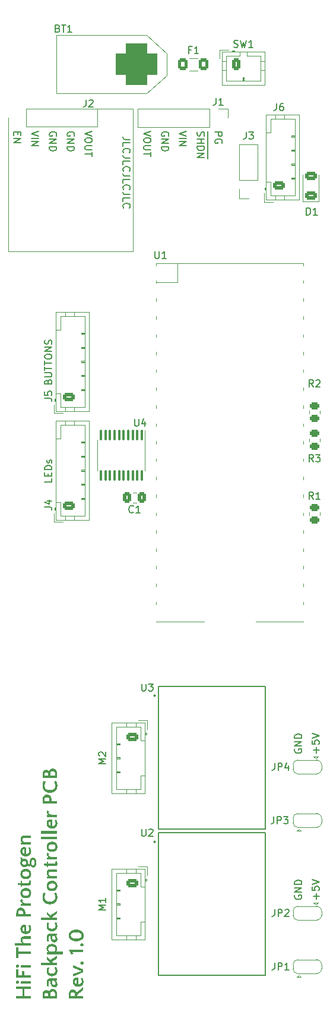
<source format=gbr>
%TF.GenerationSoftware,KiCad,Pcbnew,7.0.2*%
%TF.CreationDate,2023-06-22T18:12:30-04:00*%
%TF.ProjectId,ProtogenBackpackPCB,50726f74-6f67-4656-9e42-61636b706163,rev?*%
%TF.SameCoordinates,Original*%
%TF.FileFunction,Legend,Top*%
%TF.FilePolarity,Positive*%
%FSLAX46Y46*%
G04 Gerber Fmt 4.6, Leading zero omitted, Abs format (unit mm)*
G04 Created by KiCad (PCBNEW 7.0.2) date 2023-06-22 18:12:30*
%MOMM*%
%LPD*%
G01*
G04 APERTURE LIST*
G04 Aperture macros list*
%AMRoundRect*
0 Rectangle with rounded corners*
0 $1 Rounding radius*
0 $2 $3 $4 $5 $6 $7 $8 $9 X,Y pos of 4 corners*
0 Add a 4 corners polygon primitive as box body*
4,1,4,$2,$3,$4,$5,$6,$7,$8,$9,$2,$3,0*
0 Add four circle primitives for the rounded corners*
1,1,$1+$1,$2,$3*
1,1,$1+$1,$4,$5*
1,1,$1+$1,$6,$7*
1,1,$1+$1,$8,$9*
0 Add four rect primitives between the rounded corners*
20,1,$1+$1,$2,$3,$4,$5,0*
20,1,$1+$1,$4,$5,$6,$7,0*
20,1,$1+$1,$6,$7,$8,$9,0*
20,1,$1+$1,$8,$9,$2,$3,0*%
%AMFreePoly0*
4,1,19,0.550000,-0.750000,0.000000,-0.750000,0.000000,-0.744911,-0.071157,-0.744911,-0.207708,-0.704816,-0.327430,-0.627875,-0.420627,-0.520320,-0.479746,-0.390866,-0.500000,-0.250000,-0.500000,0.250000,-0.479746,0.390866,-0.420627,0.520320,-0.327430,0.627875,-0.207708,0.704816,-0.071157,0.744911,0.000000,0.744911,0.000000,0.750000,0.550000,0.750000,0.550000,-0.750000,0.550000,-0.750000,
$1*%
%AMFreePoly1*
4,1,19,0.000000,0.744911,0.071157,0.744911,0.207708,0.704816,0.327430,0.627875,0.420627,0.520320,0.479746,0.390866,0.500000,0.250000,0.500000,-0.250000,0.479746,-0.390866,0.420627,-0.520320,0.327430,-0.627875,0.207708,-0.704816,0.071157,-0.744911,0.000000,-0.744911,0.000000,-0.750000,-0.550000,-0.750000,-0.550000,0.750000,0.000000,0.750000,0.000000,0.744911,0.000000,0.744911,
$1*%
G04 Aperture macros list end*
%ADD10C,0.300000*%
%ADD11C,0.152400*%
%ADD12C,0.120000*%
%ADD13C,0.101600*%
%ADD14C,0.127000*%
%ADD15C,0.200000*%
%ADD16RoundRect,0.100000X-0.100000X0.637500X-0.100000X-0.637500X0.100000X-0.637500X0.100000X0.637500X0*%
%ADD17RoundRect,0.250000X0.337500X0.475000X-0.337500X0.475000X-0.337500X-0.475000X0.337500X-0.475000X0*%
%ADD18RoundRect,0.250001X0.462499X0.624999X-0.462499X0.624999X-0.462499X-0.624999X0.462499X-0.624999X0*%
%ADD19O,1.700000X1.700000*%
%ADD20R,1.700000X1.700000*%
%ADD21FreePoly0,0.000000*%
%ADD22R,1.000000X1.500000*%
%ADD23FreePoly1,0.000000*%
%ADD24C,0.800000*%
%ADD25C,6.400000*%
%ADD26RoundRect,0.250000X-0.350000X-0.625000X0.350000X-0.625000X0.350000X0.625000X-0.350000X0.625000X0*%
%ADD27O,1.200000X1.750000*%
%ADD28RoundRect,0.250000X0.625000X-0.350000X0.625000X0.350000X-0.625000X0.350000X-0.625000X-0.350000X0*%
%ADD29O,1.750000X1.200000*%
%ADD30RoundRect,1.500000X1.500000X1.500000X-1.500000X1.500000X-1.500000X-1.500000X1.500000X-1.500000X0*%
%ADD31C,6.000000*%
%ADD32RoundRect,0.250000X-0.450000X0.262500X-0.450000X-0.262500X0.450000X-0.262500X0.450000X0.262500X0*%
%ADD33R,1.508000X1.508000*%
%ADD34C,1.508000*%
%ADD35RoundRect,0.250000X0.625000X-0.375000X0.625000X0.375000X-0.625000X0.375000X-0.625000X-0.375000X0*%
%ADD36RoundRect,0.250000X-0.625000X0.350000X-0.625000X-0.350000X0.625000X-0.350000X0.625000X0.350000X0*%
%ADD37FreePoly0,180.000000*%
%ADD38FreePoly1,180.000000*%
G04 APERTURE END LIST*
D10*
G36*
X120586500Y-164387585D02*
G01*
X120586500Y-164747481D01*
X119683231Y-164747481D01*
X119683231Y-165735432D01*
X120586500Y-165735432D01*
X120586500Y-166094785D01*
X118502033Y-166094785D01*
X118502033Y-165735432D01*
X119370561Y-165735432D01*
X119370561Y-164747481D01*
X118502033Y-164747481D01*
X118502033Y-164387585D01*
X120586500Y-164387585D01*
G37*
G36*
X120586500Y-163580398D02*
G01*
X120586500Y-163924552D01*
X119127373Y-163924552D01*
X119127373Y-163580398D01*
X120586500Y-163580398D01*
G37*
G36*
X118661625Y-163974492D02*
G01*
X118639844Y-163973406D01*
X118615827Y-163969589D01*
X118592325Y-163963025D01*
X118576944Y-163957121D01*
X118557063Y-163947588D01*
X118538132Y-163936358D01*
X118520150Y-163923432D01*
X118503119Y-163908810D01*
X118487479Y-163892592D01*
X118473670Y-163875425D01*
X118461694Y-163857309D01*
X118451550Y-163838242D01*
X118442366Y-163815656D01*
X118436726Y-163794570D01*
X118433460Y-163772535D01*
X118432551Y-163752475D01*
X118433739Y-163730694D01*
X118437913Y-163706676D01*
X118444147Y-163685761D01*
X118451550Y-163667793D01*
X118461694Y-163647946D01*
X118473670Y-163629116D01*
X118487479Y-163611305D01*
X118503119Y-163594511D01*
X118520150Y-163578871D01*
X118538132Y-163565063D01*
X118557063Y-163553086D01*
X118576944Y-163542942D01*
X118597504Y-163534630D01*
X118618470Y-163528693D01*
X118642545Y-163524852D01*
X118661625Y-163523943D01*
X118684526Y-163525131D01*
X118706544Y-163528693D01*
X118727681Y-163534630D01*
X118747935Y-163542942D01*
X118769319Y-163554483D01*
X118787317Y-163566688D01*
X118804365Y-163580726D01*
X118818503Y-163594511D01*
X118833126Y-163611305D01*
X118846052Y-163629116D01*
X118857281Y-163647946D01*
X118866815Y-163667793D01*
X118874415Y-163688353D01*
X118880369Y-163711969D01*
X118883575Y-163736101D01*
X118884185Y-163752475D01*
X118883159Y-163774748D01*
X118878990Y-163801491D01*
X118871613Y-163827016D01*
X118861030Y-163851322D01*
X118847239Y-163874408D01*
X118833897Y-163891999D01*
X118818503Y-163908810D01*
X118801565Y-163924204D01*
X118783864Y-163937546D01*
X118760664Y-163951336D01*
X118736271Y-163961920D01*
X118710685Y-163969296D01*
X118683907Y-163973466D01*
X118661625Y-163974492D01*
G37*
G36*
X119648490Y-162158726D02*
G01*
X119648490Y-162749868D01*
X120569129Y-162749868D01*
X120569129Y-163109221D01*
X118502033Y-163109221D01*
X118502033Y-161930738D01*
X118814703Y-161930738D01*
X118814703Y-162749868D01*
X119335820Y-162749868D01*
X119335820Y-162158726D01*
X119648490Y-162158726D01*
G37*
G36*
X120586500Y-161311369D02*
G01*
X120586500Y-161655523D01*
X119127373Y-161655523D01*
X119127373Y-161311369D01*
X120586500Y-161311369D01*
G37*
G36*
X118661625Y-161705464D02*
G01*
X118639844Y-161704378D01*
X118615827Y-161700561D01*
X118592325Y-161693996D01*
X118576944Y-161688093D01*
X118557063Y-161678560D01*
X118538132Y-161667330D01*
X118520150Y-161654404D01*
X118503119Y-161639781D01*
X118487479Y-161623564D01*
X118473670Y-161606397D01*
X118461694Y-161588280D01*
X118451550Y-161569213D01*
X118442366Y-161546628D01*
X118436726Y-161525542D01*
X118433460Y-161503507D01*
X118432551Y-161483446D01*
X118433739Y-161461665D01*
X118437913Y-161437648D01*
X118444147Y-161416732D01*
X118451550Y-161398765D01*
X118461694Y-161378918D01*
X118473670Y-161360088D01*
X118487479Y-161342277D01*
X118503119Y-161325483D01*
X118520150Y-161309843D01*
X118538132Y-161296034D01*
X118557063Y-161284058D01*
X118576944Y-161273914D01*
X118597504Y-161265602D01*
X118618470Y-161259665D01*
X118642545Y-161255824D01*
X118661625Y-161254915D01*
X118684526Y-161256102D01*
X118706544Y-161259665D01*
X118727681Y-161265602D01*
X118747935Y-161273914D01*
X118769319Y-161285455D01*
X118787317Y-161297660D01*
X118804365Y-161311697D01*
X118818503Y-161325483D01*
X118833126Y-161342277D01*
X118846052Y-161360088D01*
X118857281Y-161378918D01*
X118866815Y-161398765D01*
X118874415Y-161419325D01*
X118880369Y-161442941D01*
X118883575Y-161467072D01*
X118884185Y-161483446D01*
X118883159Y-161505719D01*
X118878990Y-161532463D01*
X118871613Y-161557988D01*
X118861030Y-161582293D01*
X118847239Y-161605379D01*
X118833897Y-161622970D01*
X118818503Y-161639781D01*
X118801565Y-161655176D01*
X118783864Y-161668517D01*
X118760664Y-161682308D01*
X118736271Y-161692892D01*
X118710685Y-161700268D01*
X118683907Y-161704437D01*
X118661625Y-161705464D01*
G37*
G36*
X118814703Y-158805124D02*
G01*
X118814703Y-159402237D01*
X120569129Y-159402237D01*
X120569129Y-159762133D01*
X118814703Y-159762133D01*
X118814703Y-160359246D01*
X118502033Y-160359246D01*
X118502033Y-158805124D01*
X118814703Y-158805124D01*
G37*
G36*
X119352648Y-158189013D02*
G01*
X119329155Y-158172364D01*
X119306923Y-158155190D01*
X119285949Y-158137491D01*
X119266236Y-158119268D01*
X119247782Y-158100519D01*
X119230587Y-158081246D01*
X119214652Y-158061448D01*
X119199977Y-158041125D01*
X119186561Y-158020278D01*
X119174404Y-157998906D01*
X119167000Y-157984366D01*
X119156814Y-157962009D01*
X119147630Y-157938908D01*
X119139447Y-157915063D01*
X119132267Y-157890473D01*
X119126089Y-157865139D01*
X119120912Y-157839061D01*
X119116738Y-157812239D01*
X119113565Y-157784672D01*
X119111394Y-157756361D01*
X119110225Y-157727306D01*
X119110003Y-157707523D01*
X119110418Y-157684147D01*
X119111665Y-157660975D01*
X119113743Y-157638007D01*
X119116652Y-157615242D01*
X119120393Y-157592680D01*
X119124964Y-157570322D01*
X119130367Y-157548168D01*
X119136601Y-157526218D01*
X119143633Y-157504683D01*
X119151699Y-157483775D01*
X119160800Y-157463495D01*
X119170935Y-157443843D01*
X119182106Y-157424819D01*
X119194311Y-157406422D01*
X119207551Y-157388653D01*
X119221826Y-157371511D01*
X119237203Y-157355124D01*
X119253751Y-157339620D01*
X119271469Y-157324997D01*
X119290358Y-157311257D01*
X119310417Y-157298399D01*
X119331647Y-157286423D01*
X119354047Y-157275328D01*
X119377618Y-157265116D01*
X119402325Y-157255956D01*
X119428406Y-157248017D01*
X119455862Y-157241300D01*
X119477355Y-157237063D01*
X119499621Y-157233514D01*
X119522660Y-157230651D01*
X119546472Y-157228475D01*
X119571056Y-157226987D01*
X119596414Y-157226185D01*
X119613749Y-157226033D01*
X120586500Y-157226033D01*
X120586500Y-157569644D01*
X119628948Y-157569644D01*
X119605292Y-157570140D01*
X119582771Y-157571629D01*
X119554510Y-157575157D01*
X119528268Y-157580450D01*
X119504044Y-157587506D01*
X119481839Y-157596327D01*
X119461652Y-157606913D01*
X119443485Y-157619262D01*
X119435158Y-157626098D01*
X119416548Y-157644721D01*
X119401093Y-157665305D01*
X119388792Y-157687850D01*
X119379645Y-157712357D01*
X119373652Y-157738826D01*
X119371129Y-157761412D01*
X119370561Y-157779176D01*
X119371229Y-157801721D01*
X119373233Y-157824570D01*
X119376572Y-157847725D01*
X119381248Y-157871186D01*
X119387259Y-157894952D01*
X119389560Y-157902941D01*
X119397353Y-157926694D01*
X119406481Y-157949913D01*
X119416945Y-157972597D01*
X119428745Y-157994747D01*
X119441882Y-158016363D01*
X119446557Y-158023450D01*
X119461379Y-158043997D01*
X119477346Y-158063704D01*
X119494458Y-158082571D01*
X119512714Y-158100599D01*
X119532116Y-158117787D01*
X119538838Y-158123330D01*
X119559449Y-158139036D01*
X119580975Y-158153177D01*
X119603418Y-158165754D01*
X119626777Y-158176765D01*
X119651051Y-158186212D01*
X119659346Y-158189013D01*
X120586500Y-158189013D01*
X120586500Y-158533167D01*
X118258846Y-158533167D01*
X118258846Y-158189013D01*
X119352648Y-158189013D01*
G37*
G36*
X119647285Y-155587164D02*
G01*
X119670271Y-155588595D01*
X119694104Y-155590981D01*
X119698973Y-155591572D01*
X119720872Y-155594316D01*
X119742599Y-155597660D01*
X119764154Y-155601606D01*
X119776055Y-155604058D01*
X119798722Y-155609125D01*
X119819905Y-155614829D01*
X119841492Y-155621838D01*
X119843366Y-155622514D01*
X119863900Y-155630885D01*
X119884190Y-155641231D01*
X119891677Y-155645855D01*
X119891677Y-156555638D01*
X119915791Y-156553797D01*
X119939548Y-156551261D01*
X119962949Y-156548030D01*
X119985994Y-156544103D01*
X120008683Y-156539480D01*
X120031015Y-156534162D01*
X120052991Y-156528149D01*
X120074611Y-156521440D01*
X120095697Y-156513993D01*
X120116070Y-156505766D01*
X120140534Y-156494384D01*
X120163885Y-156481783D01*
X120186123Y-156467964D01*
X120207248Y-156452924D01*
X120223346Y-156440015D01*
X120242401Y-156422821D01*
X120260210Y-156404488D01*
X120276773Y-156385014D01*
X120292091Y-156364401D01*
X120306162Y-156342648D01*
X120318988Y-156319755D01*
X120323770Y-156310279D01*
X120334404Y-156285711D01*
X120341613Y-156265122D01*
X120347669Y-156243701D01*
X120352572Y-156221449D01*
X120356321Y-156198366D01*
X120358916Y-156174452D01*
X120360358Y-156149707D01*
X120360682Y-156130602D01*
X120360291Y-156108799D01*
X120359117Y-156086748D01*
X120357161Y-156064448D01*
X120354423Y-156041901D01*
X120350902Y-156019105D01*
X120346598Y-155996061D01*
X120341513Y-155972769D01*
X120335644Y-155949229D01*
X120328994Y-155925441D01*
X120321560Y-155901405D01*
X120316170Y-155885243D01*
X120307532Y-155861261D01*
X120298511Y-155837966D01*
X120289109Y-155815358D01*
X120279326Y-155793437D01*
X120269160Y-155772203D01*
X120258613Y-155751656D01*
X120247685Y-155731796D01*
X120236374Y-155712623D01*
X120224682Y-155694138D01*
X120208499Y-155670558D01*
X120204347Y-155664854D01*
X120460020Y-155608400D01*
X120472234Y-155629944D01*
X120483366Y-155650742D01*
X120494914Y-155673359D01*
X120505143Y-155694193D01*
X120512132Y-155708824D01*
X120522564Y-155731565D01*
X120532692Y-155755414D01*
X120540898Y-155776133D01*
X120548892Y-155797621D01*
X120556674Y-155819877D01*
X120564243Y-155842903D01*
X120571522Y-155866590D01*
X120578429Y-155890835D01*
X120584965Y-155915636D01*
X120591131Y-155940994D01*
X120596925Y-155966908D01*
X120602348Y-155993379D01*
X120604413Y-156004123D01*
X120608357Y-156025692D01*
X120611775Y-156047515D01*
X120614667Y-156069593D01*
X120617034Y-156091926D01*
X120618874Y-156114513D01*
X120620189Y-156137354D01*
X120620978Y-156160449D01*
X120621241Y-156183800D01*
X120621001Y-156205557D01*
X120619743Y-156237598D01*
X120617407Y-156268922D01*
X120613992Y-156299531D01*
X120609500Y-156329424D01*
X120603929Y-156358602D01*
X120597280Y-156387064D01*
X120589552Y-156414810D01*
X120580747Y-156441841D01*
X120570863Y-156468156D01*
X120559901Y-156493755D01*
X120548018Y-156518514D01*
X120535372Y-156542508D01*
X120521962Y-156565740D01*
X120507789Y-156588208D01*
X120492853Y-156609913D01*
X120477153Y-156630854D01*
X120460690Y-156651032D01*
X120443464Y-156670447D01*
X120425474Y-156689098D01*
X120406721Y-156706986D01*
X120393795Y-156718487D01*
X120373763Y-156735103D01*
X120353159Y-156750955D01*
X120331982Y-156766044D01*
X120310233Y-156780370D01*
X120287911Y-156793932D01*
X120265017Y-156806731D01*
X120241550Y-156818766D01*
X120217511Y-156830038D01*
X120192899Y-156840547D01*
X120167715Y-156850293D01*
X120150607Y-156856366D01*
X120124548Y-156864709D01*
X120098279Y-156872231D01*
X120071800Y-156878932D01*
X120045112Y-156884813D01*
X120018213Y-156889874D01*
X119991104Y-156894114D01*
X119963786Y-156897533D01*
X119936257Y-156900131D01*
X119908519Y-156901909D01*
X119880571Y-156902867D01*
X119861822Y-156903049D01*
X119833045Y-156902624D01*
X119804526Y-156901351D01*
X119776264Y-156899228D01*
X119748260Y-156896255D01*
X119720514Y-156892434D01*
X119693025Y-156887763D01*
X119665794Y-156882243D01*
X119638821Y-156875874D01*
X119612105Y-156868655D01*
X119585647Y-156860587D01*
X119568151Y-156854737D01*
X119542284Y-156845186D01*
X119517000Y-156834852D01*
X119492297Y-156823735D01*
X119468177Y-156811837D01*
X119444639Y-156799155D01*
X119421682Y-156785692D01*
X119399308Y-156771446D01*
X119377516Y-156756417D01*
X119356306Y-156740606D01*
X119335678Y-156724013D01*
X119322249Y-156712516D01*
X119302599Y-156694512D01*
X119283751Y-156675716D01*
X119265704Y-156656128D01*
X119248458Y-156635748D01*
X119232014Y-156614576D01*
X119216372Y-156592612D01*
X119201531Y-156569856D01*
X119187492Y-156546308D01*
X119174254Y-156521968D01*
X119161817Y-156496836D01*
X119153972Y-156479642D01*
X119143010Y-156453146D01*
X119133126Y-156425972D01*
X119124320Y-156398120D01*
X119116593Y-156369592D01*
X119109944Y-156340385D01*
X119104373Y-156310502D01*
X119099880Y-156279940D01*
X119096466Y-156248702D01*
X119094130Y-156216786D01*
X119092872Y-156184192D01*
X119092732Y-156171315D01*
X119353190Y-156171315D01*
X119353849Y-156195602D01*
X119355824Y-156219202D01*
X119359116Y-156242116D01*
X119363725Y-156264342D01*
X119369650Y-156285881D01*
X119376893Y-156306734D01*
X119385452Y-156326899D01*
X119395328Y-156346377D01*
X119406520Y-156365168D01*
X119419030Y-156383273D01*
X119428101Y-156394960D01*
X119442614Y-156411810D01*
X119458063Y-156427753D01*
X119474446Y-156442789D01*
X119491765Y-156456919D01*
X119510018Y-156470143D01*
X119529207Y-156482460D01*
X119549331Y-156493870D01*
X119570390Y-156504375D01*
X119592384Y-156513972D01*
X119615314Y-156522663D01*
X119631119Y-156527954D01*
X119631119Y-155930298D01*
X119609949Y-155925956D01*
X119587862Y-155924429D01*
X119579008Y-155924327D01*
X119555106Y-155925404D01*
X119532256Y-155928636D01*
X119510458Y-155934022D01*
X119489712Y-155941562D01*
X119470017Y-155951256D01*
X119451375Y-155963105D01*
X119433784Y-155977109D01*
X119417244Y-155993266D01*
X119402232Y-156011010D01*
X119389221Y-156030043D01*
X119378211Y-156050365D01*
X119369204Y-156071977D01*
X119362198Y-156094877D01*
X119357194Y-156119067D01*
X119354191Y-156144546D01*
X119353190Y-156171315D01*
X119092732Y-156171315D01*
X119092632Y-156162086D01*
X119093177Y-156128174D01*
X119094812Y-156095242D01*
X119097537Y-156063289D01*
X119101351Y-156032316D01*
X119106256Y-156002323D01*
X119112250Y-155973309D01*
X119119335Y-155945275D01*
X119127509Y-155918220D01*
X119136773Y-155892145D01*
X119147127Y-155867050D01*
X119158571Y-155842934D01*
X119171105Y-155819798D01*
X119184729Y-155797642D01*
X119199442Y-155776465D01*
X119215246Y-155756268D01*
X119232139Y-155737051D01*
X119250023Y-155718843D01*
X119268797Y-155701809D01*
X119288462Y-155685951D01*
X119309018Y-155671267D01*
X119330464Y-155657757D01*
X119352800Y-155645423D01*
X119376027Y-155634263D01*
X119400145Y-155624278D01*
X119425153Y-155615468D01*
X119451052Y-155607832D01*
X119477842Y-155601371D01*
X119505522Y-155596085D01*
X119534093Y-155591973D01*
X119563554Y-155589036D01*
X119593906Y-155587274D01*
X119625148Y-155586687D01*
X119647285Y-155587164D01*
G37*
G36*
X119179695Y-153145425D02*
G01*
X119203533Y-153146585D01*
X119227112Y-153148517D01*
X119250434Y-153151222D01*
X119273499Y-153154700D01*
X119296306Y-153158951D01*
X119318855Y-153163975D01*
X119341146Y-153169772D01*
X119363180Y-153176341D01*
X119384956Y-153183684D01*
X119399331Y-153189008D01*
X119420461Y-153197634D01*
X119441105Y-153207023D01*
X119461263Y-153217176D01*
X119480933Y-153228092D01*
X119500118Y-153239771D01*
X119518815Y-153252214D01*
X119537026Y-153265420D01*
X119554750Y-153279389D01*
X119571987Y-153294122D01*
X119588738Y-153309618D01*
X119599635Y-153320373D01*
X119615508Y-153337189D01*
X119630761Y-153354864D01*
X119645393Y-153373397D01*
X119659406Y-153392790D01*
X119672798Y-153413041D01*
X119685570Y-153434151D01*
X119697721Y-153456120D01*
X119709253Y-153478947D01*
X119720164Y-153502633D01*
X119730455Y-153527178D01*
X119736971Y-153544019D01*
X119745993Y-153569865D01*
X119754127Y-153596512D01*
X119761374Y-153623961D01*
X119767734Y-153652211D01*
X119773206Y-153681263D01*
X119777791Y-153711117D01*
X119781489Y-153741772D01*
X119784299Y-153773229D01*
X119786222Y-153805487D01*
X119787010Y-153827437D01*
X119787405Y-153849744D01*
X119787454Y-153861031D01*
X119787454Y-153884227D01*
X119787454Y-153907267D01*
X119787454Y-153930151D01*
X119787454Y-153952880D01*
X119787454Y-153965797D01*
X119787454Y-153988151D01*
X119787454Y-154010089D01*
X119787454Y-154034652D01*
X119787454Y-154058672D01*
X119787454Y-154064592D01*
X120569129Y-154064592D01*
X120569129Y-154423946D01*
X118502033Y-154423946D01*
X118502033Y-154399722D01*
X118502033Y-154377079D01*
X118502033Y-154353085D01*
X118502033Y-154327741D01*
X118502033Y-154316465D01*
X118502033Y-154293253D01*
X118502033Y-154269621D01*
X118502033Y-154245569D01*
X118502033Y-154221097D01*
X118502033Y-154196205D01*
X118502033Y-154187815D01*
X118502033Y-154162592D01*
X118502033Y-154137408D01*
X118502033Y-154112262D01*
X118502033Y-154087154D01*
X118502033Y-154062084D01*
X118502033Y-154053736D01*
X118502033Y-154028761D01*
X118502033Y-154004321D01*
X118502033Y-153980416D01*
X118502033Y-153973940D01*
X118779962Y-153973940D01*
X118780709Y-153997112D01*
X118782948Y-154019945D01*
X118786680Y-154042438D01*
X118791904Y-154064592D01*
X119471527Y-154064592D01*
X119472952Y-154042336D01*
X119473970Y-154019538D01*
X119474581Y-153996196D01*
X119474784Y-153972311D01*
X119474784Y-153947850D01*
X119474784Y-153925946D01*
X119474784Y-153903573D01*
X119474784Y-153880734D01*
X119474784Y-153870802D01*
X119473973Y-153839878D01*
X119471540Y-153810414D01*
X119467485Y-153782411D01*
X119461807Y-153755866D01*
X119454508Y-153730782D01*
X119445586Y-153707158D01*
X119435042Y-153684994D01*
X119422876Y-153664289D01*
X119409088Y-153645045D01*
X119393678Y-153627260D01*
X119382503Y-153616215D01*
X119364364Y-153600791D01*
X119344755Y-153586883D01*
X119323677Y-153574493D01*
X119301130Y-153563620D01*
X119277113Y-153554264D01*
X119251626Y-153546425D01*
X119224670Y-153540104D01*
X119196245Y-153535299D01*
X119166350Y-153532012D01*
X119134986Y-153530242D01*
X119113260Y-153529905D01*
X119085965Y-153530578D01*
X119059653Y-153532596D01*
X119034324Y-153535959D01*
X119009978Y-153540668D01*
X118986614Y-153546723D01*
X118964234Y-153554123D01*
X118942836Y-153562868D01*
X118922421Y-153572958D01*
X118902989Y-153584394D01*
X118884540Y-153597176D01*
X118872786Y-153606444D01*
X118856197Y-153621826D01*
X118841240Y-153639268D01*
X118827915Y-153658772D01*
X118816221Y-153680337D01*
X118806160Y-153703963D01*
X118797729Y-153729649D01*
X118790931Y-153757397D01*
X118785764Y-153787206D01*
X118782228Y-153819076D01*
X118780778Y-153841468D01*
X118780053Y-153864776D01*
X118779962Y-153876773D01*
X118779962Y-153898492D01*
X118779962Y-153922996D01*
X118779962Y-153947160D01*
X118779962Y-153970986D01*
X118779962Y-153973940D01*
X118502033Y-153973940D01*
X118502033Y-153957044D01*
X118502033Y-153934207D01*
X118502033Y-153926714D01*
X118502197Y-153904986D01*
X118503054Y-153872847D01*
X118504646Y-153841252D01*
X118506972Y-153810201D01*
X118510034Y-153779694D01*
X118513830Y-153749730D01*
X118518361Y-153720311D01*
X118523626Y-153691436D01*
X118529626Y-153663104D01*
X118536361Y-153635316D01*
X118543831Y-153608073D01*
X118551939Y-153581459D01*
X118560790Y-153555560D01*
X118570386Y-153530377D01*
X118580727Y-153505910D01*
X118591811Y-153482159D01*
X118603640Y-153459123D01*
X118616213Y-153436803D01*
X118629530Y-153415198D01*
X118643592Y-153394310D01*
X118658398Y-153374136D01*
X118668682Y-153361085D01*
X118684598Y-153342157D01*
X118701201Y-153324050D01*
X118718491Y-153306763D01*
X118736468Y-153290297D01*
X118755132Y-153274651D01*
X118774483Y-153259826D01*
X118794521Y-153245822D01*
X118815246Y-153232638D01*
X118836658Y-153220275D01*
X118858757Y-153208732D01*
X118873872Y-153201493D01*
X118897009Y-153191404D01*
X118920824Y-153182307D01*
X118945317Y-153174203D01*
X118970487Y-153167091D01*
X118996334Y-153160972D01*
X119022859Y-153155845D01*
X119050062Y-153151710D01*
X119077942Y-153148567D01*
X119106499Y-153146417D01*
X119135734Y-153145259D01*
X119155600Y-153145039D01*
X119179695Y-153145425D01*
G37*
G36*
X119472070Y-152028438D02*
G01*
X119457855Y-152046080D01*
X119446585Y-152065079D01*
X119436407Y-152087403D01*
X119428550Y-152109184D01*
X119423758Y-152125062D01*
X119417486Y-152149044D01*
X119412511Y-152171728D01*
X119408348Y-152196553D01*
X119405951Y-152219612D01*
X119405302Y-152237970D01*
X119406371Y-152260617D01*
X119410319Y-152285107D01*
X119417176Y-152307520D01*
X119426943Y-152327855D01*
X119435700Y-152341108D01*
X119449935Y-152358478D01*
X119466040Y-152374965D01*
X119484014Y-152390569D01*
X119503860Y-152405289D01*
X119516039Y-152413304D01*
X119535079Y-152424583D01*
X119555148Y-152435213D01*
X119576249Y-152445193D01*
X119598380Y-152454525D01*
X119621541Y-152463209D01*
X119629491Y-152465959D01*
X119653441Y-152474006D01*
X119677658Y-152481862D01*
X119702143Y-152489527D01*
X119726895Y-152497002D01*
X119751914Y-152504286D01*
X119760313Y-152506671D01*
X120586500Y-152506671D01*
X120586500Y-152850825D01*
X119127373Y-152850825D01*
X119127373Y-152581582D01*
X119448186Y-152565840D01*
X119448186Y-152553354D01*
X119427230Y-152543606D01*
X119406434Y-152533698D01*
X119385797Y-152523631D01*
X119365319Y-152513406D01*
X119345000Y-152503021D01*
X119324840Y-152492477D01*
X119316821Y-152488215D01*
X119297162Y-152477146D01*
X119278218Y-152465654D01*
X119259991Y-152453737D01*
X119239062Y-152438877D01*
X119219164Y-152423406D01*
X119203369Y-152410047D01*
X119185329Y-152393082D01*
X119168662Y-152375162D01*
X119153370Y-152356288D01*
X119139451Y-152336460D01*
X119126907Y-152315678D01*
X119123031Y-152308538D01*
X119112700Y-152286051D01*
X119104506Y-152262152D01*
X119098451Y-152236840D01*
X119095037Y-152214668D01*
X119093107Y-152191516D01*
X119092632Y-152172288D01*
X119093290Y-152148920D01*
X119095266Y-152125838D01*
X119098558Y-152103042D01*
X119103166Y-152080533D01*
X119109092Y-152058310D01*
X119116334Y-152036373D01*
X119124893Y-152014722D01*
X119134769Y-151993358D01*
X119145962Y-151972280D01*
X119158471Y-151951488D01*
X119167543Y-151937786D01*
X119472070Y-152028438D01*
G37*
G36*
X119899706Y-150346038D02*
G01*
X119928066Y-150347154D01*
X119956131Y-150349015D01*
X119983899Y-150351620D01*
X120011372Y-150354969D01*
X120038549Y-150359063D01*
X120065430Y-150363901D01*
X120092016Y-150369483D01*
X120118305Y-150375809D01*
X120144299Y-150382879D01*
X120161464Y-150388007D01*
X120186710Y-150396264D01*
X120211355Y-150405360D01*
X120235399Y-150415297D01*
X120258842Y-150426073D01*
X120281684Y-150437688D01*
X120303925Y-150450144D01*
X120325564Y-150463439D01*
X120346603Y-150477574D01*
X120367040Y-150492548D01*
X120386876Y-150508362D01*
X120399766Y-150519371D01*
X120418529Y-150536479D01*
X120436547Y-150554416D01*
X120453821Y-150573183D01*
X120470351Y-150592781D01*
X120486136Y-150613208D01*
X120501178Y-150634466D01*
X120515475Y-150656554D01*
X120529027Y-150679472D01*
X120541836Y-150703221D01*
X120553900Y-150727799D01*
X120561529Y-150744646D01*
X120572200Y-150770516D01*
X120581822Y-150797235D01*
X120590394Y-150824803D01*
X120597916Y-150853220D01*
X120604388Y-150882487D01*
X120609811Y-150912603D01*
X120614185Y-150943568D01*
X120617509Y-150975382D01*
X120619141Y-150997064D01*
X120620308Y-151019123D01*
X120621007Y-151041559D01*
X120621241Y-151064372D01*
X120620997Y-151088049D01*
X120620265Y-151111310D01*
X120619046Y-151134156D01*
X120617339Y-151156586D01*
X120615144Y-151178600D01*
X120612462Y-151200199D01*
X120607524Y-151231817D01*
X120601489Y-151262501D01*
X120594356Y-151292250D01*
X120586126Y-151321063D01*
X120576799Y-151348941D01*
X120566375Y-151375885D01*
X120558815Y-151393327D01*
X120546637Y-151418667D01*
X120533714Y-151443187D01*
X120520046Y-151466886D01*
X120505635Y-151489764D01*
X120490479Y-151511822D01*
X120474579Y-151533059D01*
X120457935Y-151553476D01*
X120440546Y-151573072D01*
X120422413Y-151591847D01*
X120403536Y-151609802D01*
X120390538Y-151621316D01*
X120370506Y-151637903D01*
X120349902Y-151653669D01*
X120328725Y-151668615D01*
X120306976Y-151682740D01*
X120284654Y-151696045D01*
X120261760Y-151708529D01*
X120238293Y-151720192D01*
X120214254Y-151731035D01*
X120189642Y-151741057D01*
X120164458Y-151750259D01*
X120147350Y-151755938D01*
X120121263Y-151763698D01*
X120094908Y-151770696D01*
X120068286Y-151776930D01*
X120041397Y-151782401D01*
X120014240Y-151787108D01*
X119986817Y-151791052D01*
X119959126Y-151794233D01*
X119931168Y-151796650D01*
X119902943Y-151798304D01*
X119874451Y-151799194D01*
X119855308Y-151799364D01*
X119826642Y-151798982D01*
X119798253Y-151797837D01*
X119770141Y-151795929D01*
X119742306Y-151793257D01*
X119714747Y-151789822D01*
X119687465Y-151785624D01*
X119660460Y-151780662D01*
X119633732Y-151774937D01*
X119607280Y-151768448D01*
X119581105Y-151761196D01*
X119563808Y-151755938D01*
X119538150Y-151747297D01*
X119513083Y-151737865D01*
X119488608Y-151727641D01*
X119464725Y-151716625D01*
X119441433Y-151704817D01*
X119418733Y-151692217D01*
X119396624Y-151678824D01*
X119375107Y-151664640D01*
X119354182Y-151649664D01*
X119333848Y-151633896D01*
X119320621Y-151622944D01*
X119301262Y-151605731D01*
X119282676Y-151587677D01*
X119264862Y-151568784D01*
X119247822Y-151549052D01*
X119231555Y-151528479D01*
X119216060Y-151507067D01*
X119201339Y-151484815D01*
X119187390Y-151461724D01*
X119174214Y-151437793D01*
X119161811Y-151413022D01*
X119153972Y-151396041D01*
X119143010Y-151369876D01*
X119133126Y-151342880D01*
X119124320Y-151315054D01*
X119116593Y-151286398D01*
X119109944Y-151256912D01*
X119104373Y-151226596D01*
X119099880Y-151195449D01*
X119096466Y-151163473D01*
X119094789Y-151141694D01*
X119093591Y-151119546D01*
X119092872Y-151097029D01*
X119092729Y-151083372D01*
X119353190Y-151083372D01*
X119353810Y-151105645D01*
X119356325Y-151132388D01*
X119360775Y-151157913D01*
X119367160Y-151182218D01*
X119375480Y-151205305D01*
X119385735Y-151227172D01*
X119392817Y-151239706D01*
X119405863Y-151259662D01*
X119420234Y-151278479D01*
X119435931Y-151296155D01*
X119452952Y-151312692D01*
X119471299Y-151328089D01*
X119490972Y-151342346D01*
X119499212Y-151347730D01*
X119520464Y-151360418D01*
X119542829Y-151372019D01*
X119566307Y-151382534D01*
X119590899Y-151391962D01*
X119616604Y-151400303D01*
X119637969Y-151406194D01*
X119654461Y-151410155D01*
X119676734Y-151414862D01*
X119699312Y-151418942D01*
X119722196Y-151422394D01*
X119745385Y-151425219D01*
X119768879Y-151427415D01*
X119792679Y-151428984D01*
X119816784Y-151429926D01*
X119841194Y-151430240D01*
X119866444Y-151429926D01*
X119891440Y-151428984D01*
X119916181Y-151427415D01*
X119940668Y-151425219D01*
X119964900Y-151422394D01*
X119988878Y-151418942D01*
X120012601Y-151414862D01*
X120036070Y-151410155D01*
X120059090Y-151404735D01*
X120081464Y-151398518D01*
X120103194Y-151391504D01*
X120124280Y-151383692D01*
X120144721Y-151375083D01*
X120164517Y-151365677D01*
X120188356Y-151352798D01*
X120202176Y-151344473D01*
X120224178Y-151329667D01*
X120244722Y-151313748D01*
X120263809Y-151296715D01*
X120281438Y-151278570D01*
X120297609Y-151259311D01*
X120312322Y-151238939D01*
X120317799Y-151230478D01*
X120330153Y-151208325D01*
X120340413Y-151184953D01*
X120348579Y-151160361D01*
X120354652Y-151134550D01*
X120358002Y-151113024D01*
X120360012Y-151090717D01*
X120360682Y-151067629D01*
X120360063Y-151045340D01*
X120357548Y-151018527D01*
X120353098Y-150992880D01*
X120346712Y-150968400D01*
X120338392Y-150945086D01*
X120328137Y-150922938D01*
X120321056Y-150910209D01*
X120307983Y-150889744D01*
X120293533Y-150870419D01*
X120277704Y-150852234D01*
X120260496Y-150835188D01*
X120241911Y-150819282D01*
X120221947Y-150804516D01*
X120213575Y-150798929D01*
X120191711Y-150785771D01*
X120168866Y-150773780D01*
X120145041Y-150762956D01*
X120120234Y-150753297D01*
X120094447Y-150744805D01*
X120073111Y-150738851D01*
X120056698Y-150734875D01*
X120034297Y-150730040D01*
X120011609Y-150725850D01*
X119988632Y-150722305D01*
X119965367Y-150719404D01*
X119941813Y-150717148D01*
X119917971Y-150715537D01*
X119893840Y-150714570D01*
X119869421Y-150714247D01*
X119844299Y-150714595D01*
X119819413Y-150715638D01*
X119794765Y-150717377D01*
X119770355Y-150719811D01*
X119746182Y-150722941D01*
X119722247Y-150726766D01*
X119698549Y-150731287D01*
X119675088Y-150736503D01*
X119651967Y-150742305D01*
X119629559Y-150748853D01*
X119607862Y-150756147D01*
X119586879Y-150764188D01*
X119566607Y-150772975D01*
X119547048Y-150782508D01*
X119523602Y-150795475D01*
X119510068Y-150803814D01*
X119488535Y-150818477D01*
X119468381Y-150834306D01*
X119449604Y-150851301D01*
X119432206Y-150869463D01*
X119416186Y-150888790D01*
X119401545Y-150909284D01*
X119396074Y-150917808D01*
X119383720Y-150939885D01*
X119373460Y-150963366D01*
X119365293Y-150988252D01*
X119359221Y-151014542D01*
X119355871Y-151036586D01*
X119353860Y-151059529D01*
X119353190Y-151083372D01*
X119092729Y-151083372D01*
X119092632Y-151074143D01*
X119092884Y-151050469D01*
X119093641Y-151027214D01*
X119094903Y-151004379D01*
X119096669Y-150981964D01*
X119098940Y-150959969D01*
X119101716Y-150938394D01*
X119106826Y-150906818D01*
X119113071Y-150876187D01*
X119120452Y-150846500D01*
X119128968Y-150817758D01*
X119138619Y-150789961D01*
X119149407Y-150763108D01*
X119157229Y-150745731D01*
X119169630Y-150720406D01*
X119182814Y-150695929D01*
X119196780Y-150672302D01*
X119211529Y-150649523D01*
X119227060Y-150627594D01*
X119243373Y-150606515D01*
X119260469Y-150586284D01*
X119278348Y-150566903D01*
X119297009Y-150548371D01*
X119316452Y-150530688D01*
X119329849Y-150519371D01*
X119350385Y-150502997D01*
X119371483Y-150487463D01*
X119393145Y-150472769D01*
X119415370Y-150458914D01*
X119438158Y-150445899D01*
X119461508Y-150433723D01*
X119485422Y-150422387D01*
X119509899Y-150411891D01*
X119534938Y-150402235D01*
X119560541Y-150393418D01*
X119577922Y-150388007D01*
X119604204Y-150380440D01*
X119630733Y-150373617D01*
X119657511Y-150367539D01*
X119684537Y-150362205D01*
X119711811Y-150357616D01*
X119739333Y-150353770D01*
X119767103Y-150350669D01*
X119795122Y-150348312D01*
X119823388Y-150346700D01*
X119851902Y-150345831D01*
X119871050Y-150345666D01*
X119899706Y-150346038D01*
G37*
G36*
X119335820Y-149958086D02*
G01*
X119335820Y-150136134D01*
X119150172Y-150136134D01*
X119118688Y-149933115D01*
X118693109Y-149876661D01*
X118693109Y-149613931D01*
X119127373Y-149613931D01*
X119127373Y-149338717D01*
X119335820Y-149338717D01*
X119335820Y-149613931D01*
X120180463Y-149613931D01*
X120203380Y-149613643D01*
X120229308Y-149612472D01*
X120252214Y-149610399D01*
X120275713Y-149606722D01*
X120297628Y-149600792D01*
X120309656Y-149595475D01*
X120327404Y-149580261D01*
X120337757Y-149560858D01*
X120342490Y-149539068D01*
X120343312Y-149523279D01*
X120342067Y-149500378D01*
X120338331Y-149477478D01*
X120332105Y-149454577D01*
X120327570Y-149441854D01*
X120317629Y-149419157D01*
X120307814Y-149399062D01*
X120295975Y-149376333D01*
X120284565Y-149355381D01*
X120271749Y-149332599D01*
X120266230Y-149322975D01*
X120513760Y-149267063D01*
X120528693Y-149286746D01*
X120542619Y-149308815D01*
X120553035Y-149328187D01*
X120562806Y-149349086D01*
X120571932Y-149371511D01*
X120580414Y-149395464D01*
X120588251Y-149420943D01*
X120591928Y-149434255D01*
X120598798Y-149461227D01*
X120604752Y-149488131D01*
X120609790Y-149514967D01*
X120613912Y-149541735D01*
X120617118Y-149568436D01*
X120619409Y-149595068D01*
X120620783Y-149621633D01*
X120621241Y-149648130D01*
X120620842Y-149671098D01*
X120619646Y-149693049D01*
X120617030Y-149719056D01*
X120613168Y-149743473D01*
X120608061Y-149766299D01*
X120601707Y-149787535D01*
X120595728Y-149803379D01*
X120585340Y-149825262D01*
X120573310Y-149845313D01*
X120559640Y-149863531D01*
X120544328Y-149879918D01*
X120527376Y-149894473D01*
X120521360Y-149898917D01*
X120502130Y-149910978D01*
X120481487Y-149921512D01*
X120459433Y-149930520D01*
X120435966Y-149938001D01*
X120411087Y-149943955D01*
X120402480Y-149945600D01*
X120380213Y-149949197D01*
X120357177Y-149952184D01*
X120333373Y-149954562D01*
X120308800Y-149956330D01*
X120283458Y-149957488D01*
X120257347Y-149958037D01*
X120246688Y-149958086D01*
X119335820Y-149958086D01*
G37*
G36*
X119899706Y-147623204D02*
G01*
X119928066Y-147624321D01*
X119956131Y-147626181D01*
X119983899Y-147628786D01*
X120011372Y-147632135D01*
X120038549Y-147636229D01*
X120065430Y-147641067D01*
X120092016Y-147646649D01*
X120118305Y-147652975D01*
X120144299Y-147660046D01*
X120161464Y-147665173D01*
X120186710Y-147673430D01*
X120211355Y-147682526D01*
X120235399Y-147692463D01*
X120258842Y-147703239D01*
X120281684Y-147714854D01*
X120303925Y-147727310D01*
X120325564Y-147740605D01*
X120346603Y-147754740D01*
X120367040Y-147769714D01*
X120386876Y-147785528D01*
X120399766Y-147796538D01*
X120418529Y-147813645D01*
X120436547Y-147831582D01*
X120453821Y-147850349D01*
X120470351Y-147869947D01*
X120486136Y-147890374D01*
X120501178Y-147911632D01*
X120515475Y-147933720D01*
X120529027Y-147956638D01*
X120541836Y-147980387D01*
X120553900Y-148004965D01*
X120561529Y-148021812D01*
X120572200Y-148047682D01*
X120581822Y-148074401D01*
X120590394Y-148101969D01*
X120597916Y-148130386D01*
X120604388Y-148159653D01*
X120609811Y-148189769D01*
X120614185Y-148220734D01*
X120617509Y-148252548D01*
X120619141Y-148274230D01*
X120620308Y-148296289D01*
X120621007Y-148318725D01*
X120621241Y-148341539D01*
X120620997Y-148365215D01*
X120620265Y-148388476D01*
X120619046Y-148411322D01*
X120617339Y-148433752D01*
X120615144Y-148455766D01*
X120612462Y-148477365D01*
X120607524Y-148508984D01*
X120601489Y-148539667D01*
X120594356Y-148569416D01*
X120586126Y-148598229D01*
X120576799Y-148626108D01*
X120566375Y-148653051D01*
X120558815Y-148670493D01*
X120546637Y-148695834D01*
X120533714Y-148720353D01*
X120520046Y-148744052D01*
X120505635Y-148766930D01*
X120490479Y-148788988D01*
X120474579Y-148810225D01*
X120457935Y-148830642D01*
X120440546Y-148850238D01*
X120422413Y-148869013D01*
X120403536Y-148886968D01*
X120390538Y-148898482D01*
X120370506Y-148915069D01*
X120349902Y-148930835D01*
X120328725Y-148945781D01*
X120306976Y-148959906D01*
X120284654Y-148973211D01*
X120261760Y-148985695D01*
X120238293Y-148997359D01*
X120214254Y-149008201D01*
X120189642Y-149018224D01*
X120164458Y-149027425D01*
X120147350Y-149033104D01*
X120121263Y-149040864D01*
X120094908Y-149047862D01*
X120068286Y-149054096D01*
X120041397Y-149059567D01*
X120014240Y-149064274D01*
X119986817Y-149068218D01*
X119959126Y-149071399D01*
X119931168Y-149073816D01*
X119902943Y-149075470D01*
X119874451Y-149076360D01*
X119855308Y-149076530D01*
X119826642Y-149076148D01*
X119798253Y-149075003D01*
X119770141Y-149073095D01*
X119742306Y-149070423D01*
X119714747Y-149066988D01*
X119687465Y-149062790D01*
X119660460Y-149057828D01*
X119633732Y-149052103D01*
X119607280Y-149045614D01*
X119581105Y-149038362D01*
X119563808Y-149033104D01*
X119538150Y-149024463D01*
X119513083Y-149015031D01*
X119488608Y-149004807D01*
X119464725Y-148993791D01*
X119441433Y-148981983D01*
X119418733Y-148969383D01*
X119396624Y-148955991D01*
X119375107Y-148941806D01*
X119354182Y-148926830D01*
X119333848Y-148911062D01*
X119320621Y-148900110D01*
X119301262Y-148882897D01*
X119282676Y-148864843D01*
X119264862Y-148845950D01*
X119247822Y-148826218D01*
X119231555Y-148805645D01*
X119216060Y-148784233D01*
X119201339Y-148761981D01*
X119187390Y-148738890D01*
X119174214Y-148714959D01*
X119161811Y-148690188D01*
X119153972Y-148673208D01*
X119143010Y-148647042D01*
X119133126Y-148620046D01*
X119124320Y-148592220D01*
X119116593Y-148563564D01*
X119109944Y-148534078D01*
X119104373Y-148503762D01*
X119099880Y-148472616D01*
X119096466Y-148440639D01*
X119094789Y-148418860D01*
X119093591Y-148396712D01*
X119092872Y-148374195D01*
X119092729Y-148360538D01*
X119353190Y-148360538D01*
X119353810Y-148382811D01*
X119356325Y-148409555D01*
X119360775Y-148435079D01*
X119367160Y-148459385D01*
X119375480Y-148482471D01*
X119385735Y-148504338D01*
X119392817Y-148516873D01*
X119405863Y-148536828D01*
X119420234Y-148555645D01*
X119435931Y-148573321D01*
X119452952Y-148589858D01*
X119471299Y-148605255D01*
X119490972Y-148619512D01*
X119499212Y-148624896D01*
X119520464Y-148637584D01*
X119542829Y-148649185D01*
X119566307Y-148659700D01*
X119590899Y-148669128D01*
X119616604Y-148677469D01*
X119637969Y-148683360D01*
X119654461Y-148687321D01*
X119676734Y-148692028D01*
X119699312Y-148696108D01*
X119722196Y-148699560D01*
X119745385Y-148702385D01*
X119768879Y-148704581D01*
X119792679Y-148706151D01*
X119816784Y-148707092D01*
X119841194Y-148707406D01*
X119866444Y-148707092D01*
X119891440Y-148706151D01*
X119916181Y-148704581D01*
X119940668Y-148702385D01*
X119964900Y-148699560D01*
X119988878Y-148696108D01*
X120012601Y-148692028D01*
X120036070Y-148687321D01*
X120059090Y-148681901D01*
X120081464Y-148675684D01*
X120103194Y-148668670D01*
X120124280Y-148660858D01*
X120144721Y-148652249D01*
X120164517Y-148642843D01*
X120188356Y-148629964D01*
X120202176Y-148621639D01*
X120224178Y-148606833D01*
X120244722Y-148590914D01*
X120263809Y-148573881D01*
X120281438Y-148555736D01*
X120297609Y-148536477D01*
X120312322Y-148516105D01*
X120317799Y-148507644D01*
X120330153Y-148485491D01*
X120340413Y-148462119D01*
X120348579Y-148437527D01*
X120354652Y-148411716D01*
X120358002Y-148390190D01*
X120360012Y-148367883D01*
X120360682Y-148344796D01*
X120360063Y-148322506D01*
X120357548Y-148295693D01*
X120353098Y-148270046D01*
X120346712Y-148245566D01*
X120338392Y-148222252D01*
X120328137Y-148200104D01*
X120321056Y-148187375D01*
X120307983Y-148166910D01*
X120293533Y-148147585D01*
X120277704Y-148129400D01*
X120260496Y-148112354D01*
X120241911Y-148096448D01*
X120221947Y-148081682D01*
X120213575Y-148076095D01*
X120191711Y-148062938D01*
X120168866Y-148050947D01*
X120145041Y-148040122D01*
X120120234Y-148030463D01*
X120094447Y-148021971D01*
X120073111Y-148016017D01*
X120056698Y-148012041D01*
X120034297Y-148007206D01*
X120011609Y-148003016D01*
X119988632Y-147999471D01*
X119965367Y-147996570D01*
X119941813Y-147994314D01*
X119917971Y-147992703D01*
X119893840Y-147991736D01*
X119869421Y-147991413D01*
X119844299Y-147991761D01*
X119819413Y-147992804D01*
X119794765Y-147994543D01*
X119770355Y-147996977D01*
X119746182Y-148000107D01*
X119722247Y-148003932D01*
X119698549Y-148008453D01*
X119675088Y-148013669D01*
X119651967Y-148019471D01*
X119629559Y-148026019D01*
X119607862Y-148033313D01*
X119586879Y-148041354D01*
X119566607Y-148050141D01*
X119547048Y-148059674D01*
X119523602Y-148072641D01*
X119510068Y-148080980D01*
X119488535Y-148095643D01*
X119468381Y-148111472D01*
X119449604Y-148128467D01*
X119432206Y-148146629D01*
X119416186Y-148165956D01*
X119401545Y-148186450D01*
X119396074Y-148194975D01*
X119383720Y-148217051D01*
X119373460Y-148240532D01*
X119365293Y-148265418D01*
X119359221Y-148291709D01*
X119355871Y-148313752D01*
X119353860Y-148336696D01*
X119353190Y-148360538D01*
X119092729Y-148360538D01*
X119092632Y-148351310D01*
X119092884Y-148327635D01*
X119093641Y-148304380D01*
X119094903Y-148281545D01*
X119096669Y-148259130D01*
X119098940Y-148237135D01*
X119101716Y-148215560D01*
X119106826Y-148183984D01*
X119113071Y-148153353D01*
X119120452Y-148123666D01*
X119128968Y-148094924D01*
X119138619Y-148067127D01*
X119149407Y-148040274D01*
X119157229Y-148022898D01*
X119169630Y-147997572D01*
X119182814Y-147973095D01*
X119196780Y-147949468D01*
X119211529Y-147926689D01*
X119227060Y-147904760D01*
X119243373Y-147883681D01*
X119260469Y-147863450D01*
X119278348Y-147844069D01*
X119297009Y-147825537D01*
X119316452Y-147807854D01*
X119329849Y-147796538D01*
X119350385Y-147780164D01*
X119371483Y-147764629D01*
X119393145Y-147749935D01*
X119415370Y-147736080D01*
X119438158Y-147723065D01*
X119461508Y-147710889D01*
X119485422Y-147699553D01*
X119509899Y-147689057D01*
X119534938Y-147679401D01*
X119560541Y-147670584D01*
X119577922Y-147665173D01*
X119604204Y-147657606D01*
X119630733Y-147650784D01*
X119657511Y-147644705D01*
X119684537Y-147639371D01*
X119711811Y-147634782D01*
X119739333Y-147630936D01*
X119767103Y-147627835D01*
X119795122Y-147625478D01*
X119823388Y-147623866D01*
X119851902Y-147622997D01*
X119871050Y-147622832D01*
X119899706Y-147623204D01*
G37*
G36*
X119348848Y-146031798D02*
G01*
X119365675Y-146047540D01*
X119335820Y-146269558D01*
X119345048Y-146272272D01*
X119370705Y-146253258D01*
X119397191Y-146236114D01*
X119424508Y-146220841D01*
X119452655Y-146207437D01*
X119481633Y-146195904D01*
X119511440Y-146186242D01*
X119542078Y-146178449D01*
X119573545Y-146172527D01*
X119605843Y-146168475D01*
X119627836Y-146166812D01*
X119650198Y-146165981D01*
X119661518Y-146165877D01*
X119688583Y-146166488D01*
X119715224Y-146168320D01*
X119741441Y-146171373D01*
X119767234Y-146175648D01*
X119792603Y-146181144D01*
X119817547Y-146187862D01*
X119842068Y-146195801D01*
X119866164Y-146204961D01*
X119889659Y-146215300D01*
X119912373Y-146226776D01*
X119934307Y-146239388D01*
X119955460Y-146253137D01*
X119975833Y-146268022D01*
X119995426Y-146284044D01*
X120014238Y-146301203D01*
X120032270Y-146319498D01*
X120049344Y-146338794D01*
X120065553Y-146359226D01*
X120080896Y-146380795D01*
X120095374Y-146403501D01*
X120108987Y-146427343D01*
X120121735Y-146452321D01*
X120133618Y-146478437D01*
X120141963Y-146498769D01*
X120144636Y-146505688D01*
X120152203Y-146526714D01*
X120159025Y-146548265D01*
X120165104Y-146570340D01*
X120170437Y-146592940D01*
X120175027Y-146616065D01*
X120178873Y-146639714D01*
X120181974Y-146663889D01*
X120184331Y-146688588D01*
X120185943Y-146713812D01*
X120186811Y-146739561D01*
X120186977Y-146757019D01*
X120186977Y-146778926D01*
X120186977Y-146800682D01*
X120186977Y-146811844D01*
X120186977Y-146834096D01*
X120186977Y-146850928D01*
X120195597Y-146873007D01*
X120205308Y-146892696D01*
X120217742Y-146912272D01*
X120233434Y-146930564D01*
X120235289Y-146932353D01*
X120254054Y-146947238D01*
X120274942Y-146957244D01*
X120296086Y-146960580D01*
X120318506Y-146956539D01*
X120338746Y-146944416D01*
X120353684Y-146928485D01*
X120355254Y-146926381D01*
X120366789Y-146906670D01*
X120375324Y-146885582D01*
X120381482Y-146864653D01*
X120383157Y-146856899D01*
X120644582Y-146856899D01*
X120649994Y-146883014D01*
X120657000Y-146908163D01*
X120665600Y-146932344D01*
X120675795Y-146955559D01*
X120687585Y-146977806D01*
X120700969Y-146999087D01*
X120715947Y-147019400D01*
X120732521Y-147038747D01*
X120750332Y-147056304D01*
X120768755Y-147071521D01*
X120787788Y-147084396D01*
X120807431Y-147094930D01*
X120827686Y-147103123D01*
X120853862Y-147110073D01*
X120875491Y-147112999D01*
X120892113Y-147113658D01*
X120916167Y-147112123D01*
X120938660Y-147107517D01*
X120959593Y-147099841D01*
X120978965Y-147089095D01*
X120996777Y-147075278D01*
X121013028Y-147058391D01*
X121027718Y-147038433D01*
X121040848Y-147015406D01*
X121052426Y-146989316D01*
X121060096Y-146967923D01*
X121066897Y-146944965D01*
X121072831Y-146920442D01*
X121077896Y-146894355D01*
X121082093Y-146866702D01*
X121085422Y-146837485D01*
X121087882Y-146806702D01*
X121089474Y-146774355D01*
X121090053Y-146751921D01*
X121090245Y-146728791D01*
X121090046Y-146706016D01*
X121089448Y-146683830D01*
X121087804Y-146651656D01*
X121085262Y-146620809D01*
X121081824Y-146591287D01*
X121077489Y-146563093D01*
X121072257Y-146536224D01*
X121066128Y-146510682D01*
X121059102Y-146486466D01*
X121051179Y-146463577D01*
X121042359Y-146442014D01*
X121039219Y-146435121D01*
X121029094Y-146415525D01*
X121013857Y-146392395D01*
X120996634Y-146372692D01*
X120977428Y-146356416D01*
X120956236Y-146343566D01*
X120933060Y-146334143D01*
X120907899Y-146328146D01*
X120880753Y-146325576D01*
X120873656Y-146325469D01*
X120846846Y-146327377D01*
X120822054Y-146333103D01*
X120799280Y-146342644D01*
X120778526Y-146356003D01*
X120759789Y-146373179D01*
X120743072Y-146394171D01*
X120728373Y-146418980D01*
X120718674Y-146440091D01*
X120715693Y-146447606D01*
X120707228Y-146471957D01*
X120699135Y-146499208D01*
X120691414Y-146529361D01*
X120686473Y-146551074D01*
X120681698Y-146574077D01*
X120677088Y-146598368D01*
X120672644Y-146623949D01*
X120668364Y-146650819D01*
X120664251Y-146678978D01*
X120660303Y-146708427D01*
X120656520Y-146739165D01*
X120652902Y-146771192D01*
X120649450Y-146804508D01*
X120646164Y-146839113D01*
X120644582Y-146856899D01*
X120383157Y-146856899D01*
X120386571Y-146841091D01*
X120389995Y-146819444D01*
X120427450Y-146516545D01*
X120430869Y-146490981D01*
X120434880Y-146465858D01*
X120439486Y-146441177D01*
X120444685Y-146416936D01*
X120450478Y-146393136D01*
X120456865Y-146369777D01*
X120463845Y-146346860D01*
X120471420Y-146324383D01*
X120479503Y-146302348D01*
X120488281Y-146281025D01*
X120497755Y-146260414D01*
X120507925Y-146240516D01*
X120518790Y-146221330D01*
X120530351Y-146202857D01*
X120545779Y-146180768D01*
X120555558Y-146168048D01*
X120572556Y-146147743D01*
X120590641Y-146128895D01*
X120609812Y-146111504D01*
X120630070Y-146095572D01*
X120651415Y-146081098D01*
X120673846Y-146068081D01*
X120683123Y-146063282D01*
X120707063Y-146052335D01*
X120732063Y-146043244D01*
X120758123Y-146036008D01*
X120779734Y-146031555D01*
X120802024Y-146028290D01*
X120824993Y-146026212D01*
X120848640Y-146025321D01*
X120854657Y-146025284D01*
X120878720Y-146025920D01*
X120902596Y-146027829D01*
X120926285Y-146031009D01*
X120949788Y-146035462D01*
X120973105Y-146041187D01*
X120996234Y-146048185D01*
X121019177Y-146056454D01*
X121041934Y-146065996D01*
X121064249Y-146076912D01*
X121085869Y-146089304D01*
X121106793Y-146103172D01*
X121127022Y-146118515D01*
X121146556Y-146135334D01*
X121165393Y-146153629D01*
X121183536Y-146173400D01*
X121200983Y-146194647D01*
X121217768Y-146217208D01*
X121233654Y-146241195D01*
X121244979Y-146260119D01*
X121255798Y-146279846D01*
X121266111Y-146300374D01*
X121275919Y-146321703D01*
X121285220Y-146343834D01*
X121294017Y-146366766D01*
X121302307Y-146390500D01*
X121310092Y-146415036D01*
X121317367Y-146440357D01*
X121323927Y-146466651D01*
X121329772Y-146493919D01*
X121334901Y-146522160D01*
X121339314Y-146551374D01*
X121343011Y-146581562D01*
X121345993Y-146612722D01*
X121348259Y-146644856D01*
X121349372Y-146666820D01*
X121350168Y-146689216D01*
X121350645Y-146712044D01*
X121350804Y-146735305D01*
X121350513Y-146766010D01*
X121349640Y-146796037D01*
X121348184Y-146825386D01*
X121346147Y-146854058D01*
X121343528Y-146882052D01*
X121340327Y-146909369D01*
X121336543Y-146936009D01*
X121332178Y-146961971D01*
X121327230Y-146987255D01*
X121321701Y-147011862D01*
X121317691Y-147027891D01*
X121311374Y-147051262D01*
X121304638Y-147073946D01*
X121297481Y-147095944D01*
X121289905Y-147117254D01*
X121281909Y-147137877D01*
X121270594Y-147164306D01*
X121258533Y-147189514D01*
X121245726Y-147213500D01*
X121232172Y-147236265D01*
X121228667Y-147241766D01*
X121214367Y-147262961D01*
X121199422Y-147282851D01*
X121183833Y-147301434D01*
X121167599Y-147318712D01*
X121150720Y-147334683D01*
X121133197Y-147349348D01*
X121115029Y-147362706D01*
X121096217Y-147374759D01*
X121077039Y-147385319D01*
X121052567Y-147396538D01*
X121027538Y-147405558D01*
X121001952Y-147412378D01*
X120975810Y-147416998D01*
X120949111Y-147419418D01*
X120932825Y-147419814D01*
X120909473Y-147419050D01*
X120886235Y-147416760D01*
X120863112Y-147412944D01*
X120840103Y-147407600D01*
X120817208Y-147400730D01*
X120809603Y-147398101D01*
X120787128Y-147389347D01*
X120765303Y-147379373D01*
X120744126Y-147368177D01*
X120723598Y-147355760D01*
X120703719Y-147342121D01*
X120697237Y-147337304D01*
X120678280Y-147322208D01*
X120660087Y-147306235D01*
X120642657Y-147289384D01*
X120625990Y-147271655D01*
X120610087Y-147253048D01*
X120604956Y-147246651D01*
X120590471Y-147227026D01*
X120577551Y-147206829D01*
X120566196Y-147186060D01*
X120556406Y-147164718D01*
X120548181Y-147142803D01*
X120545787Y-147135371D01*
X120533302Y-147135371D01*
X120522920Y-147156859D01*
X120511451Y-147176200D01*
X120496254Y-147196575D01*
X120479492Y-147213859D01*
X120461165Y-147228051D01*
X120448078Y-147235794D01*
X120427836Y-147245203D01*
X120404511Y-147253719D01*
X120381496Y-147259586D01*
X120358794Y-147262803D01*
X120342769Y-147263479D01*
X120318259Y-147261952D01*
X120294398Y-147257372D01*
X120271185Y-147249738D01*
X120248622Y-147239051D01*
X120226707Y-147225311D01*
X120219547Y-147220052D01*
X120202201Y-147205398D01*
X120186129Y-147188914D01*
X120171328Y-147170601D01*
X120157800Y-147150460D01*
X120145544Y-147128490D01*
X120134560Y-147104690D01*
X120130523Y-147094659D01*
X120116952Y-147094659D01*
X120105169Y-147120338D01*
X120092213Y-147144652D01*
X120078083Y-147167602D01*
X120062779Y-147189187D01*
X120046302Y-147209408D01*
X120028651Y-147228265D01*
X120009826Y-147245757D01*
X119989828Y-147261884D01*
X119968656Y-147276647D01*
X119946310Y-147290046D01*
X119930761Y-147298220D01*
X119906855Y-147309376D01*
X119882568Y-147319435D01*
X119857899Y-147328396D01*
X119832848Y-147336260D01*
X119807416Y-147343027D01*
X119781602Y-147348697D01*
X119755406Y-147353269D01*
X119728829Y-147356744D01*
X119701869Y-147359121D01*
X119674529Y-147360401D01*
X119656089Y-147360645D01*
X119633128Y-147360287D01*
X119610453Y-147359214D01*
X119588065Y-147357425D01*
X119565963Y-147354920D01*
X119544147Y-147351700D01*
X119522617Y-147347764D01*
X119501373Y-147343112D01*
X119473494Y-147335796D01*
X119446123Y-147327209D01*
X119425930Y-147319933D01*
X119399534Y-147309195D01*
X119374089Y-147297338D01*
X119349594Y-147284361D01*
X119326049Y-147270264D01*
X119303454Y-147255048D01*
X119281808Y-147238712D01*
X119261113Y-147221257D01*
X119241367Y-147202682D01*
X119222487Y-147183055D01*
X119204659Y-147162445D01*
X119187882Y-147140850D01*
X119172157Y-147118272D01*
X119157483Y-147094710D01*
X119143862Y-147070164D01*
X119131292Y-147044634D01*
X119119774Y-147018120D01*
X119111819Y-146997608D01*
X119104646Y-146976581D01*
X119098257Y-146955038D01*
X119092649Y-146932980D01*
X119087824Y-146910407D01*
X119083781Y-146887319D01*
X119080521Y-146863715D01*
X119078044Y-146839597D01*
X119076348Y-146814962D01*
X119075435Y-146789813D01*
X119075262Y-146772761D01*
X119335820Y-146772761D01*
X119336736Y-146796838D01*
X119339484Y-146819809D01*
X119344064Y-146841672D01*
X119350476Y-146862429D01*
X119360273Y-146885247D01*
X119361876Y-146888383D01*
X119373843Y-146909427D01*
X119387420Y-146928860D01*
X119402609Y-146946683D01*
X119419407Y-146962895D01*
X119429729Y-146971436D01*
X119448773Y-146984880D01*
X119468855Y-146996714D01*
X119489977Y-147006937D01*
X119512138Y-147015550D01*
X119525267Y-147019748D01*
X119548408Y-147025882D01*
X119571756Y-147030509D01*
X119595312Y-147033630D01*
X119619075Y-147035244D01*
X119632748Y-147035490D01*
X119656445Y-147034659D01*
X119680037Y-147032165D01*
X119703527Y-147028009D01*
X119726912Y-147022191D01*
X119740228Y-147018120D01*
X119762904Y-147009715D01*
X119784386Y-146999700D01*
X119804673Y-146988074D01*
X119823764Y-146974838D01*
X119834137Y-146966551D01*
X119851248Y-146950758D01*
X119866955Y-146933303D01*
X119881260Y-146914185D01*
X119894163Y-146893405D01*
X119900906Y-146880784D01*
X119909576Y-146860835D01*
X119916453Y-146839664D01*
X119921535Y-146817273D01*
X119924824Y-146793660D01*
X119926319Y-146768825D01*
X119926419Y-146760276D01*
X119925712Y-146736804D01*
X119923594Y-146714430D01*
X119918573Y-146686304D01*
X119911041Y-146660130D01*
X119900999Y-146635906D01*
X119888446Y-146613633D01*
X119873382Y-146593311D01*
X119855808Y-146574940D01*
X119846080Y-146566485D01*
X119825452Y-146551091D01*
X119803739Y-146537749D01*
X119780940Y-146526460D01*
X119757056Y-146517224D01*
X119732086Y-146510040D01*
X119706030Y-146504908D01*
X119678888Y-146501829D01*
X119650661Y-146500803D01*
X119626834Y-146501556D01*
X119602852Y-146503816D01*
X119578713Y-146507583D01*
X119554419Y-146512855D01*
X119540467Y-146516545D01*
X119519697Y-146522932D01*
X119496479Y-146532120D01*
X119474352Y-146543178D01*
X119453315Y-146556106D01*
X119438957Y-146566485D01*
X119419814Y-146582278D01*
X119402280Y-146599734D01*
X119386358Y-146618851D01*
X119372045Y-146639632D01*
X119364590Y-146652252D01*
X119354812Y-146672201D01*
X119347058Y-146693372D01*
X119341327Y-146715764D01*
X119337618Y-146739377D01*
X119335932Y-146764211D01*
X119335820Y-146772761D01*
X119075262Y-146772761D01*
X119075659Y-146747355D01*
X119076852Y-146722029D01*
X119078840Y-146696783D01*
X119081623Y-146671616D01*
X119085201Y-146646529D01*
X119089574Y-146621521D01*
X119091546Y-146611540D01*
X119096863Y-146587108D01*
X119102976Y-146563682D01*
X119109883Y-146541264D01*
X119117585Y-146519853D01*
X119126083Y-146499449D01*
X119137330Y-146476294D01*
X119139315Y-146472576D01*
X119139153Y-146448155D01*
X119138667Y-146424154D01*
X119137856Y-146400572D01*
X119136720Y-146377411D01*
X119135260Y-146354669D01*
X119133476Y-146332348D01*
X119131367Y-146310446D01*
X119128051Y-146281896D01*
X119124158Y-146254093D01*
X119120859Y-146233731D01*
X119115931Y-146206844D01*
X119110647Y-146180194D01*
X119105007Y-146153782D01*
X119099010Y-146127608D01*
X119092658Y-146101670D01*
X119085948Y-146075971D01*
X119078883Y-146050509D01*
X119071462Y-146025284D01*
X119095346Y-145997057D01*
X119348848Y-146031798D01*
G37*
G36*
X119647285Y-144519952D02*
G01*
X119670271Y-144521383D01*
X119694104Y-144523768D01*
X119698973Y-144524360D01*
X119720872Y-144527103D01*
X119742599Y-144530448D01*
X119764154Y-144534393D01*
X119776055Y-144536845D01*
X119798722Y-144541913D01*
X119819905Y-144547617D01*
X119841492Y-144554626D01*
X119843366Y-144555301D01*
X119863900Y-144563673D01*
X119884190Y-144574018D01*
X119891677Y-144578643D01*
X119891677Y-145488426D01*
X119915791Y-145486585D01*
X119939548Y-145484049D01*
X119962949Y-145480817D01*
X119985994Y-145476890D01*
X120008683Y-145472268D01*
X120031015Y-145466950D01*
X120052991Y-145460936D01*
X120074611Y-145454227D01*
X120095697Y-145446780D01*
X120116070Y-145438553D01*
X120140534Y-145427172D01*
X120163885Y-145414571D01*
X120186123Y-145400751D01*
X120207248Y-145385712D01*
X120223346Y-145372803D01*
X120242401Y-145355609D01*
X120260210Y-145337275D01*
X120276773Y-145317802D01*
X120292091Y-145297188D01*
X120306162Y-145275435D01*
X120318988Y-145252543D01*
X120323770Y-145243066D01*
X120334404Y-145218499D01*
X120341613Y-145197909D01*
X120347669Y-145176489D01*
X120352572Y-145154237D01*
X120356321Y-145131154D01*
X120358916Y-145107240D01*
X120360358Y-145082494D01*
X120360682Y-145063390D01*
X120360291Y-145041587D01*
X120359117Y-145019535D01*
X120357161Y-144997236D01*
X120354423Y-144974688D01*
X120350902Y-144951892D01*
X120346598Y-144928849D01*
X120341513Y-144905557D01*
X120335644Y-144882017D01*
X120328994Y-144858229D01*
X120321560Y-144834193D01*
X120316170Y-144818031D01*
X120307532Y-144794049D01*
X120298511Y-144770754D01*
X120289109Y-144748146D01*
X120279326Y-144726225D01*
X120269160Y-144704991D01*
X120258613Y-144684444D01*
X120247685Y-144664584D01*
X120236374Y-144645411D01*
X120224682Y-144626925D01*
X120208499Y-144603346D01*
X120204347Y-144597642D01*
X120460020Y-144541188D01*
X120472234Y-144562731D01*
X120483366Y-144583530D01*
X120494914Y-144606147D01*
X120505143Y-144626980D01*
X120512132Y-144641611D01*
X120522564Y-144664353D01*
X120532692Y-144688201D01*
X120540898Y-144708920D01*
X120548892Y-144730408D01*
X120556674Y-144752665D01*
X120564243Y-144775690D01*
X120571522Y-144799378D01*
X120578429Y-144823622D01*
X120584965Y-144848423D01*
X120591131Y-144873781D01*
X120596925Y-144899695D01*
X120602348Y-144926166D01*
X120604413Y-144936911D01*
X120608357Y-144958480D01*
X120611775Y-144980303D01*
X120614667Y-145002381D01*
X120617034Y-145024713D01*
X120618874Y-145047300D01*
X120620189Y-145070141D01*
X120620978Y-145093237D01*
X120621241Y-145116587D01*
X120621001Y-145138345D01*
X120619743Y-145170385D01*
X120617407Y-145201710D01*
X120613992Y-145232319D01*
X120609500Y-145262212D01*
X120603929Y-145291389D01*
X120597280Y-145319851D01*
X120589552Y-145347598D01*
X120580747Y-145374628D01*
X120570863Y-145400944D01*
X120559901Y-145426543D01*
X120548018Y-145451301D01*
X120535372Y-145475296D01*
X120521962Y-145498527D01*
X120507789Y-145520995D01*
X120492853Y-145542700D01*
X120477153Y-145563641D01*
X120460690Y-145583819D01*
X120443464Y-145603234D01*
X120425474Y-145621885D01*
X120406721Y-145639773D01*
X120393795Y-145651274D01*
X120373763Y-145667890D01*
X120353159Y-145683742D01*
X120331982Y-145698831D01*
X120310233Y-145713157D01*
X120287911Y-145726719D01*
X120265017Y-145739518D01*
X120241550Y-145751554D01*
X120217511Y-145762826D01*
X120192899Y-145773335D01*
X120167715Y-145783080D01*
X120150607Y-145789153D01*
X120124548Y-145797496D01*
X120098279Y-145805018D01*
X120071800Y-145811720D01*
X120045112Y-145817601D01*
X120018213Y-145822661D01*
X119991104Y-145826901D01*
X119963786Y-145830320D01*
X119936257Y-145832919D01*
X119908519Y-145834697D01*
X119880571Y-145835654D01*
X119861822Y-145835837D01*
X119833045Y-145835412D01*
X119804526Y-145834138D01*
X119776264Y-145832015D01*
X119748260Y-145829043D01*
X119720514Y-145825221D01*
X119693025Y-145820550D01*
X119665794Y-145815030D01*
X119638821Y-145808661D01*
X119612105Y-145801443D01*
X119585647Y-145793375D01*
X119568151Y-145787525D01*
X119542284Y-145777973D01*
X119517000Y-145767639D01*
X119492297Y-145756523D01*
X119468177Y-145744624D01*
X119444639Y-145731943D01*
X119421682Y-145718479D01*
X119399308Y-145704233D01*
X119377516Y-145689205D01*
X119356306Y-145673394D01*
X119335678Y-145656800D01*
X119322249Y-145645303D01*
X119302599Y-145627299D01*
X119283751Y-145608503D01*
X119265704Y-145588915D01*
X119248458Y-145568535D01*
X119232014Y-145547363D01*
X119216372Y-145525399D01*
X119201531Y-145502644D01*
X119187492Y-145479096D01*
X119174254Y-145454756D01*
X119161817Y-145429624D01*
X119153972Y-145412429D01*
X119143010Y-145385933D01*
X119133126Y-145358759D01*
X119124320Y-145330908D01*
X119116593Y-145302379D01*
X119109944Y-145273173D01*
X119104373Y-145243289D01*
X119099880Y-145212728D01*
X119096466Y-145181489D01*
X119094130Y-145149573D01*
X119092872Y-145116979D01*
X119092732Y-145104102D01*
X119353190Y-145104102D01*
X119353849Y-145128389D01*
X119355824Y-145151990D01*
X119359116Y-145174903D01*
X119363725Y-145197130D01*
X119369650Y-145218669D01*
X119376893Y-145239521D01*
X119385452Y-145259686D01*
X119395328Y-145279165D01*
X119406520Y-145297956D01*
X119419030Y-145316060D01*
X119428101Y-145327748D01*
X119442614Y-145344597D01*
X119458063Y-145360540D01*
X119474446Y-145375577D01*
X119491765Y-145389707D01*
X119510018Y-145402930D01*
X119529207Y-145415247D01*
X119549331Y-145426658D01*
X119570390Y-145437162D01*
X119592384Y-145446760D01*
X119615314Y-145455451D01*
X119631119Y-145460741D01*
X119631119Y-144863086D01*
X119609949Y-144858743D01*
X119587862Y-144857216D01*
X119579008Y-144857115D01*
X119555106Y-144858192D01*
X119532256Y-144861423D01*
X119510458Y-144866809D01*
X119489712Y-144874349D01*
X119470017Y-144884044D01*
X119451375Y-144895893D01*
X119433784Y-144909896D01*
X119417244Y-144926054D01*
X119402232Y-144943798D01*
X119389221Y-144962831D01*
X119378211Y-144983153D01*
X119369204Y-145004764D01*
X119362198Y-145027665D01*
X119357194Y-145051855D01*
X119354191Y-145077334D01*
X119353190Y-145104102D01*
X119092732Y-145104102D01*
X119092632Y-145094874D01*
X119093177Y-145060962D01*
X119094812Y-145028030D01*
X119097537Y-144996077D01*
X119101351Y-144965104D01*
X119106256Y-144935110D01*
X119112250Y-144906096D01*
X119119335Y-144878062D01*
X119127509Y-144851008D01*
X119136773Y-144824933D01*
X119147127Y-144799838D01*
X119158571Y-144775722D01*
X119171105Y-144752586D01*
X119184729Y-144730430D01*
X119199442Y-144709253D01*
X119215246Y-144689056D01*
X119232139Y-144669838D01*
X119250023Y-144651630D01*
X119268797Y-144634597D01*
X119288462Y-144618738D01*
X119309018Y-144604054D01*
X119330464Y-144590545D01*
X119352800Y-144578210D01*
X119376027Y-144567051D01*
X119400145Y-144557065D01*
X119425153Y-144548255D01*
X119451052Y-144540619D01*
X119477842Y-144534158D01*
X119505522Y-144528872D01*
X119534093Y-144524761D01*
X119563554Y-144521824D01*
X119593906Y-144520062D01*
X119625148Y-144519474D01*
X119647285Y-144519952D01*
G37*
G36*
X120586500Y-143215055D02*
G01*
X119628948Y-143215055D01*
X119597659Y-143215911D01*
X119568388Y-143218481D01*
X119541137Y-143222765D01*
X119515904Y-143228761D01*
X119492689Y-143236471D01*
X119471493Y-143245894D01*
X119452316Y-143257031D01*
X119427335Y-143276948D01*
X119406897Y-143300720D01*
X119391000Y-143328347D01*
X119382925Y-143348907D01*
X119376869Y-143371180D01*
X119372832Y-143395166D01*
X119370813Y-143420866D01*
X119370561Y-143434358D01*
X119371470Y-143457995D01*
X119374197Y-143482360D01*
X119377982Y-143503823D01*
X119383103Y-143525820D01*
X119389560Y-143548352D01*
X119397314Y-143570998D01*
X119406328Y-143593339D01*
X119416602Y-143615375D01*
X119428135Y-143637105D01*
X119440927Y-143658530D01*
X119445471Y-143665603D01*
X119459721Y-143686392D01*
X119475191Y-143706417D01*
X119491883Y-143725679D01*
X119509797Y-143744178D01*
X119525658Y-143759010D01*
X119535581Y-143767655D01*
X119552773Y-143781165D01*
X119570759Y-143793535D01*
X119589541Y-143804765D01*
X119609118Y-143814856D01*
X119629490Y-143823807D01*
X119650657Y-143831618D01*
X119659346Y-143834423D01*
X120586500Y-143834423D01*
X120586500Y-144178577D01*
X119127373Y-144178577D01*
X119127373Y-143909334D01*
X119350476Y-143893592D01*
X119350476Y-143881107D01*
X119328226Y-143868147D01*
X119307073Y-143853899D01*
X119287018Y-143838364D01*
X119268059Y-143821540D01*
X119250198Y-143803427D01*
X119233435Y-143784027D01*
X119217769Y-143763339D01*
X119203200Y-143741362D01*
X119189728Y-143718097D01*
X119177354Y-143693544D01*
X119169714Y-143676460D01*
X119159043Y-143650223D01*
X119149421Y-143623623D01*
X119140850Y-143596661D01*
X119133327Y-143569336D01*
X119126855Y-143541648D01*
X119121432Y-143513598D01*
X119117058Y-143485186D01*
X119113735Y-143456410D01*
X119111460Y-143427272D01*
X119110236Y-143397772D01*
X119110003Y-143377904D01*
X119110418Y-143352314D01*
X119111665Y-143327115D01*
X119113743Y-143302306D01*
X119116652Y-143277887D01*
X119120393Y-143253858D01*
X119124964Y-143230220D01*
X119130367Y-143206972D01*
X119136601Y-143184113D01*
X119143633Y-143161772D01*
X119151699Y-143140076D01*
X119160800Y-143119025D01*
X119170935Y-143098618D01*
X119182106Y-143078855D01*
X119194311Y-143059737D01*
X119207551Y-143041264D01*
X119221826Y-143023436D01*
X119237203Y-143006260D01*
X119253751Y-142990018D01*
X119271469Y-142974708D01*
X119290358Y-142960332D01*
X119310417Y-142946888D01*
X119331647Y-142934378D01*
X119354047Y-142922800D01*
X119377618Y-142912156D01*
X119402325Y-142902614D01*
X119428406Y-142894344D01*
X119455862Y-142887347D01*
X119477355Y-142882933D01*
X119499621Y-142879236D01*
X119522660Y-142876254D01*
X119546472Y-142873988D01*
X119571056Y-142872437D01*
X119596414Y-142871602D01*
X119613749Y-142871443D01*
X120586500Y-142871443D01*
X120586500Y-143215055D01*
G37*
G36*
X123713176Y-164719669D02*
G01*
X123737086Y-164720915D01*
X123760720Y-164722990D01*
X123784077Y-164725895D01*
X123807157Y-164729631D01*
X123829961Y-164734197D01*
X123852488Y-164739593D01*
X123874738Y-164745819D01*
X123896712Y-164752875D01*
X123918408Y-164760762D01*
X123932719Y-164766480D01*
X123953753Y-164775677D01*
X123974309Y-164785762D01*
X123994389Y-164796733D01*
X124013991Y-164808592D01*
X124033116Y-164821339D01*
X124051764Y-164834972D01*
X124069935Y-164849494D01*
X124087629Y-164864902D01*
X124104846Y-164881198D01*
X124121586Y-164898382D01*
X124132480Y-164910330D01*
X124148353Y-164928862D01*
X124163606Y-164948225D01*
X124178239Y-164968417D01*
X124192251Y-164989439D01*
X124205643Y-165011292D01*
X124218415Y-165033975D01*
X124230567Y-165057488D01*
X124242098Y-165081831D01*
X124253009Y-165107004D01*
X124263300Y-165133007D01*
X124269816Y-165150804D01*
X124278838Y-165178215D01*
X124286973Y-165206503D01*
X124294220Y-165235670D01*
X124300580Y-165265714D01*
X124306052Y-165296636D01*
X124310637Y-165328436D01*
X124313200Y-165350124D01*
X124315370Y-165372202D01*
X124317144Y-165394670D01*
X124318525Y-165417528D01*
X124319511Y-165440777D01*
X124320102Y-165464415D01*
X124320300Y-165488444D01*
X124320300Y-165520530D01*
X124320300Y-165552464D01*
X124320300Y-165584245D01*
X124320300Y-165615873D01*
X124320300Y-165647349D01*
X124320300Y-165678672D01*
X124320300Y-165709842D01*
X124320300Y-165740860D01*
X124320300Y-165771725D01*
X124320300Y-165802437D01*
X124320300Y-165822827D01*
X124320075Y-165852889D01*
X124319403Y-165882006D01*
X124318281Y-165910179D01*
X124316712Y-165937407D01*
X124314694Y-165963690D01*
X124312227Y-165989028D01*
X124309312Y-166013422D01*
X124305948Y-166036872D01*
X124302136Y-166059376D01*
X124297876Y-166080936D01*
X124294787Y-166094785D01*
X122246690Y-166094785D01*
X122241442Y-166073315D01*
X122238219Y-166050483D01*
X122236512Y-166027610D01*
X122235876Y-166005854D01*
X122235833Y-165998161D01*
X122235833Y-165974243D01*
X122235833Y-165949714D01*
X122235833Y-165924574D01*
X122235833Y-165898823D01*
X122235833Y-165876898D01*
X122235833Y-165863539D01*
X122235833Y-165840991D01*
X122235833Y-165818470D01*
X122235833Y-165795975D01*
X122235833Y-165773506D01*
X122235833Y-165751064D01*
X122235833Y-165728648D01*
X122235833Y-165719689D01*
X122235833Y-165697526D01*
X122235833Y-165671979D01*
X122235833Y-165647577D01*
X122235833Y-165624320D01*
X122235833Y-165602208D01*
X122235833Y-165591582D01*
X122236357Y-165550729D01*
X122237104Y-165531870D01*
X122513762Y-165531870D01*
X122514010Y-165554968D01*
X122514755Y-165577036D01*
X122516250Y-165601478D01*
X122518421Y-165624518D01*
X122520819Y-165643150D01*
X122524483Y-165667035D01*
X122528419Y-165690377D01*
X122532625Y-165713176D01*
X122537104Y-165735432D01*
X123066363Y-165735432D01*
X123330178Y-165735432D01*
X124036400Y-165735432D01*
X124038726Y-165710603D01*
X124040481Y-165685515D01*
X124041531Y-165663803D01*
X124042161Y-165641902D01*
X124042371Y-165619809D01*
X124042371Y-165597322D01*
X124042371Y-165574644D01*
X124042371Y-165551775D01*
X124042371Y-165528715D01*
X124042371Y-165505465D01*
X124042371Y-165497672D01*
X124042004Y-165474184D01*
X124040903Y-165451353D01*
X124039069Y-165429180D01*
X124034942Y-165397153D01*
X124029165Y-165366604D01*
X124021736Y-165337535D01*
X124012657Y-165309944D01*
X124001927Y-165283833D01*
X123989547Y-165259200D01*
X123975515Y-165236047D01*
X123959833Y-165214372D01*
X123948461Y-165200744D01*
X123930012Y-165181730D01*
X123910083Y-165164587D01*
X123888676Y-165149313D01*
X123865790Y-165135910D01*
X123841425Y-165124377D01*
X123815580Y-165114714D01*
X123788257Y-165106922D01*
X123759455Y-165100999D01*
X123729173Y-165096947D01*
X123697413Y-165094765D01*
X123675418Y-165094350D01*
X123645989Y-165095204D01*
X123617753Y-165097766D01*
X123590709Y-165102036D01*
X123564859Y-165108014D01*
X123540201Y-165115700D01*
X123516736Y-165125094D01*
X123494463Y-165136196D01*
X123473383Y-165149006D01*
X123453496Y-165163524D01*
X123434802Y-165179750D01*
X123423002Y-165191516D01*
X123406413Y-165210678D01*
X123391456Y-165231929D01*
X123378131Y-165255271D01*
X123366437Y-165280701D01*
X123356375Y-165308222D01*
X123347945Y-165337832D01*
X123341147Y-165369532D01*
X123337521Y-165391826D01*
X123334620Y-165415049D01*
X123332444Y-165439201D01*
X123330994Y-165464281D01*
X123330269Y-165490290D01*
X123330178Y-165503643D01*
X123330178Y-165526035D01*
X123330178Y-165548427D01*
X123330178Y-165570818D01*
X123330178Y-165593210D01*
X123330178Y-165615602D01*
X123330178Y-165623066D01*
X123330178Y-165645044D01*
X123330178Y-165670155D01*
X123330178Y-165694694D01*
X123330178Y-165718662D01*
X123330178Y-165735432D01*
X123066363Y-165735432D01*
X123068080Y-165711863D01*
X123069162Y-165687976D01*
X123069591Y-165666206D01*
X123069620Y-165658893D01*
X123069620Y-165636779D01*
X123069620Y-165614408D01*
X123069620Y-165591779D01*
X123069620Y-165579097D01*
X123068809Y-165553769D01*
X123066376Y-165529491D01*
X123062320Y-165506263D01*
X123056643Y-165484084D01*
X123049343Y-165462955D01*
X123040422Y-165442876D01*
X123029878Y-165423846D01*
X123013296Y-165400106D01*
X122998967Y-165383525D01*
X122983016Y-165367994D01*
X122977339Y-165363050D01*
X122959424Y-165349081D01*
X122940488Y-165336486D01*
X122920531Y-165325264D01*
X122899553Y-165315417D01*
X122877554Y-165306944D01*
X122854534Y-165299845D01*
X122830493Y-165294119D01*
X122805431Y-165289768D01*
X122779349Y-165286791D01*
X122752245Y-165285188D01*
X122733608Y-165284883D01*
X122710496Y-165285884D01*
X122688384Y-165288886D01*
X122662151Y-165295454D01*
X122637483Y-165305150D01*
X122614378Y-165317973D01*
X122592837Y-165333924D01*
X122576730Y-165348937D01*
X122561972Y-165365807D01*
X122549182Y-165384390D01*
X122538359Y-165404687D01*
X122529504Y-165426697D01*
X122522617Y-165450420D01*
X122517698Y-165475857D01*
X122514746Y-165503007D01*
X122513762Y-165531870D01*
X122237104Y-165531870D01*
X122237928Y-165511090D01*
X122240547Y-165472664D01*
X122244213Y-165435450D01*
X122248927Y-165399450D01*
X122254688Y-165364662D01*
X122261497Y-165331087D01*
X122269353Y-165298725D01*
X122278257Y-165267576D01*
X122288208Y-165237640D01*
X122299207Y-165208916D01*
X122311253Y-165181406D01*
X122324346Y-165155108D01*
X122338488Y-165130024D01*
X122353676Y-165106152D01*
X122369912Y-165083493D01*
X122387170Y-165062064D01*
X122405425Y-165042017D01*
X122424677Y-165023353D01*
X122444925Y-165006072D01*
X122466169Y-164990173D01*
X122488410Y-164975657D01*
X122511648Y-164962523D01*
X122535882Y-164950771D01*
X122561113Y-164940402D01*
X122587341Y-164931416D01*
X122614565Y-164923812D01*
X122642786Y-164917591D01*
X122672003Y-164912752D01*
X122702217Y-164909296D01*
X122733428Y-164907222D01*
X122765635Y-164906531D01*
X122788539Y-164906984D01*
X122811042Y-164908344D01*
X122833144Y-164910610D01*
X122854846Y-164913782D01*
X122883158Y-164919423D01*
X122910757Y-164926675D01*
X122937644Y-164935538D01*
X122963819Y-164946013D01*
X122989281Y-164958099D01*
X123013793Y-164971899D01*
X123037389Y-164987514D01*
X123060069Y-165004944D01*
X123076478Y-165019207D01*
X123092372Y-165034492D01*
X123107750Y-165050798D01*
X123122614Y-165068124D01*
X123136961Y-165086472D01*
X123150794Y-165105840D01*
X123159730Y-165119320D01*
X123167675Y-165096163D01*
X123176176Y-165073646D01*
X123185232Y-165051769D01*
X123194844Y-165030533D01*
X123205011Y-165009937D01*
X123215734Y-164989982D01*
X123227013Y-164970667D01*
X123238847Y-164951993D01*
X123251237Y-164933958D01*
X123270863Y-164908108D01*
X123291739Y-164883698D01*
X123313865Y-164860729D01*
X123337241Y-164839201D01*
X123353520Y-164825649D01*
X123378974Y-164806635D01*
X123405670Y-164789491D01*
X123433605Y-164774218D01*
X123462781Y-164760815D01*
X123493198Y-164749282D01*
X123514164Y-164742632D01*
X123535683Y-164736814D01*
X123557752Y-164731826D01*
X123580373Y-164727670D01*
X123603545Y-164724345D01*
X123627268Y-164721852D01*
X123651543Y-164720189D01*
X123676369Y-164719358D01*
X123688989Y-164719254D01*
X123713176Y-164719669D01*
G37*
G36*
X124319757Y-163507116D02*
G01*
X124135195Y-163532086D01*
X124135195Y-163544571D01*
X124153574Y-163560886D01*
X124171257Y-163578279D01*
X124188243Y-163596751D01*
X124204533Y-163616301D01*
X124220126Y-163636929D01*
X124235022Y-163658635D01*
X124249222Y-163681420D01*
X124262726Y-163705282D01*
X124275532Y-163730223D01*
X124287643Y-163756243D01*
X124295329Y-163774188D01*
X124306000Y-163801508D01*
X124315622Y-163828914D01*
X124324194Y-163856406D01*
X124331716Y-163883984D01*
X124338188Y-163911647D01*
X124343611Y-163939397D01*
X124347985Y-163967232D01*
X124351309Y-163995153D01*
X124353583Y-164023161D01*
X124354807Y-164051254D01*
X124355041Y-164070030D01*
X124354591Y-164094266D01*
X124353242Y-164117850D01*
X124350995Y-164140780D01*
X124347848Y-164163057D01*
X124343802Y-164184682D01*
X124336048Y-164215893D01*
X124326271Y-164245635D01*
X124314470Y-164273908D01*
X124300647Y-164300711D01*
X124284801Y-164326045D01*
X124266933Y-164349910D01*
X124247041Y-164372304D01*
X124239961Y-164379443D01*
X124217633Y-164399524D01*
X124194007Y-164417630D01*
X124169083Y-164433760D01*
X124142862Y-164447916D01*
X124115343Y-164460096D01*
X124086526Y-164470301D01*
X124056412Y-164478531D01*
X124025000Y-164484786D01*
X124003338Y-164487858D01*
X123981099Y-164490053D01*
X123958283Y-164491370D01*
X123934890Y-164491809D01*
X123910900Y-164491332D01*
X123887378Y-164489900D01*
X123864323Y-164487515D01*
X123841736Y-164484175D01*
X123819616Y-164479881D01*
X123797964Y-164474633D01*
X123776779Y-164468431D01*
X123756062Y-164461274D01*
X123735812Y-164453164D01*
X123716030Y-164444099D01*
X123703102Y-164437526D01*
X123684050Y-164426821D01*
X123665571Y-164415268D01*
X123647663Y-164402865D01*
X123630329Y-164389612D01*
X123613567Y-164375511D01*
X123597378Y-164360560D01*
X123581761Y-164344761D01*
X123566716Y-164328112D01*
X123552244Y-164310613D01*
X123538345Y-164292266D01*
X123529397Y-164279562D01*
X123516354Y-164259769D01*
X123503894Y-164239270D01*
X123492016Y-164218064D01*
X123480720Y-164196153D01*
X123470006Y-164173535D01*
X123459874Y-164150212D01*
X123450324Y-164126182D01*
X123441356Y-164101446D01*
X123432971Y-164076004D01*
X123425167Y-164049856D01*
X123420288Y-164032032D01*
X123413497Y-164004759D01*
X123407374Y-163976886D01*
X123401920Y-163948411D01*
X123397133Y-163919335D01*
X123393014Y-163889658D01*
X123389563Y-163859380D01*
X123386780Y-163828501D01*
X123384665Y-163797021D01*
X123383217Y-163764939D01*
X123382624Y-163743217D01*
X123382327Y-163721228D01*
X123382290Y-163710134D01*
X123382290Y-163575512D01*
X123590736Y-163575512D01*
X123590736Y-163635223D01*
X123591016Y-163666707D01*
X123591856Y-163697106D01*
X123593255Y-163726419D01*
X123595215Y-163754646D01*
X123597734Y-163781787D01*
X123600813Y-163807843D01*
X123604451Y-163832813D01*
X123608650Y-163856698D01*
X123613408Y-163879497D01*
X123618726Y-163901210D01*
X123627753Y-163931744D01*
X123638039Y-163959836D01*
X123649585Y-163985484D01*
X123662390Y-164008690D01*
X123676477Y-164029644D01*
X123692072Y-164048537D01*
X123709174Y-164065369D01*
X123727784Y-164080140D01*
X123747901Y-164092850D01*
X123769527Y-164103499D01*
X123792659Y-164112087D01*
X123817300Y-164118613D01*
X123843448Y-164123079D01*
X123871104Y-164125483D01*
X123890378Y-164125941D01*
X123915094Y-164125197D01*
X123938215Y-164122964D01*
X123959742Y-164119243D01*
X123989042Y-164110870D01*
X124014754Y-164099148D01*
X124036879Y-164084076D01*
X124055416Y-164065655D01*
X124070365Y-164043886D01*
X124081726Y-164018766D01*
X124089499Y-163990298D01*
X124093685Y-163958481D01*
X124094482Y-163935408D01*
X124093660Y-163910438D01*
X124091191Y-163885468D01*
X124087078Y-163860498D01*
X124081319Y-163835528D01*
X124073914Y-163810557D01*
X124064864Y-163785587D01*
X124054169Y-163760617D01*
X124041828Y-163735647D01*
X124028113Y-163711177D01*
X124013295Y-163687980D01*
X123997375Y-163666054D01*
X123980352Y-163645401D01*
X123962227Y-163626021D01*
X123942999Y-163607912D01*
X123922668Y-163591076D01*
X123901235Y-163575512D01*
X123590736Y-163575512D01*
X123382290Y-163575512D01*
X123332892Y-163575512D01*
X123309575Y-163576199D01*
X123287460Y-163578260D01*
X123259843Y-163583146D01*
X123234364Y-163590474D01*
X123211023Y-163600245D01*
X123189818Y-163612458D01*
X123170752Y-163627115D01*
X123153822Y-163644214D01*
X123146159Y-163653680D01*
X123132291Y-163675452D01*
X123120273Y-163700058D01*
X123112472Y-163720371D01*
X123105712Y-163742277D01*
X123099991Y-163765778D01*
X123095311Y-163790871D01*
X123091671Y-163817558D01*
X123089070Y-163845839D01*
X123087510Y-163875713D01*
X123086990Y-163907181D01*
X123087423Y-163935892D01*
X123088721Y-163964212D01*
X123090883Y-163992142D01*
X123093911Y-164019682D01*
X123097805Y-164046832D01*
X123102563Y-164073592D01*
X123108186Y-164099962D01*
X123114675Y-164125941D01*
X123122028Y-164151531D01*
X123130247Y-164176730D01*
X123139331Y-164201539D01*
X123149280Y-164225958D01*
X123160094Y-164249986D01*
X123171774Y-164273625D01*
X123184318Y-164296873D01*
X123197728Y-164319732D01*
X122942055Y-164385414D01*
X122928054Y-164358881D01*
X122914956Y-164331665D01*
X122902761Y-164303767D01*
X122891470Y-164275186D01*
X122881082Y-164245922D01*
X122871597Y-164215975D01*
X122863016Y-164185345D01*
X122855338Y-164154033D01*
X122848563Y-164122038D01*
X122842692Y-164089360D01*
X122837723Y-164055999D01*
X122833659Y-164021956D01*
X122830497Y-163987229D01*
X122828239Y-163951820D01*
X122826884Y-163915728D01*
X122826432Y-163878954D01*
X122826935Y-163840457D01*
X122828442Y-163803136D01*
X122830955Y-163766989D01*
X122834473Y-163732017D01*
X122838996Y-163698219D01*
X122844524Y-163665596D01*
X122851057Y-163634148D01*
X122858595Y-163603875D01*
X122867138Y-163574776D01*
X122876686Y-163546852D01*
X122887240Y-163520103D01*
X122898798Y-163494529D01*
X122911362Y-163470129D01*
X122924930Y-163446904D01*
X122939504Y-163424853D01*
X122955083Y-163403978D01*
X122970553Y-163385539D01*
X122987110Y-163367948D01*
X123004752Y-163351205D01*
X123023479Y-163335310D01*
X123043293Y-163320263D01*
X123064192Y-163306065D01*
X123086176Y-163292715D01*
X123109246Y-163280213D01*
X123133445Y-163268890D01*
X123158814Y-163259076D01*
X123185353Y-163250773D01*
X123213063Y-163243979D01*
X123234613Y-163239874D01*
X123256822Y-163236619D01*
X123279689Y-163234213D01*
X123303215Y-163232656D01*
X123327399Y-163231948D01*
X123335606Y-163231901D01*
X124319757Y-163231901D01*
X124319757Y-163507116D01*
G37*
G36*
X123235726Y-161713606D02*
G01*
X123221884Y-161731791D01*
X123208041Y-161752147D01*
X123195929Y-161771740D01*
X123183818Y-161792995D01*
X123180357Y-161799373D01*
X123170224Y-161818998D01*
X123160586Y-161839195D01*
X123151445Y-161859964D01*
X123142800Y-161881307D01*
X123134651Y-161903221D01*
X123132045Y-161910653D01*
X123124615Y-161933013D01*
X123117796Y-161955717D01*
X123111587Y-161978764D01*
X123105989Y-162002154D01*
X123101002Y-162025888D01*
X123099475Y-162033876D01*
X123095232Y-162057629D01*
X123091867Y-162080847D01*
X123089380Y-162103532D01*
X123087771Y-162125682D01*
X123087003Y-162150848D01*
X123086990Y-162154384D01*
X123087626Y-162180465D01*
X123089535Y-162205512D01*
X123092716Y-162229523D01*
X123097168Y-162252500D01*
X123102894Y-162274443D01*
X123109891Y-162295350D01*
X123120427Y-162320029D01*
X123127703Y-162334060D01*
X123140892Y-162356285D01*
X123155353Y-162377158D01*
X123171087Y-162396679D01*
X123188092Y-162414849D01*
X123206370Y-162431666D01*
X123225921Y-162447132D01*
X123234097Y-162452940D01*
X123255309Y-162466567D01*
X123277555Y-162478947D01*
X123300835Y-162490082D01*
X123325148Y-162499971D01*
X123350495Y-162508615D01*
X123371517Y-162514632D01*
X123387718Y-162518623D01*
X123409533Y-162523330D01*
X123431552Y-162527410D01*
X123453774Y-162530862D01*
X123476199Y-162533686D01*
X123498828Y-162535883D01*
X123521661Y-162537452D01*
X123544698Y-162538393D01*
X123567937Y-162538707D01*
X123595257Y-162538317D01*
X123622119Y-162537147D01*
X123648522Y-162535196D01*
X123674468Y-162532465D01*
X123699955Y-162528953D01*
X123724985Y-162524662D01*
X123749556Y-162519589D01*
X123773670Y-162513737D01*
X123797046Y-162507104D01*
X123819675Y-162499691D01*
X123841558Y-162491498D01*
X123862694Y-162482524D01*
X123883084Y-162472770D01*
X123902728Y-162462236D01*
X123921625Y-162450922D01*
X123939776Y-162438827D01*
X123961139Y-162422571D01*
X123981124Y-162405016D01*
X123999731Y-162386163D01*
X124016959Y-162366011D01*
X124032810Y-162344560D01*
X124047282Y-162321811D01*
X124052684Y-162312347D01*
X124062481Y-162292839D01*
X124070971Y-162272585D01*
X124078155Y-162251584D01*
X124084033Y-162229837D01*
X124088605Y-162207344D01*
X124091870Y-162184104D01*
X124093829Y-162160117D01*
X124094482Y-162135385D01*
X124093761Y-162107073D01*
X124091599Y-162078320D01*
X124089030Y-162056466D01*
X124085651Y-162034363D01*
X124081460Y-162012013D01*
X124076459Y-161989414D01*
X124070646Y-161966568D01*
X124064022Y-161943473D01*
X124056588Y-161920131D01*
X124048342Y-161896540D01*
X124039366Y-161873100D01*
X124029741Y-161850414D01*
X124019468Y-161828482D01*
X124008546Y-161807304D01*
X123996974Y-161786879D01*
X123984754Y-161767208D01*
X123971886Y-161748292D01*
X123958368Y-161730128D01*
X123944201Y-161712719D01*
X123929386Y-161696064D01*
X123919148Y-161685379D01*
X124210648Y-161622954D01*
X124223583Y-161645812D01*
X124236331Y-161670689D01*
X124245769Y-161690671D01*
X124255103Y-161711789D01*
X124264331Y-161734042D01*
X124273455Y-161757431D01*
X124282474Y-161781955D01*
X124291387Y-161807615D01*
X124300196Y-161834411D01*
X124308900Y-161862341D01*
X124317146Y-161890920D01*
X124324581Y-161919860D01*
X124331204Y-161949163D01*
X124337017Y-161978829D01*
X124342019Y-162008858D01*
X124346209Y-162039249D01*
X124349588Y-162070002D01*
X124352157Y-162101119D01*
X124353914Y-162132597D01*
X124354860Y-162164439D01*
X124355041Y-162185868D01*
X124354797Y-162208355D01*
X124354065Y-162230490D01*
X124352846Y-162252273D01*
X124350103Y-162284288D01*
X124346262Y-162315511D01*
X124341324Y-162345942D01*
X124335289Y-162375581D01*
X124328156Y-162404427D01*
X124319926Y-162432482D01*
X124310599Y-162459745D01*
X124300175Y-162486216D01*
X124292615Y-162503423D01*
X124280437Y-162528458D01*
X124267514Y-162552672D01*
X124253846Y-162576066D01*
X124239435Y-162598639D01*
X124224279Y-162620391D01*
X124208379Y-162641323D01*
X124191735Y-162661435D01*
X124174346Y-162680725D01*
X124156213Y-162699195D01*
X124137336Y-162716844D01*
X124124338Y-162728155D01*
X124104292Y-162744465D01*
X124083645Y-162760012D01*
X124062397Y-162774796D01*
X124040547Y-162788816D01*
X124018097Y-162802073D01*
X123995045Y-162814567D01*
X123971392Y-162826297D01*
X123947138Y-162837264D01*
X123922283Y-162847467D01*
X123896827Y-162856907D01*
X123879522Y-162862777D01*
X123853211Y-162870828D01*
X123826596Y-162878088D01*
X123799675Y-162884556D01*
X123772449Y-162890232D01*
X123744917Y-162895116D01*
X123717080Y-162899208D01*
X123688938Y-162902508D01*
X123660490Y-162905016D01*
X123631737Y-162906732D01*
X123602679Y-162907656D01*
X123583137Y-162907831D01*
X123554971Y-162907464D01*
X123527062Y-162906362D01*
X123499411Y-162904525D01*
X123472018Y-162901954D01*
X123444882Y-162898647D01*
X123418004Y-162894606D01*
X123391384Y-162889831D01*
X123365021Y-162884320D01*
X123338916Y-162878075D01*
X123313068Y-162871095D01*
X123295980Y-162866034D01*
X123270613Y-162857670D01*
X123245808Y-162848457D01*
X123221567Y-162838395D01*
X123197889Y-162827484D01*
X123174773Y-162815724D01*
X123152221Y-162803114D01*
X123130232Y-162789655D01*
X123108805Y-162775347D01*
X123087942Y-162760190D01*
X123067641Y-162744183D01*
X123054421Y-162733040D01*
X123035062Y-162715507D01*
X123016476Y-162697105D01*
X122998662Y-162677835D01*
X122981622Y-162657697D01*
X122965355Y-162636691D01*
X122949860Y-162614816D01*
X122935139Y-162592073D01*
X122921190Y-162568461D01*
X122908014Y-162543981D01*
X122895611Y-162518633D01*
X122887772Y-162501252D01*
X122876810Y-162474395D01*
X122866926Y-162446545D01*
X122858120Y-162417703D01*
X122850393Y-162387868D01*
X122843744Y-162357042D01*
X122838173Y-162325223D01*
X122835058Y-162303458D01*
X122832422Y-162281253D01*
X122830266Y-162258607D01*
X122828589Y-162235520D01*
X122827391Y-162211992D01*
X122826672Y-162188022D01*
X122826432Y-162163612D01*
X122826728Y-162135573D01*
X122827615Y-162107639D01*
X122829094Y-162079810D01*
X122831165Y-162052086D01*
X122833827Y-162024467D01*
X122837081Y-161996953D01*
X122840926Y-161969543D01*
X122845363Y-161942239D01*
X122850392Y-161915040D01*
X122856012Y-161887946D01*
X122860088Y-161869941D01*
X122866589Y-161843465D01*
X122873472Y-161817982D01*
X122880736Y-161793491D01*
X122888383Y-161769993D01*
X122896410Y-161747486D01*
X122904820Y-161725972D01*
X122913611Y-161705451D01*
X122925927Y-161679633D01*
X122938921Y-161655578D01*
X122949112Y-161638696D01*
X123235726Y-161713606D01*
G37*
G36*
X123383375Y-160609490D02*
G01*
X124320300Y-159996636D01*
X124320300Y-160371731D01*
X123609735Y-160837479D01*
X123732415Y-160959616D01*
X124320300Y-160959616D01*
X124320300Y-161303770D01*
X121992646Y-161303770D01*
X121992646Y-160959616D01*
X123336149Y-160959616D01*
X122861173Y-160481383D01*
X122861173Y-160096516D01*
X123383375Y-160609490D01*
G37*
G36*
X123609733Y-158323435D02*
G01*
X123638223Y-158324466D01*
X123666437Y-158326183D01*
X123694374Y-158328588D01*
X123722035Y-158331679D01*
X123749419Y-158335458D01*
X123776526Y-158339924D01*
X123803356Y-158345076D01*
X123829910Y-158350916D01*
X123856186Y-158357443D01*
X123873551Y-158362175D01*
X123899102Y-158369876D01*
X123924053Y-158378320D01*
X123948402Y-158387509D01*
X123972151Y-158397442D01*
X123995298Y-158408120D01*
X124017844Y-158419541D01*
X124039789Y-158431707D01*
X124061132Y-158444618D01*
X124081875Y-158458272D01*
X124102016Y-158472671D01*
X124115110Y-158482684D01*
X124134066Y-158498211D01*
X124152260Y-158514465D01*
X124169690Y-158531443D01*
X124186356Y-158549146D01*
X124202259Y-158567575D01*
X124217399Y-158586729D01*
X124231776Y-158606608D01*
X124245389Y-158627212D01*
X124258239Y-158648541D01*
X124270325Y-158670596D01*
X124277959Y-158685702D01*
X124288630Y-158708921D01*
X124298251Y-158732979D01*
X124306823Y-158757877D01*
X124314345Y-158783615D01*
X124320818Y-158810192D01*
X124326241Y-158837609D01*
X124330614Y-158865866D01*
X124333938Y-158894963D01*
X124336212Y-158924899D01*
X124337437Y-158955675D01*
X124337670Y-158976659D01*
X124337331Y-159002843D01*
X124336315Y-159028675D01*
X124334621Y-159054153D01*
X124332250Y-159079279D01*
X124329202Y-159104051D01*
X124325475Y-159128471D01*
X124321072Y-159152537D01*
X124315991Y-159176250D01*
X124310232Y-159199611D01*
X124303796Y-159222618D01*
X124299129Y-159237760D01*
X124291381Y-159259833D01*
X124282793Y-159281067D01*
X124273366Y-159301462D01*
X124263099Y-159321016D01*
X124251992Y-159339731D01*
X124235877Y-159363378D01*
X124218269Y-159385532D01*
X124199168Y-159406194D01*
X124178574Y-159425363D01*
X124173193Y-159429921D01*
X125119345Y-159429921D01*
X125119345Y-159770818D01*
X122861173Y-159770818D01*
X122861173Y-159495604D01*
X123051164Y-159470634D01*
X123051164Y-159458149D01*
X123032792Y-159442328D01*
X123014726Y-159425401D01*
X122996965Y-159407366D01*
X122979510Y-159388225D01*
X122965197Y-159371429D01*
X122956711Y-159360982D01*
X122942936Y-159343115D01*
X122929771Y-159324797D01*
X122917216Y-159306028D01*
X122905270Y-159286809D01*
X122893933Y-159267140D01*
X122883207Y-159247020D01*
X122879087Y-159238845D01*
X122869253Y-159218253D01*
X122860109Y-159197529D01*
X122851654Y-159176672D01*
X122843887Y-159155682D01*
X122836811Y-159134560D01*
X122830423Y-159113305D01*
X122828061Y-159104766D01*
X122822587Y-159083302D01*
X122818042Y-159061997D01*
X122813811Y-159036641D01*
X122812654Y-159026599D01*
X123069620Y-159026599D01*
X123070570Y-159050551D01*
X123072959Y-159072512D01*
X123076804Y-159095407D01*
X123082103Y-159119237D01*
X123084819Y-159129737D01*
X123090996Y-159150665D01*
X123098127Y-159171518D01*
X123106212Y-159192293D01*
X123115251Y-159212993D01*
X123125245Y-159233616D01*
X123128788Y-159240474D01*
X123139793Y-159260862D01*
X123151638Y-159280906D01*
X123164322Y-159300607D01*
X123177846Y-159319964D01*
X123192210Y-159338978D01*
X123197185Y-159345240D01*
X123212611Y-159363433D01*
X123228762Y-159380558D01*
X123245639Y-159396614D01*
X123263240Y-159411601D01*
X123281567Y-159425519D01*
X123287837Y-159429921D01*
X123900692Y-159429921D01*
X123921812Y-159412275D01*
X123941404Y-159394553D01*
X123959470Y-159376754D01*
X123976010Y-159358879D01*
X123991022Y-159340927D01*
X124004508Y-159322899D01*
X124020115Y-159298743D01*
X124033007Y-159274452D01*
X124043185Y-159250024D01*
X124047256Y-159237760D01*
X124054254Y-159213332D01*
X124060318Y-159189448D01*
X124065449Y-159166106D01*
X124069648Y-159143307D01*
X124072913Y-159121051D01*
X124075246Y-159099338D01*
X124076849Y-159072960D01*
X124077112Y-159057540D01*
X124076518Y-159032222D01*
X124074737Y-159007837D01*
X124071768Y-158984385D01*
X124067612Y-158961866D01*
X124062269Y-158940281D01*
X124053920Y-158914610D01*
X124043715Y-158890397D01*
X124039114Y-158881121D01*
X124026420Y-158858673D01*
X124012428Y-158837472D01*
X123997137Y-158817516D01*
X123980547Y-158798806D01*
X123962659Y-158781341D01*
X123943472Y-158765123D01*
X123935433Y-158758984D01*
X123914377Y-158744496D01*
X123892261Y-158731227D01*
X123869085Y-158719178D01*
X123844849Y-158708348D01*
X123819552Y-158698737D01*
X123798551Y-158691926D01*
X123782355Y-158687330D01*
X123760150Y-158681860D01*
X123737504Y-158677118D01*
X123714417Y-158673107D01*
X123690888Y-158669824D01*
X123666919Y-158667271D01*
X123642509Y-158665448D01*
X123617657Y-158664353D01*
X123592365Y-158663989D01*
X123568506Y-158664303D01*
X123544698Y-158665244D01*
X123520940Y-158666813D01*
X123497234Y-158669010D01*
X123473578Y-158671834D01*
X123449974Y-158675286D01*
X123426420Y-158679366D01*
X123402917Y-158684073D01*
X123379762Y-158689493D01*
X123357252Y-158695710D01*
X123335386Y-158702725D01*
X123314165Y-158710536D01*
X123293588Y-158719145D01*
X123273656Y-158728551D01*
X123254369Y-158738755D01*
X123235726Y-158749756D01*
X123213331Y-158764419D01*
X123192289Y-158780248D01*
X123172598Y-158797243D01*
X123154259Y-158815404D01*
X123137272Y-158834732D01*
X123121636Y-158855226D01*
X123115760Y-158863750D01*
X123102468Y-158885903D01*
X123091428Y-158909276D01*
X123082642Y-158933867D01*
X123076108Y-158959678D01*
X123072504Y-158981205D01*
X123070341Y-159003512D01*
X123069620Y-159026599D01*
X122812654Y-159026599D01*
X122810917Y-159011514D01*
X122809358Y-158986616D01*
X122809062Y-158970145D01*
X122809629Y-158938906D01*
X122811333Y-158908497D01*
X122814171Y-158878919D01*
X122818145Y-158850171D01*
X122823255Y-158822253D01*
X122829500Y-158795165D01*
X122836881Y-158768907D01*
X122845397Y-158743479D01*
X122855049Y-158718882D01*
X122865836Y-158695114D01*
X122873658Y-158679731D01*
X122886045Y-158657202D01*
X122899186Y-158635418D01*
X122913081Y-158614378D01*
X122927729Y-158594082D01*
X122943131Y-158574531D01*
X122959288Y-158555724D01*
X122976197Y-158537661D01*
X122993861Y-158520342D01*
X123012279Y-158503768D01*
X123031450Y-158487938D01*
X123044650Y-158477798D01*
X123064894Y-158463208D01*
X123085731Y-158449363D01*
X123107159Y-158436262D01*
X123129178Y-158423905D01*
X123151790Y-158412293D01*
X123174992Y-158401424D01*
X123198787Y-158391301D01*
X123223173Y-158381921D01*
X123248150Y-158373285D01*
X123273720Y-158365394D01*
X123291094Y-158360547D01*
X123317347Y-158353853D01*
X123343791Y-158347818D01*
X123370426Y-158342441D01*
X123397251Y-158337723D01*
X123424268Y-158333662D01*
X123451475Y-158330261D01*
X123478873Y-158327517D01*
X123506462Y-158325433D01*
X123534242Y-158324006D01*
X123562212Y-158323238D01*
X123580965Y-158323092D01*
X123609733Y-158323435D01*
G37*
G36*
X124319757Y-157106067D02*
G01*
X124135195Y-157131038D01*
X124135195Y-157143523D01*
X124153574Y-157159838D01*
X124171257Y-157177231D01*
X124188243Y-157195703D01*
X124204533Y-157215252D01*
X124220126Y-157235881D01*
X124235022Y-157257587D01*
X124249222Y-157280371D01*
X124262726Y-157304234D01*
X124275532Y-157329175D01*
X124287643Y-157355194D01*
X124295329Y-157373140D01*
X124306000Y-157400460D01*
X124315622Y-157427866D01*
X124324194Y-157455358D01*
X124331716Y-157482935D01*
X124338188Y-157510599D01*
X124343611Y-157538349D01*
X124347985Y-157566184D01*
X124351309Y-157594105D01*
X124353583Y-157622112D01*
X124354807Y-157650205D01*
X124355041Y-157668982D01*
X124354591Y-157693218D01*
X124353242Y-157716802D01*
X124350995Y-157739732D01*
X124347848Y-157762009D01*
X124343802Y-157783633D01*
X124336048Y-157814845D01*
X124326271Y-157844587D01*
X124314470Y-157872860D01*
X124300647Y-157899663D01*
X124284801Y-157924997D01*
X124266933Y-157948861D01*
X124247041Y-157971256D01*
X124239961Y-157978395D01*
X124217633Y-157998476D01*
X124194007Y-158016582D01*
X124169083Y-158032712D01*
X124142862Y-158046868D01*
X124115343Y-158059048D01*
X124086526Y-158069253D01*
X124056412Y-158077483D01*
X124025000Y-158083738D01*
X124003338Y-158086810D01*
X123981099Y-158089005D01*
X123958283Y-158090322D01*
X123934890Y-158090760D01*
X123910900Y-158090283D01*
X123887378Y-158088852D01*
X123864323Y-158086467D01*
X123841736Y-158083127D01*
X123819616Y-158078833D01*
X123797964Y-158073585D01*
X123776779Y-158067383D01*
X123756062Y-158060226D01*
X123735812Y-158052116D01*
X123716030Y-158043051D01*
X123703102Y-158036478D01*
X123684050Y-158025773D01*
X123665571Y-158014219D01*
X123647663Y-158001816D01*
X123630329Y-157988564D01*
X123613567Y-157974463D01*
X123597378Y-157959512D01*
X123581761Y-157943712D01*
X123566716Y-157927063D01*
X123552244Y-157909565D01*
X123538345Y-157891218D01*
X123529397Y-157878514D01*
X123516354Y-157858721D01*
X123503894Y-157838222D01*
X123492016Y-157817016D01*
X123480720Y-157795105D01*
X123470006Y-157772487D01*
X123459874Y-157749164D01*
X123450324Y-157725134D01*
X123441356Y-157700398D01*
X123432971Y-157674956D01*
X123425167Y-157648808D01*
X123420288Y-157630984D01*
X123413497Y-157603711D01*
X123407374Y-157575838D01*
X123401920Y-157547363D01*
X123397133Y-157518287D01*
X123393014Y-157488610D01*
X123389563Y-157458332D01*
X123386780Y-157427453D01*
X123384665Y-157395972D01*
X123383217Y-157363891D01*
X123382624Y-157342169D01*
X123382327Y-157320180D01*
X123382290Y-157309086D01*
X123382290Y-157174464D01*
X123590736Y-157174464D01*
X123590736Y-157234175D01*
X123591016Y-157265659D01*
X123591856Y-157296058D01*
X123593255Y-157325371D01*
X123595215Y-157353598D01*
X123597734Y-157380739D01*
X123600813Y-157406795D01*
X123604451Y-157431765D01*
X123608650Y-157455650D01*
X123613408Y-157478449D01*
X123618726Y-157500162D01*
X123627753Y-157530696D01*
X123638039Y-157558787D01*
X123649585Y-157584436D01*
X123662390Y-157607642D01*
X123676477Y-157628596D01*
X123692072Y-157647489D01*
X123709174Y-157664321D01*
X123727784Y-157679092D01*
X123747901Y-157691802D01*
X123769527Y-157702451D01*
X123792659Y-157711038D01*
X123817300Y-157717565D01*
X123843448Y-157722031D01*
X123871104Y-157724435D01*
X123890378Y-157724893D01*
X123915094Y-157724149D01*
X123938215Y-157721916D01*
X123959742Y-157718195D01*
X123989042Y-157709822D01*
X124014754Y-157698100D01*
X124036879Y-157683028D01*
X124055416Y-157664607D01*
X124070365Y-157642837D01*
X124081726Y-157617718D01*
X124089499Y-157589250D01*
X124093685Y-157557432D01*
X124094482Y-157534360D01*
X124093660Y-157509390D01*
X124091191Y-157484420D01*
X124087078Y-157459450D01*
X124081319Y-157434479D01*
X124073914Y-157409509D01*
X124064864Y-157384539D01*
X124054169Y-157359569D01*
X124041828Y-157334599D01*
X124028113Y-157310129D01*
X124013295Y-157286931D01*
X123997375Y-157265006D01*
X123980352Y-157244353D01*
X123962227Y-157224973D01*
X123942999Y-157206864D01*
X123922668Y-157190028D01*
X123901235Y-157174464D01*
X123590736Y-157174464D01*
X123382290Y-157174464D01*
X123332892Y-157174464D01*
X123309575Y-157175151D01*
X123287460Y-157177212D01*
X123259843Y-157182097D01*
X123234364Y-157189426D01*
X123211023Y-157199197D01*
X123189818Y-157211410D01*
X123170752Y-157226067D01*
X123153822Y-157243166D01*
X123146159Y-157252631D01*
X123132291Y-157274404D01*
X123120273Y-157299009D01*
X123112472Y-157319323D01*
X123105712Y-157341229D01*
X123099991Y-157364729D01*
X123095311Y-157389823D01*
X123091671Y-157416510D01*
X123089070Y-157444791D01*
X123087510Y-157474665D01*
X123086990Y-157506133D01*
X123087423Y-157534843D01*
X123088721Y-157563164D01*
X123090883Y-157591094D01*
X123093911Y-157618634D01*
X123097805Y-157645784D01*
X123102563Y-157672544D01*
X123108186Y-157698914D01*
X123114675Y-157724893D01*
X123122028Y-157750483D01*
X123130247Y-157775682D01*
X123139331Y-157800491D01*
X123149280Y-157824910D01*
X123160094Y-157848938D01*
X123171774Y-157872577D01*
X123184318Y-157895825D01*
X123197728Y-157918683D01*
X122942055Y-157984366D01*
X122928054Y-157957833D01*
X122914956Y-157930617D01*
X122902761Y-157902719D01*
X122891470Y-157874138D01*
X122881082Y-157844873D01*
X122871597Y-157814927D01*
X122863016Y-157784297D01*
X122855338Y-157752985D01*
X122848563Y-157720990D01*
X122842692Y-157688312D01*
X122837723Y-157654951D01*
X122833659Y-157620907D01*
X122830497Y-157586181D01*
X122828239Y-157550772D01*
X122826884Y-157514680D01*
X122826432Y-157477906D01*
X122826935Y-157439409D01*
X122828442Y-157402088D01*
X122830955Y-157365941D01*
X122834473Y-157330969D01*
X122838996Y-157297171D01*
X122844524Y-157264548D01*
X122851057Y-157233100D01*
X122858595Y-157202827D01*
X122867138Y-157173728D01*
X122876686Y-157145804D01*
X122887240Y-157119055D01*
X122898798Y-157093481D01*
X122911362Y-157069081D01*
X122924930Y-157045856D01*
X122939504Y-157023805D01*
X122955083Y-157002930D01*
X122970553Y-156984490D01*
X122987110Y-156966899D01*
X123004752Y-156950156D01*
X123023479Y-156934262D01*
X123043293Y-156919215D01*
X123064192Y-156905017D01*
X123086176Y-156891667D01*
X123109246Y-156879165D01*
X123133445Y-156867841D01*
X123158814Y-156858028D01*
X123185353Y-156849725D01*
X123213063Y-156842931D01*
X123234613Y-156838826D01*
X123256822Y-156835571D01*
X123279689Y-156833164D01*
X123303215Y-156831608D01*
X123327399Y-156830900D01*
X123335606Y-156830853D01*
X124319757Y-156830853D01*
X124319757Y-157106067D01*
G37*
G36*
X123235726Y-155312558D02*
G01*
X123221884Y-155330743D01*
X123208041Y-155351099D01*
X123195929Y-155370692D01*
X123183818Y-155391947D01*
X123180357Y-155398325D01*
X123170224Y-155417950D01*
X123160586Y-155438147D01*
X123151445Y-155458916D01*
X123142800Y-155480258D01*
X123134651Y-155502173D01*
X123132045Y-155509605D01*
X123124615Y-155531965D01*
X123117796Y-155554668D01*
X123111587Y-155577715D01*
X123105989Y-155601106D01*
X123101002Y-155624840D01*
X123099475Y-155632827D01*
X123095232Y-155656581D01*
X123091867Y-155679799D01*
X123089380Y-155702484D01*
X123087771Y-155724634D01*
X123087003Y-155749800D01*
X123086990Y-155753336D01*
X123087626Y-155779417D01*
X123089535Y-155804463D01*
X123092716Y-155828475D01*
X123097168Y-155851452D01*
X123102894Y-155873394D01*
X123109891Y-155894302D01*
X123120427Y-155918981D01*
X123127703Y-155933012D01*
X123140892Y-155955237D01*
X123155353Y-155976110D01*
X123171087Y-155995631D01*
X123188092Y-156013801D01*
X123206370Y-156030618D01*
X123225921Y-156046084D01*
X123234097Y-156051892D01*
X123255309Y-156065518D01*
X123277555Y-156077899D01*
X123300835Y-156089034D01*
X123325148Y-156098923D01*
X123350495Y-156107567D01*
X123371517Y-156113584D01*
X123387718Y-156117574D01*
X123409533Y-156122282D01*
X123431552Y-156126361D01*
X123453774Y-156129814D01*
X123476199Y-156132638D01*
X123498828Y-156134835D01*
X123521661Y-156136404D01*
X123544698Y-156137345D01*
X123567937Y-156137659D01*
X123595257Y-156137269D01*
X123622119Y-156136098D01*
X123648522Y-156134148D01*
X123674468Y-156131417D01*
X123699955Y-156127905D01*
X123724985Y-156123613D01*
X123749556Y-156118541D01*
X123773670Y-156112689D01*
X123797046Y-156106056D01*
X123819675Y-156098643D01*
X123841558Y-156090450D01*
X123862694Y-156081476D01*
X123883084Y-156071722D01*
X123902728Y-156061188D01*
X123921625Y-156049873D01*
X123939776Y-156037778D01*
X123961139Y-156021523D01*
X123981124Y-156003968D01*
X123999731Y-155985115D01*
X124016959Y-155964963D01*
X124032810Y-155943512D01*
X124047282Y-155920763D01*
X124052684Y-155911299D01*
X124062481Y-155891791D01*
X124070971Y-155871537D01*
X124078155Y-155850536D01*
X124084033Y-155828789D01*
X124088605Y-155806296D01*
X124091870Y-155783056D01*
X124093829Y-155759069D01*
X124094482Y-155734337D01*
X124093761Y-155706025D01*
X124091599Y-155677272D01*
X124089030Y-155655417D01*
X124085651Y-155633315D01*
X124081460Y-155610965D01*
X124076459Y-155588366D01*
X124070646Y-155565520D01*
X124064022Y-155542425D01*
X124056588Y-155519082D01*
X124048342Y-155495492D01*
X124039366Y-155472052D01*
X124029741Y-155449366D01*
X124019468Y-155427434D01*
X124008546Y-155406255D01*
X123996974Y-155385831D01*
X123984754Y-155366160D01*
X123971886Y-155347243D01*
X123958368Y-155329080D01*
X123944201Y-155311671D01*
X123929386Y-155295016D01*
X123919148Y-155284331D01*
X124210648Y-155221905D01*
X124223583Y-155244764D01*
X124236331Y-155269640D01*
X124245769Y-155289623D01*
X124255103Y-155310741D01*
X124264331Y-155332994D01*
X124273455Y-155356383D01*
X124282474Y-155380907D01*
X124291387Y-155406567D01*
X124300196Y-155433362D01*
X124308900Y-155461293D01*
X124317146Y-155489871D01*
X124324581Y-155518812D01*
X124331204Y-155548115D01*
X124337017Y-155577781D01*
X124342019Y-155607810D01*
X124346209Y-155638201D01*
X124349588Y-155668954D01*
X124352157Y-155700071D01*
X124353914Y-155731549D01*
X124354860Y-155763391D01*
X124355041Y-155784820D01*
X124354797Y-155807307D01*
X124354065Y-155829442D01*
X124352846Y-155851225D01*
X124350103Y-155883240D01*
X124346262Y-155914463D01*
X124341324Y-155944894D01*
X124335289Y-155974532D01*
X124328156Y-156003379D01*
X124319926Y-156031434D01*
X124310599Y-156058697D01*
X124300175Y-156085168D01*
X124292615Y-156102375D01*
X124280437Y-156127410D01*
X124267514Y-156151624D01*
X124253846Y-156175018D01*
X124239435Y-156197591D01*
X124224279Y-156219343D01*
X124208379Y-156240275D01*
X124191735Y-156260386D01*
X124174346Y-156279677D01*
X124156213Y-156298147D01*
X124137336Y-156315796D01*
X124124338Y-156327107D01*
X124104292Y-156343417D01*
X124083645Y-156358964D01*
X124062397Y-156373748D01*
X124040547Y-156387768D01*
X124018097Y-156401025D01*
X123995045Y-156413518D01*
X123971392Y-156425249D01*
X123947138Y-156436215D01*
X123922283Y-156446419D01*
X123896827Y-156455859D01*
X123879522Y-156461728D01*
X123853211Y-156469780D01*
X123826596Y-156477040D01*
X123799675Y-156483508D01*
X123772449Y-156489184D01*
X123744917Y-156494068D01*
X123717080Y-156498160D01*
X123688938Y-156501459D01*
X123660490Y-156503967D01*
X123631737Y-156505683D01*
X123602679Y-156506607D01*
X123583137Y-156506783D01*
X123554971Y-156506416D01*
X123527062Y-156505314D01*
X123499411Y-156503477D01*
X123472018Y-156500906D01*
X123444882Y-156497599D01*
X123418004Y-156493558D01*
X123391384Y-156488782D01*
X123365021Y-156483272D01*
X123338916Y-156477027D01*
X123313068Y-156470047D01*
X123295980Y-156464985D01*
X123270613Y-156456622D01*
X123245808Y-156447409D01*
X123221567Y-156437347D01*
X123197889Y-156426436D01*
X123174773Y-156414676D01*
X123152221Y-156402066D01*
X123130232Y-156388607D01*
X123108805Y-156374299D01*
X123087942Y-156359142D01*
X123067641Y-156343135D01*
X123054421Y-156331992D01*
X123035062Y-156314459D01*
X123016476Y-156296057D01*
X122998662Y-156276787D01*
X122981622Y-156256649D01*
X122965355Y-156235643D01*
X122949860Y-156213768D01*
X122935139Y-156191024D01*
X122921190Y-156167413D01*
X122908014Y-156142933D01*
X122895611Y-156117585D01*
X122887772Y-156100204D01*
X122876810Y-156073347D01*
X122866926Y-156045497D01*
X122858120Y-156016655D01*
X122850393Y-155986820D01*
X122843744Y-155955994D01*
X122838173Y-155924174D01*
X122835058Y-155902410D01*
X122832422Y-155880205D01*
X122830266Y-155857559D01*
X122828589Y-155834472D01*
X122827391Y-155810943D01*
X122826672Y-155786974D01*
X122826432Y-155762564D01*
X122826728Y-155734525D01*
X122827615Y-155706591D01*
X122829094Y-155678762D01*
X122831165Y-155651038D01*
X122833827Y-155623419D01*
X122837081Y-155595904D01*
X122840926Y-155568495D01*
X122845363Y-155541191D01*
X122850392Y-155513992D01*
X122856012Y-155486897D01*
X122860088Y-155468893D01*
X122866589Y-155442417D01*
X122873472Y-155416934D01*
X122880736Y-155392443D01*
X122888383Y-155368944D01*
X122896410Y-155346438D01*
X122904820Y-155324924D01*
X122913611Y-155304403D01*
X122925927Y-155278584D01*
X122938921Y-155254530D01*
X122949112Y-155237647D01*
X123235726Y-155312558D01*
G37*
G36*
X123383375Y-154208442D02*
G01*
X124320300Y-153595588D01*
X124320300Y-153970683D01*
X123609735Y-154436431D01*
X123732415Y-154558567D01*
X124320300Y-154558567D01*
X124320300Y-154902721D01*
X121992646Y-154902721D01*
X121992646Y-154558567D01*
X123336149Y-154558567D01*
X122861173Y-154080334D01*
X122861173Y-153695468D01*
X123383375Y-154208442D01*
G37*
G36*
X122704295Y-151096942D02*
G01*
X122691404Y-151116110D01*
X122678990Y-151135956D01*
X122667053Y-151156479D01*
X122655593Y-151177680D01*
X122644611Y-151199558D01*
X122634105Y-151222113D01*
X122624076Y-151245346D01*
X122614525Y-151269257D01*
X122605451Y-151293845D01*
X122596853Y-151319110D01*
X122591387Y-151336330D01*
X122583723Y-151362734D01*
X122576813Y-151389835D01*
X122570657Y-151417632D01*
X122565255Y-151446126D01*
X122560606Y-151475316D01*
X122556711Y-151505203D01*
X122553571Y-151535787D01*
X122551183Y-151567067D01*
X122549550Y-151599043D01*
X122548880Y-151620748D01*
X122548545Y-151642762D01*
X122548503Y-151653886D01*
X122548971Y-151685115D01*
X122550373Y-151715495D01*
X122552711Y-151745025D01*
X122555984Y-151773707D01*
X122560192Y-151801539D01*
X122565335Y-151828522D01*
X122571413Y-151854656D01*
X122578427Y-151879940D01*
X122586375Y-151904376D01*
X122595259Y-151927962D01*
X122601701Y-151943214D01*
X122611955Y-151965316D01*
X122622973Y-151986636D01*
X122634754Y-152007173D01*
X122647298Y-152026928D01*
X122660606Y-152045901D01*
X122674677Y-152064091D01*
X122689512Y-152081499D01*
X122705110Y-152098124D01*
X122721471Y-152113967D01*
X122738595Y-152129027D01*
X122750436Y-152138633D01*
X122768795Y-152152335D01*
X122787840Y-152165350D01*
X122807573Y-152177678D01*
X122827993Y-152189319D01*
X122849099Y-152200273D01*
X122870893Y-152210541D01*
X122893374Y-152220121D01*
X122916542Y-152229014D01*
X122940397Y-152237220D01*
X122964938Y-152244739D01*
X122981681Y-152249370D01*
X123007282Y-152255772D01*
X123033399Y-152261545D01*
X123060030Y-152266688D01*
X123087177Y-152271202D01*
X123114839Y-152275085D01*
X123143016Y-152278339D01*
X123171709Y-152280963D01*
X123200917Y-152282957D01*
X123230640Y-152284322D01*
X123260878Y-152285057D01*
X123281323Y-152285197D01*
X123304656Y-152285040D01*
X123327629Y-152284569D01*
X123350245Y-152283784D01*
X123372502Y-152282686D01*
X123394401Y-152281274D01*
X123437123Y-152277508D01*
X123478412Y-152272487D01*
X123518268Y-152266210D01*
X123556690Y-152258678D01*
X123593678Y-152249891D01*
X123629234Y-152239849D01*
X123663356Y-152228551D01*
X123696044Y-152215998D01*
X123727299Y-152202190D01*
X123757121Y-152187127D01*
X123785509Y-152170808D01*
X123812464Y-152153234D01*
X123837986Y-152134404D01*
X123850209Y-152124519D01*
X123873479Y-152103811D01*
X123895247Y-152081992D01*
X123915514Y-152059061D01*
X123934280Y-152035020D01*
X123951544Y-152009867D01*
X123967308Y-151983604D01*
X123981570Y-151956229D01*
X123994330Y-151927743D01*
X124005590Y-151898146D01*
X124015348Y-151867438D01*
X124023605Y-151835619D01*
X124030361Y-151802689D01*
X124035615Y-151768647D01*
X124039368Y-151733495D01*
X124041620Y-151697231D01*
X124042371Y-151659857D01*
X124042154Y-151636574D01*
X124041506Y-151613547D01*
X124040424Y-151590773D01*
X124038910Y-151568254D01*
X124036964Y-151545990D01*
X124034584Y-151523980D01*
X124031773Y-151502224D01*
X124028529Y-151480723D01*
X124022851Y-151448948D01*
X124016200Y-151417746D01*
X124008576Y-151387117D01*
X123999979Y-151357059D01*
X123990409Y-151327575D01*
X123987002Y-151317874D01*
X123976304Y-151289251D01*
X123965176Y-151261602D01*
X123953620Y-151234926D01*
X123941633Y-151209223D01*
X123929218Y-151184494D01*
X123916373Y-151160737D01*
X123903098Y-151137955D01*
X123889394Y-151116145D01*
X123875261Y-151095308D01*
X123860699Y-151075445D01*
X123850752Y-151062744D01*
X124160708Y-150968834D01*
X124174906Y-150992799D01*
X124188799Y-151017670D01*
X124202387Y-151043448D01*
X124215669Y-151070132D01*
X124228646Y-151097722D01*
X124241318Y-151126219D01*
X124253684Y-151155622D01*
X124265745Y-151185932D01*
X124273616Y-151206643D01*
X124281351Y-151227756D01*
X124288951Y-151249272D01*
X124296415Y-151271191D01*
X124303514Y-151293421D01*
X124310155Y-151316008D01*
X124316339Y-151338951D01*
X124322064Y-151362250D01*
X124327331Y-151385906D01*
X124332140Y-151409918D01*
X124336491Y-151434286D01*
X124340384Y-151459010D01*
X124343819Y-151484090D01*
X124346796Y-151509527D01*
X124349315Y-151535320D01*
X124351377Y-151561469D01*
X124352980Y-151587974D01*
X124354125Y-151614836D01*
X124354812Y-151642054D01*
X124355041Y-151669628D01*
X124354712Y-151701387D01*
X124353726Y-151732613D01*
X124352083Y-151763304D01*
X124349782Y-151793461D01*
X124346824Y-151823083D01*
X124343209Y-151852171D01*
X124338936Y-151880725D01*
X124334006Y-151908744D01*
X124328419Y-151936229D01*
X124322174Y-151963180D01*
X124315272Y-151989596D01*
X124307713Y-152015478D01*
X124299496Y-152040826D01*
X124290622Y-152065639D01*
X124281091Y-152089918D01*
X124270902Y-152113662D01*
X124260086Y-152136824D01*
X124248807Y-152159489D01*
X124237066Y-152181658D01*
X124224863Y-152203331D01*
X124212198Y-152224508D01*
X124199070Y-152245188D01*
X124185481Y-152265373D01*
X124171428Y-152285061D01*
X124156914Y-152304253D01*
X124141938Y-152322949D01*
X124126499Y-152341148D01*
X124110598Y-152358852D01*
X124094234Y-152376059D01*
X124077409Y-152392770D01*
X124060121Y-152408985D01*
X124042371Y-152424704D01*
X124024146Y-152439858D01*
X124005569Y-152454517D01*
X123986639Y-152468679D01*
X123967358Y-152482346D01*
X123947725Y-152495516D01*
X123927740Y-152508189D01*
X123907403Y-152520367D01*
X123886714Y-152532048D01*
X123865673Y-152543234D01*
X123844280Y-152553923D01*
X123822535Y-152564116D01*
X123800438Y-152573812D01*
X123777989Y-152583013D01*
X123755188Y-152591717D01*
X123732035Y-152599925D01*
X123708530Y-152607637D01*
X123684758Y-152614802D01*
X123660804Y-152621505D01*
X123636667Y-152627745D01*
X123612348Y-152633524D01*
X123587846Y-152638840D01*
X123563162Y-152643693D01*
X123538296Y-152648085D01*
X123513247Y-152652014D01*
X123488016Y-152655481D01*
X123462603Y-152658485D01*
X123437007Y-152661028D01*
X123411229Y-152663108D01*
X123385269Y-152664726D01*
X123359126Y-152665881D01*
X123332801Y-152666575D01*
X123306294Y-152666806D01*
X123278652Y-152666549D01*
X123251230Y-152665780D01*
X123224029Y-152664497D01*
X123197049Y-152662701D01*
X123170289Y-152660392D01*
X123143750Y-152657569D01*
X123117431Y-152654234D01*
X123091333Y-152650385D01*
X123065455Y-152646024D01*
X123039798Y-152641149D01*
X123014361Y-152635761D01*
X122989145Y-152629860D01*
X122964150Y-152623445D01*
X122939375Y-152616518D01*
X122914820Y-152609077D01*
X122890486Y-152601123D01*
X122866385Y-152592663D01*
X122842666Y-152583702D01*
X122819329Y-152574241D01*
X122796373Y-152564279D01*
X122773799Y-152553817D01*
X122751606Y-152542854D01*
X122729796Y-152531391D01*
X122708367Y-152519428D01*
X122687319Y-152506964D01*
X122666654Y-152493999D01*
X122646370Y-152480535D01*
X122626467Y-152466570D01*
X122606947Y-152452104D01*
X122587808Y-152437138D01*
X122569050Y-152421672D01*
X122550675Y-152405705D01*
X122532664Y-152389244D01*
X122515136Y-152372295D01*
X122498092Y-152354859D01*
X122481532Y-152336935D01*
X122465455Y-152318523D01*
X122449861Y-152299624D01*
X122434751Y-152280237D01*
X122420124Y-152260362D01*
X122405981Y-152240000D01*
X122392321Y-152219149D01*
X122379145Y-152197812D01*
X122366452Y-152175986D01*
X122354242Y-152153673D01*
X122342516Y-152130872D01*
X122331274Y-152107583D01*
X122320515Y-152083807D01*
X122310260Y-152059534D01*
X122300668Y-152034757D01*
X122291736Y-152009475D01*
X122283467Y-151983689D01*
X122275859Y-151957397D01*
X122268912Y-151930602D01*
X122262627Y-151903301D01*
X122257004Y-151875496D01*
X122252042Y-151847186D01*
X122247742Y-151818371D01*
X122244103Y-151789052D01*
X122241126Y-151759228D01*
X122238810Y-151728900D01*
X122237156Y-151698067D01*
X122236164Y-151666729D01*
X122235833Y-151634887D01*
X122236158Y-151603233D01*
X122237131Y-151571579D01*
X122238753Y-151539925D01*
X122241024Y-151508272D01*
X122243944Y-151476618D01*
X122247513Y-151444964D01*
X122251730Y-151413310D01*
X122256597Y-151381656D01*
X122262112Y-151350003D01*
X122268276Y-151318349D01*
X122272746Y-151297246D01*
X122279808Y-151266003D01*
X122287358Y-151235580D01*
X122295394Y-151205978D01*
X122303916Y-151177196D01*
X122312925Y-151149235D01*
X122322421Y-151122095D01*
X122332403Y-151095775D01*
X122342873Y-151070276D01*
X122353828Y-151045597D01*
X122365271Y-151021739D01*
X122373169Y-151006290D01*
X122704295Y-151096942D01*
G37*
G36*
X123633506Y-149323347D02*
G01*
X123661866Y-149324463D01*
X123689931Y-149326324D01*
X123717699Y-149328929D01*
X123745172Y-149332278D01*
X123772349Y-149336372D01*
X123799230Y-149341209D01*
X123825816Y-149346791D01*
X123852105Y-149353118D01*
X123878099Y-149360188D01*
X123895264Y-149365315D01*
X123920510Y-149373572D01*
X123945155Y-149382669D01*
X123969199Y-149392605D01*
X123992642Y-149403381D01*
X124015484Y-149414997D01*
X124037725Y-149427452D01*
X124059364Y-149440748D01*
X124080403Y-149454882D01*
X124100840Y-149469857D01*
X124120676Y-149485671D01*
X124133566Y-149496680D01*
X124152329Y-149513787D01*
X124170347Y-149531725D01*
X124187621Y-149550492D01*
X124204151Y-149570089D01*
X124219936Y-149590517D01*
X124234978Y-149611775D01*
X124249275Y-149633863D01*
X124262827Y-149656781D01*
X124275636Y-149680529D01*
X124287700Y-149705108D01*
X124295329Y-149721955D01*
X124306000Y-149747824D01*
X124315622Y-149774543D01*
X124324194Y-149802112D01*
X124331716Y-149830529D01*
X124338188Y-149859796D01*
X124343611Y-149889912D01*
X124347985Y-149920877D01*
X124351309Y-149952691D01*
X124352941Y-149974373D01*
X124354108Y-149996431D01*
X124354807Y-150018868D01*
X124355041Y-150041681D01*
X124354797Y-150065358D01*
X124354065Y-150088619D01*
X124352846Y-150111465D01*
X124351139Y-150133894D01*
X124348944Y-150155909D01*
X124346262Y-150177507D01*
X124341324Y-150209126D01*
X124335289Y-150239810D01*
X124328156Y-150269558D01*
X124319926Y-150298372D01*
X124310599Y-150326250D01*
X124300175Y-150353193D01*
X124292615Y-150370636D01*
X124280437Y-150395976D01*
X124267514Y-150420496D01*
X124253846Y-150444195D01*
X124239435Y-150467073D01*
X124224279Y-150489131D01*
X124208379Y-150510368D01*
X124191735Y-150530785D01*
X124174346Y-150550381D01*
X124156213Y-150569156D01*
X124137336Y-150587111D01*
X124124338Y-150598625D01*
X124104306Y-150615212D01*
X124083702Y-150630978D01*
X124062525Y-150645924D01*
X124040776Y-150660049D01*
X124018454Y-150673354D01*
X123995560Y-150685838D01*
X123972093Y-150697501D01*
X123948054Y-150708344D01*
X123923442Y-150718366D01*
X123898258Y-150727568D01*
X123881150Y-150733246D01*
X123855063Y-150741007D01*
X123828708Y-150748005D01*
X123802086Y-150754239D01*
X123775197Y-150759709D01*
X123748040Y-150764417D01*
X123720617Y-150768361D01*
X123692926Y-150771541D01*
X123664968Y-150773959D01*
X123636743Y-150775613D01*
X123608251Y-150776503D01*
X123589108Y-150776673D01*
X123560442Y-150776291D01*
X123532053Y-150775146D01*
X123503941Y-150773238D01*
X123476106Y-150770566D01*
X123448547Y-150767131D01*
X123421265Y-150762932D01*
X123394260Y-150757971D01*
X123367532Y-150752245D01*
X123341080Y-150745757D01*
X123314905Y-150738505D01*
X123297608Y-150733246D01*
X123271950Y-150724606D01*
X123246883Y-150715174D01*
X123222408Y-150704950D01*
X123198525Y-150693934D01*
X123175233Y-150682125D01*
X123152533Y-150669525D01*
X123130424Y-150656133D01*
X123108907Y-150641949D01*
X123087982Y-150626973D01*
X123067648Y-150611205D01*
X123054421Y-150600253D01*
X123035062Y-150583039D01*
X123016476Y-150564986D01*
X122998662Y-150546093D01*
X122981622Y-150526360D01*
X122965355Y-150505788D01*
X122949860Y-150484376D01*
X122935139Y-150462124D01*
X122921190Y-150439033D01*
X122908014Y-150415101D01*
X122895611Y-150390331D01*
X122887772Y-150373350D01*
X122876810Y-150347185D01*
X122866926Y-150320189D01*
X122858120Y-150292363D01*
X122850393Y-150263707D01*
X122843744Y-150234221D01*
X122838173Y-150203905D01*
X122833680Y-150172758D01*
X122830266Y-150140782D01*
X122828589Y-150119003D01*
X122827391Y-150096855D01*
X122826672Y-150074338D01*
X122826529Y-150060680D01*
X123086990Y-150060680D01*
X123087610Y-150082953D01*
X123090125Y-150109697D01*
X123094575Y-150135222D01*
X123100960Y-150159527D01*
X123109280Y-150182613D01*
X123119535Y-150204480D01*
X123126617Y-150217015D01*
X123139663Y-150236971D01*
X123154034Y-150255787D01*
X123169731Y-150273464D01*
X123186752Y-150290000D01*
X123205099Y-150305397D01*
X123224772Y-150319655D01*
X123233012Y-150325038D01*
X123254264Y-150337727D01*
X123276629Y-150349328D01*
X123300107Y-150359843D01*
X123324699Y-150369271D01*
X123350404Y-150377612D01*
X123371769Y-150383502D01*
X123388261Y-150387464D01*
X123410534Y-150392171D01*
X123433112Y-150396251D01*
X123455996Y-150399703D01*
X123479185Y-150402527D01*
X123502679Y-150404724D01*
X123526479Y-150406293D01*
X123550584Y-150407235D01*
X123574994Y-150407549D01*
X123600244Y-150407235D01*
X123625240Y-150406293D01*
X123649981Y-150404724D01*
X123674468Y-150402527D01*
X123698700Y-150399703D01*
X123722678Y-150396251D01*
X123746401Y-150392171D01*
X123769870Y-150387464D01*
X123792890Y-150382044D01*
X123815264Y-150375827D01*
X123836994Y-150368813D01*
X123858080Y-150361001D01*
X123878521Y-150352392D01*
X123898317Y-150342986D01*
X123922156Y-150330107D01*
X123935976Y-150321781D01*
X123957978Y-150306976D01*
X123978522Y-150291056D01*
X123997609Y-150274024D01*
X124015238Y-150255879D01*
X124031409Y-150236620D01*
X124046122Y-150216248D01*
X124051599Y-150207787D01*
X124063953Y-150185634D01*
X124074213Y-150162262D01*
X124082379Y-150137670D01*
X124088452Y-150111859D01*
X124091802Y-150090332D01*
X124093812Y-150068025D01*
X124094482Y-150044938D01*
X124093863Y-150022648D01*
X124091348Y-149995835D01*
X124086898Y-149970189D01*
X124080512Y-149945709D01*
X124072192Y-149922394D01*
X124061937Y-149900247D01*
X124054856Y-149887518D01*
X124041783Y-149867053D01*
X124027333Y-149847728D01*
X124011504Y-149829542D01*
X123994296Y-149812497D01*
X123975711Y-149796591D01*
X123955747Y-149781825D01*
X123947375Y-149776238D01*
X123925511Y-149763080D01*
X123902666Y-149751089D01*
X123878841Y-149740264D01*
X123854034Y-149730606D01*
X123828247Y-149722114D01*
X123806911Y-149716159D01*
X123790498Y-149712184D01*
X123768097Y-149707349D01*
X123745409Y-149703159D01*
X123722432Y-149699614D01*
X123699167Y-149696713D01*
X123675613Y-149694457D01*
X123651771Y-149692845D01*
X123627640Y-149691878D01*
X123603221Y-149691556D01*
X123578099Y-149691904D01*
X123553213Y-149692947D01*
X123528565Y-149694686D01*
X123504155Y-149697120D01*
X123479982Y-149700250D01*
X123456047Y-149704075D01*
X123432349Y-149708596D01*
X123408888Y-149713812D01*
X123385767Y-149719614D01*
X123363359Y-149726162D01*
X123341662Y-149733456D01*
X123320679Y-149741496D01*
X123300407Y-149750284D01*
X123280848Y-149759817D01*
X123257402Y-149772783D01*
X123243868Y-149781123D01*
X123222335Y-149795786D01*
X123202181Y-149811615D01*
X123183404Y-149828610D01*
X123166006Y-149846771D01*
X123149986Y-149866099D01*
X123135345Y-149886593D01*
X123129874Y-149895117D01*
X123117520Y-149917194D01*
X123107260Y-149940675D01*
X123099093Y-149965561D01*
X123093021Y-149991851D01*
X123089671Y-150013895D01*
X123087660Y-150036838D01*
X123086990Y-150060680D01*
X122826529Y-150060680D01*
X122826432Y-150051452D01*
X122826684Y-150027778D01*
X122827441Y-150004523D01*
X122828703Y-149981688D01*
X122830469Y-149959273D01*
X122832740Y-149937278D01*
X122835516Y-149915702D01*
X122840626Y-149884127D01*
X122846871Y-149853495D01*
X122854252Y-149823809D01*
X122862768Y-149795067D01*
X122872419Y-149767270D01*
X122883207Y-149740417D01*
X122891029Y-149723040D01*
X122903430Y-149697714D01*
X122916614Y-149673238D01*
X122930580Y-149649610D01*
X122945329Y-149626832D01*
X122960860Y-149604903D01*
X122977173Y-149583823D01*
X122994269Y-149563593D01*
X123012148Y-149544212D01*
X123030809Y-149525680D01*
X123050252Y-149507997D01*
X123063649Y-149496680D01*
X123084185Y-149480306D01*
X123105283Y-149464772D01*
X123126945Y-149450077D01*
X123149170Y-149436223D01*
X123171958Y-149423207D01*
X123195308Y-149411032D01*
X123219222Y-149399696D01*
X123243699Y-149389200D01*
X123268738Y-149379544D01*
X123294341Y-149370727D01*
X123311722Y-149365315D01*
X123338004Y-149357749D01*
X123364533Y-149350926D01*
X123391311Y-149344848D01*
X123418337Y-149339514D01*
X123445611Y-149334924D01*
X123473133Y-149331079D01*
X123500903Y-149327978D01*
X123528922Y-149325621D01*
X123557188Y-149324008D01*
X123585702Y-149323140D01*
X123604850Y-149322975D01*
X123633506Y-149323347D01*
G37*
G36*
X124320300Y-148022355D02*
G01*
X123362748Y-148022355D01*
X123331459Y-148023211D01*
X123302188Y-148025781D01*
X123274937Y-148030065D01*
X123249704Y-148036061D01*
X123226489Y-148043771D01*
X123205293Y-148053194D01*
X123186116Y-148064331D01*
X123161135Y-148084248D01*
X123140697Y-148108020D01*
X123124800Y-148135647D01*
X123116725Y-148156207D01*
X123110669Y-148178480D01*
X123106632Y-148202466D01*
X123104613Y-148228166D01*
X123104361Y-148241658D01*
X123105270Y-148265295D01*
X123107997Y-148289660D01*
X123111782Y-148311123D01*
X123116903Y-148333120D01*
X123123360Y-148355652D01*
X123131114Y-148378298D01*
X123140128Y-148400639D01*
X123150402Y-148422675D01*
X123161935Y-148444405D01*
X123174727Y-148465830D01*
X123179271Y-148472903D01*
X123193521Y-148493692D01*
X123208991Y-148513717D01*
X123225683Y-148532979D01*
X123243597Y-148551478D01*
X123259458Y-148566310D01*
X123269381Y-148574955D01*
X123286573Y-148588465D01*
X123304559Y-148600835D01*
X123323341Y-148612066D01*
X123342918Y-148622156D01*
X123363290Y-148631107D01*
X123384457Y-148638918D01*
X123393146Y-148641723D01*
X124320300Y-148641723D01*
X124320300Y-148985877D01*
X122861173Y-148985877D01*
X122861173Y-148716634D01*
X123084276Y-148700892D01*
X123084276Y-148688407D01*
X123062026Y-148675447D01*
X123040873Y-148661200D01*
X123020818Y-148645664D01*
X123001859Y-148628840D01*
X122983998Y-148610728D01*
X122967235Y-148591327D01*
X122951569Y-148570639D01*
X122937000Y-148548662D01*
X122923528Y-148525397D01*
X122911154Y-148500844D01*
X122903514Y-148483760D01*
X122892843Y-148457523D01*
X122883221Y-148430923D01*
X122874650Y-148403961D01*
X122867127Y-148376636D01*
X122860655Y-148348948D01*
X122855232Y-148320898D01*
X122850858Y-148292486D01*
X122847535Y-148263710D01*
X122845260Y-148234572D01*
X122844036Y-148205072D01*
X122843803Y-148185204D01*
X122844218Y-148159614D01*
X122845465Y-148134415D01*
X122847543Y-148109606D01*
X122850452Y-148085187D01*
X122854193Y-148061159D01*
X122858764Y-148037520D01*
X122864167Y-148014272D01*
X122870401Y-147991413D01*
X122877433Y-147969073D01*
X122885499Y-147947376D01*
X122894600Y-147926325D01*
X122904735Y-147905918D01*
X122915906Y-147886155D01*
X122928111Y-147867038D01*
X122941351Y-147848564D01*
X122955626Y-147830736D01*
X122971003Y-147813560D01*
X122987551Y-147797318D01*
X123005269Y-147782008D01*
X123024158Y-147767632D01*
X123044217Y-147754188D01*
X123065447Y-147741678D01*
X123087847Y-147730100D01*
X123111418Y-147719456D01*
X123136125Y-147709914D01*
X123162206Y-147701644D01*
X123189662Y-147694647D01*
X123211155Y-147690234D01*
X123233421Y-147686536D01*
X123256460Y-147683554D01*
X123280272Y-147681288D01*
X123304856Y-147679737D01*
X123330214Y-147678903D01*
X123347549Y-147678743D01*
X124320300Y-147678743D01*
X124320300Y-148022355D01*
G37*
G36*
X123069620Y-147220052D02*
G01*
X123069620Y-147398101D01*
X122883972Y-147398101D01*
X122852488Y-147195082D01*
X122426909Y-147138628D01*
X122426909Y-146875898D01*
X122861173Y-146875898D01*
X122861173Y-146600684D01*
X123069620Y-146600684D01*
X123069620Y-146875898D01*
X123914263Y-146875898D01*
X123937180Y-146875610D01*
X123963108Y-146874438D01*
X123986014Y-146872366D01*
X124009513Y-146868689D01*
X124031428Y-146862759D01*
X124043456Y-146857442D01*
X124061204Y-146842228D01*
X124071557Y-146822825D01*
X124076290Y-146801035D01*
X124077112Y-146785246D01*
X124075867Y-146762345D01*
X124072131Y-146739444D01*
X124065905Y-146716544D01*
X124061370Y-146703821D01*
X124051429Y-146681124D01*
X124041614Y-146661029D01*
X124029775Y-146638300D01*
X124018365Y-146617348D01*
X124005549Y-146594566D01*
X124000030Y-146584942D01*
X124247560Y-146529030D01*
X124262493Y-146548713D01*
X124276419Y-146570781D01*
X124286835Y-146590154D01*
X124296606Y-146611053D01*
X124305732Y-146633478D01*
X124314214Y-146657431D01*
X124322051Y-146682910D01*
X124325728Y-146696222D01*
X124332598Y-146723194D01*
X124338552Y-146750098D01*
X124343590Y-146776934D01*
X124347712Y-146803702D01*
X124350918Y-146830402D01*
X124353209Y-146857035D01*
X124354583Y-146883600D01*
X124355041Y-146910097D01*
X124354642Y-146933065D01*
X124353446Y-146955016D01*
X124350830Y-146981023D01*
X124346968Y-147005440D01*
X124341861Y-147028266D01*
X124335507Y-147049502D01*
X124329528Y-147065346D01*
X124319140Y-147087229D01*
X124307110Y-147107279D01*
X124293440Y-147125498D01*
X124278128Y-147141885D01*
X124261176Y-147156440D01*
X124255160Y-147160884D01*
X124235930Y-147172945D01*
X124215287Y-147183479D01*
X124193233Y-147192487D01*
X124169766Y-147199968D01*
X124144887Y-147205922D01*
X124136280Y-147207567D01*
X124114013Y-147211164D01*
X124090977Y-147214151D01*
X124067173Y-147216529D01*
X124042600Y-147218297D01*
X124017258Y-147219455D01*
X123991147Y-147220004D01*
X123980488Y-147220052D01*
X123069620Y-147220052D01*
G37*
G36*
X123205870Y-145431971D02*
G01*
X123191655Y-145449613D01*
X123180385Y-145468612D01*
X123170207Y-145490936D01*
X123162350Y-145512717D01*
X123157558Y-145528595D01*
X123151286Y-145552577D01*
X123146311Y-145575261D01*
X123142148Y-145600086D01*
X123139751Y-145623145D01*
X123139102Y-145641504D01*
X123140171Y-145664150D01*
X123144119Y-145688641D01*
X123150976Y-145711054D01*
X123160743Y-145731388D01*
X123169500Y-145744641D01*
X123183735Y-145762011D01*
X123199840Y-145778498D01*
X123217814Y-145794102D01*
X123237660Y-145808822D01*
X123249839Y-145816838D01*
X123268879Y-145828116D01*
X123288948Y-145838746D01*
X123310049Y-145848727D01*
X123332180Y-145858059D01*
X123355341Y-145866742D01*
X123363291Y-145869492D01*
X123387241Y-145877539D01*
X123411458Y-145885395D01*
X123435943Y-145893061D01*
X123460695Y-145900535D01*
X123485714Y-145907819D01*
X123494113Y-145910204D01*
X124320300Y-145910204D01*
X124320300Y-146254358D01*
X122861173Y-146254358D01*
X122861173Y-145985115D01*
X123181986Y-145969373D01*
X123181986Y-145956888D01*
X123161030Y-145947139D01*
X123140234Y-145937231D01*
X123119597Y-145927164D01*
X123099119Y-145916939D01*
X123078800Y-145906554D01*
X123058640Y-145896010D01*
X123050621Y-145891748D01*
X123030962Y-145880679D01*
X123012018Y-145869187D01*
X122993791Y-145857270D01*
X122972862Y-145842410D01*
X122952964Y-145826939D01*
X122937169Y-145813581D01*
X122919129Y-145796615D01*
X122902462Y-145778695D01*
X122887170Y-145759821D01*
X122873251Y-145739993D01*
X122860707Y-145719211D01*
X122856831Y-145712071D01*
X122846500Y-145689584D01*
X122838306Y-145665685D01*
X122832251Y-145640373D01*
X122828837Y-145618202D01*
X122826907Y-145595049D01*
X122826432Y-145575821D01*
X122827090Y-145552453D01*
X122829066Y-145529371D01*
X122832358Y-145506575D01*
X122836966Y-145484066D01*
X122842892Y-145461843D01*
X122850134Y-145439906D01*
X122858693Y-145418255D01*
X122868569Y-145396891D01*
X122879762Y-145375813D01*
X122892271Y-145355021D01*
X122901343Y-145341319D01*
X123205870Y-145431971D01*
G37*
G36*
X123633506Y-143749571D02*
G01*
X123661866Y-143750688D01*
X123689931Y-143752548D01*
X123717699Y-143755153D01*
X123745172Y-143758502D01*
X123772349Y-143762596D01*
X123799230Y-143767434D01*
X123825816Y-143773016D01*
X123852105Y-143779342D01*
X123878099Y-143786413D01*
X123895264Y-143791540D01*
X123920510Y-143799797D01*
X123945155Y-143808893D01*
X123969199Y-143818830D01*
X123992642Y-143829606D01*
X124015484Y-143841221D01*
X124037725Y-143853677D01*
X124059364Y-143866972D01*
X124080403Y-143881107D01*
X124100840Y-143896081D01*
X124120676Y-143911895D01*
X124133566Y-143922905D01*
X124152329Y-143940012D01*
X124170347Y-143957949D01*
X124187621Y-143976716D01*
X124204151Y-143996314D01*
X124219936Y-144016742D01*
X124234978Y-144037999D01*
X124249275Y-144060087D01*
X124262827Y-144083005D01*
X124275636Y-144106754D01*
X124287700Y-144131332D01*
X124295329Y-144148179D01*
X124306000Y-144174049D01*
X124315622Y-144200768D01*
X124324194Y-144228336D01*
X124331716Y-144256753D01*
X124338188Y-144286020D01*
X124343611Y-144316136D01*
X124347985Y-144347101D01*
X124351309Y-144378915D01*
X124352941Y-144400597D01*
X124354108Y-144422656D01*
X124354807Y-144445092D01*
X124355041Y-144467906D01*
X124354797Y-144491582D01*
X124354065Y-144514843D01*
X124352846Y-144537689D01*
X124351139Y-144560119D01*
X124348944Y-144582133D01*
X124346262Y-144603732D01*
X124341324Y-144635351D01*
X124335289Y-144666034D01*
X124328156Y-144695783D01*
X124319926Y-144724596D01*
X124310599Y-144752475D01*
X124300175Y-144779418D01*
X124292615Y-144796860D01*
X124280437Y-144822201D01*
X124267514Y-144846720D01*
X124253846Y-144870419D01*
X124239435Y-144893298D01*
X124224279Y-144915355D01*
X124208379Y-144936592D01*
X124191735Y-144957009D01*
X124174346Y-144976605D01*
X124156213Y-144995380D01*
X124137336Y-145013335D01*
X124124338Y-145024849D01*
X124104306Y-145041436D01*
X124083702Y-145057202D01*
X124062525Y-145072148D01*
X124040776Y-145086274D01*
X124018454Y-145099578D01*
X123995560Y-145112062D01*
X123972093Y-145123726D01*
X123948054Y-145134568D01*
X123923442Y-145144591D01*
X123898258Y-145153792D01*
X123881150Y-145159471D01*
X123855063Y-145167231D01*
X123828708Y-145174229D01*
X123802086Y-145180463D01*
X123775197Y-145185934D01*
X123748040Y-145190641D01*
X123720617Y-145194585D01*
X123692926Y-145197766D01*
X123664968Y-145200183D01*
X123636743Y-145201837D01*
X123608251Y-145202727D01*
X123589108Y-145202897D01*
X123560442Y-145202515D01*
X123532053Y-145201370D01*
X123503941Y-145199462D01*
X123476106Y-145196790D01*
X123448547Y-145193355D01*
X123421265Y-145189157D01*
X123394260Y-145184195D01*
X123367532Y-145178470D01*
X123341080Y-145171981D01*
X123314905Y-145164729D01*
X123297608Y-145159471D01*
X123271950Y-145150830D01*
X123246883Y-145141398D01*
X123222408Y-145131174D01*
X123198525Y-145120158D01*
X123175233Y-145108350D01*
X123152533Y-145095750D01*
X123130424Y-145082358D01*
X123108907Y-145068174D01*
X123087982Y-145053197D01*
X123067648Y-145037429D01*
X123054421Y-145026477D01*
X123035062Y-145009264D01*
X123016476Y-144991210D01*
X122998662Y-144972317D01*
X122981622Y-144952585D01*
X122965355Y-144932012D01*
X122949860Y-144910600D01*
X122935139Y-144888348D01*
X122921190Y-144865257D01*
X122908014Y-144841326D01*
X122895611Y-144816555D01*
X122887772Y-144799575D01*
X122876810Y-144773409D01*
X122866926Y-144746413D01*
X122858120Y-144718587D01*
X122850393Y-144689931D01*
X122843744Y-144660445D01*
X122838173Y-144630129D01*
X122833680Y-144598983D01*
X122830266Y-144567006D01*
X122828589Y-144545227D01*
X122827391Y-144523079D01*
X122826672Y-144500562D01*
X122826529Y-144486905D01*
X123086990Y-144486905D01*
X123087610Y-144509178D01*
X123090125Y-144535922D01*
X123094575Y-144561446D01*
X123100960Y-144585752D01*
X123109280Y-144608838D01*
X123119535Y-144630705D01*
X123126617Y-144643240D01*
X123139663Y-144663196D01*
X123154034Y-144682012D01*
X123169731Y-144699688D01*
X123186752Y-144716225D01*
X123205099Y-144731622D01*
X123224772Y-144745879D01*
X123233012Y-144751263D01*
X123254264Y-144763951D01*
X123276629Y-144775552D01*
X123300107Y-144786067D01*
X123324699Y-144795495D01*
X123350404Y-144803836D01*
X123371769Y-144809727D01*
X123388261Y-144813688D01*
X123410534Y-144818396D01*
X123433112Y-144822475D01*
X123455996Y-144825927D01*
X123479185Y-144828752D01*
X123502679Y-144830948D01*
X123526479Y-144832518D01*
X123550584Y-144833459D01*
X123574994Y-144833773D01*
X123600244Y-144833459D01*
X123625240Y-144832518D01*
X123649981Y-144830948D01*
X123674468Y-144828752D01*
X123698700Y-144825927D01*
X123722678Y-144822475D01*
X123746401Y-144818396D01*
X123769870Y-144813688D01*
X123792890Y-144808268D01*
X123815264Y-144802051D01*
X123836994Y-144795037D01*
X123858080Y-144787225D01*
X123878521Y-144778616D01*
X123898317Y-144769210D01*
X123922156Y-144756331D01*
X123935976Y-144748006D01*
X123957978Y-144733200D01*
X123978522Y-144717281D01*
X123997609Y-144700248D01*
X124015238Y-144682103D01*
X124031409Y-144662844D01*
X124046122Y-144642472D01*
X124051599Y-144634012D01*
X124063953Y-144611858D01*
X124074213Y-144588486D01*
X124082379Y-144563894D01*
X124088452Y-144538083D01*
X124091802Y-144516557D01*
X124093812Y-144494250D01*
X124094482Y-144471163D01*
X124093863Y-144448873D01*
X124091348Y-144422060D01*
X124086898Y-144396413D01*
X124080512Y-144371933D01*
X124072192Y-144348619D01*
X124061937Y-144326471D01*
X124054856Y-144313742D01*
X124041783Y-144293277D01*
X124027333Y-144273952D01*
X124011504Y-144255767D01*
X123994296Y-144238721D01*
X123975711Y-144222815D01*
X123955747Y-144208049D01*
X123947375Y-144202462D01*
X123925511Y-144189305D01*
X123902666Y-144177314D01*
X123878841Y-144166489D01*
X123854034Y-144156830D01*
X123828247Y-144148338D01*
X123806911Y-144142384D01*
X123790498Y-144138408D01*
X123768097Y-144133573D01*
X123745409Y-144129383D01*
X123722432Y-144125838D01*
X123699167Y-144122937D01*
X123675613Y-144120681D01*
X123651771Y-144119070D01*
X123627640Y-144118103D01*
X123603221Y-144117780D01*
X123578099Y-144118128D01*
X123553213Y-144119171D01*
X123528565Y-144120910D01*
X123504155Y-144123344D01*
X123479982Y-144126474D01*
X123456047Y-144130299D01*
X123432349Y-144134820D01*
X123408888Y-144140036D01*
X123385767Y-144145838D01*
X123363359Y-144152386D01*
X123341662Y-144159680D01*
X123320679Y-144167721D01*
X123300407Y-144176508D01*
X123280848Y-144186041D01*
X123257402Y-144199008D01*
X123243868Y-144207347D01*
X123222335Y-144222010D01*
X123202181Y-144237839D01*
X123183404Y-144254834D01*
X123166006Y-144272996D01*
X123149986Y-144292324D01*
X123135345Y-144312817D01*
X123129874Y-144321342D01*
X123117520Y-144343418D01*
X123107260Y-144366899D01*
X123099093Y-144391785D01*
X123093021Y-144418076D01*
X123089671Y-144440120D01*
X123087660Y-144463063D01*
X123086990Y-144486905D01*
X122826529Y-144486905D01*
X122826432Y-144477677D01*
X122826684Y-144454002D01*
X122827441Y-144430747D01*
X122828703Y-144407912D01*
X122830469Y-144385497D01*
X122832740Y-144363502D01*
X122835516Y-144341927D01*
X122840626Y-144310351D01*
X122846871Y-144279720D01*
X122854252Y-144250033D01*
X122862768Y-144221291D01*
X122872419Y-144193494D01*
X122883207Y-144166642D01*
X122891029Y-144149265D01*
X122903430Y-144123939D01*
X122916614Y-144099462D01*
X122930580Y-144075835D01*
X122945329Y-144053057D01*
X122960860Y-144031128D01*
X122977173Y-144010048D01*
X122994269Y-143989817D01*
X123012148Y-143970436D01*
X123030809Y-143951904D01*
X123050252Y-143934221D01*
X123063649Y-143922905D01*
X123084185Y-143906531D01*
X123105283Y-143890996D01*
X123126945Y-143876302D01*
X123149170Y-143862447D01*
X123171958Y-143849432D01*
X123195308Y-143837256D01*
X123219222Y-143825920D01*
X123243699Y-143815424D01*
X123268738Y-143805768D01*
X123294341Y-143796951D01*
X123311722Y-143791540D01*
X123338004Y-143783973D01*
X123364533Y-143777151D01*
X123391311Y-143771072D01*
X123418337Y-143765738D01*
X123445611Y-143761149D01*
X123473133Y-143757303D01*
X123500903Y-143754202D01*
X123528922Y-143751845D01*
X123557188Y-143750233D01*
X123585702Y-143749364D01*
X123604850Y-143749199D01*
X123633506Y-143749571D01*
G37*
G36*
X124320300Y-143048949D02*
G01*
X124320300Y-143393103D01*
X121992646Y-143393103D01*
X121992646Y-143048949D01*
X124320300Y-143048949D01*
G37*
G36*
X124320300Y-142241218D02*
G01*
X124320300Y-142585372D01*
X121992646Y-142585372D01*
X121992646Y-142241218D01*
X124320300Y-142241218D01*
G37*
G36*
X123381085Y-140568151D02*
G01*
X123404071Y-140569582D01*
X123427904Y-140571968D01*
X123432773Y-140572560D01*
X123454672Y-140575303D01*
X123476399Y-140578647D01*
X123497954Y-140582593D01*
X123509855Y-140585045D01*
X123532522Y-140590112D01*
X123553705Y-140595816D01*
X123575292Y-140602825D01*
X123577166Y-140603501D01*
X123597700Y-140611872D01*
X123617990Y-140622218D01*
X123625477Y-140626842D01*
X123625477Y-141536625D01*
X123649591Y-141534785D01*
X123673348Y-141532249D01*
X123696749Y-141529017D01*
X123719794Y-141525090D01*
X123742483Y-141520467D01*
X123764815Y-141515149D01*
X123786791Y-141509136D01*
X123808411Y-141502427D01*
X123829497Y-141494980D01*
X123849870Y-141486753D01*
X123874334Y-141475371D01*
X123897685Y-141462771D01*
X123919923Y-141448951D01*
X123941048Y-141433912D01*
X123957146Y-141421002D01*
X123976201Y-141403808D01*
X123994010Y-141385475D01*
X124010573Y-141366001D01*
X124025891Y-141345388D01*
X124039962Y-141323635D01*
X124052788Y-141300742D01*
X124057570Y-141291266D01*
X124068204Y-141266698D01*
X124075413Y-141246109D01*
X124081469Y-141224688D01*
X124086372Y-141202437D01*
X124090121Y-141179354D01*
X124092716Y-141155439D01*
X124094158Y-141130694D01*
X124094482Y-141111589D01*
X124094091Y-141089786D01*
X124092917Y-141067735D01*
X124090961Y-141045435D01*
X124088223Y-141022888D01*
X124084702Y-141000092D01*
X124080398Y-140977048D01*
X124075313Y-140953756D01*
X124069444Y-140930216D01*
X124062794Y-140906428D01*
X124055360Y-140882392D01*
X124049970Y-140866230D01*
X124041332Y-140842248D01*
X124032311Y-140818953D01*
X124022909Y-140796345D01*
X124013126Y-140774424D01*
X124002960Y-140753190D01*
X123992413Y-140732643D01*
X123981485Y-140712783D01*
X123970174Y-140693611D01*
X123958482Y-140675125D01*
X123942299Y-140651545D01*
X123938147Y-140645842D01*
X124193820Y-140589387D01*
X124206034Y-140610931D01*
X124217166Y-140631730D01*
X124228714Y-140654347D01*
X124238943Y-140675180D01*
X124245932Y-140689811D01*
X124256364Y-140712552D01*
X124266492Y-140736401D01*
X124274698Y-140757120D01*
X124282692Y-140778608D01*
X124290474Y-140800864D01*
X124298043Y-140823890D01*
X124305322Y-140847578D01*
X124312229Y-140871822D01*
X124318765Y-140896623D01*
X124324931Y-140921981D01*
X124330725Y-140947895D01*
X124336148Y-140974366D01*
X124338213Y-140985110D01*
X124342157Y-141006679D01*
X124345575Y-141028503D01*
X124348467Y-141050580D01*
X124350834Y-141072913D01*
X124352674Y-141095500D01*
X124353989Y-141118341D01*
X124354778Y-141141437D01*
X124355041Y-141164787D01*
X124354801Y-141186544D01*
X124353543Y-141218585D01*
X124351207Y-141249909D01*
X124347792Y-141280518D01*
X124343300Y-141310411D01*
X124337729Y-141339589D01*
X124331080Y-141368051D01*
X124323352Y-141395797D01*
X124314547Y-141422828D01*
X124304663Y-141449143D01*
X124293701Y-141474743D01*
X124281818Y-141499501D01*
X124269172Y-141523495D01*
X124255762Y-141546727D01*
X124241589Y-141569195D01*
X124226653Y-141590900D01*
X124210953Y-141611841D01*
X124194490Y-141632019D01*
X124177264Y-141651434D01*
X124159274Y-141670085D01*
X124140521Y-141687973D01*
X124127595Y-141699474D01*
X124107563Y-141716090D01*
X124086959Y-141731942D01*
X124065782Y-141747031D01*
X124044033Y-141761357D01*
X124021711Y-141774919D01*
X123998817Y-141787718D01*
X123975350Y-141799753D01*
X123951311Y-141811026D01*
X123926699Y-141821534D01*
X123901515Y-141831280D01*
X123884407Y-141837353D01*
X123858348Y-141845696D01*
X123832079Y-141853218D01*
X123805600Y-141859919D01*
X123778912Y-141865800D01*
X123752013Y-141870861D01*
X123724904Y-141875101D01*
X123697586Y-141878520D01*
X123670057Y-141881118D01*
X123642319Y-141882896D01*
X123614371Y-141883854D01*
X123595622Y-141884036D01*
X123566845Y-141883612D01*
X123538326Y-141882338D01*
X123510064Y-141880215D01*
X123482060Y-141877242D01*
X123454314Y-141873421D01*
X123426825Y-141868750D01*
X123399594Y-141863230D01*
X123372621Y-141856861D01*
X123345905Y-141849642D01*
X123319447Y-141841575D01*
X123301951Y-141835724D01*
X123276084Y-141826173D01*
X123250800Y-141815839D01*
X123226097Y-141804723D01*
X123201977Y-141792824D01*
X123178439Y-141780143D01*
X123155482Y-141766679D01*
X123133108Y-141752433D01*
X123111316Y-141737404D01*
X123090106Y-141721593D01*
X123069478Y-141705000D01*
X123056049Y-141693503D01*
X123036399Y-141675499D01*
X123017551Y-141656703D01*
X122999504Y-141637115D01*
X122982258Y-141616735D01*
X122965814Y-141595563D01*
X122950172Y-141573599D01*
X122935331Y-141550843D01*
X122921292Y-141527295D01*
X122908054Y-141502955D01*
X122895617Y-141477824D01*
X122887772Y-141460629D01*
X122876810Y-141434133D01*
X122866926Y-141406959D01*
X122858120Y-141379107D01*
X122850393Y-141350579D01*
X122843744Y-141321372D01*
X122838173Y-141291489D01*
X122833680Y-141260928D01*
X122830266Y-141229689D01*
X122827930Y-141197773D01*
X122826672Y-141165179D01*
X122826532Y-141152302D01*
X123086990Y-141152302D01*
X123087649Y-141176589D01*
X123089624Y-141200189D01*
X123092916Y-141223103D01*
X123097525Y-141245329D01*
X123103450Y-141266868D01*
X123110693Y-141287721D01*
X123119252Y-141307886D01*
X123129128Y-141327364D01*
X123140320Y-141346155D01*
X123152830Y-141364260D01*
X123161901Y-141375948D01*
X123176414Y-141392797D01*
X123191863Y-141408740D01*
X123208246Y-141423776D01*
X123225565Y-141437906D01*
X123243818Y-141451130D01*
X123263007Y-141463447D01*
X123283131Y-141474858D01*
X123304190Y-141485362D01*
X123326184Y-141494959D01*
X123349114Y-141503650D01*
X123364919Y-141508941D01*
X123364919Y-140911285D01*
X123343749Y-140906943D01*
X123321662Y-140905416D01*
X123312808Y-140905314D01*
X123288906Y-140906391D01*
X123266056Y-140909623D01*
X123244258Y-140915009D01*
X123223512Y-140922549D01*
X123203817Y-140932244D01*
X123185175Y-140944093D01*
X123167584Y-140958096D01*
X123151044Y-140974254D01*
X123136032Y-140991997D01*
X123123021Y-141011030D01*
X123112011Y-141031352D01*
X123103004Y-141052964D01*
X123095998Y-141075864D01*
X123090994Y-141100054D01*
X123087991Y-141125533D01*
X123086990Y-141152302D01*
X122826532Y-141152302D01*
X122826432Y-141143074D01*
X122826977Y-141109162D01*
X122828612Y-141076229D01*
X122831337Y-141044276D01*
X122835151Y-141013303D01*
X122840056Y-140983310D01*
X122846050Y-140954296D01*
X122853135Y-140926262D01*
X122861309Y-140899207D01*
X122870573Y-140873132D01*
X122880927Y-140848037D01*
X122892371Y-140823921D01*
X122904905Y-140800785D01*
X122918529Y-140778629D01*
X122933242Y-140757452D01*
X122949046Y-140737255D01*
X122965939Y-140718038D01*
X122983823Y-140699830D01*
X123002597Y-140682796D01*
X123022262Y-140666938D01*
X123042818Y-140652254D01*
X123064264Y-140638744D01*
X123086600Y-140626410D01*
X123109827Y-140615250D01*
X123133945Y-140605265D01*
X123158953Y-140596455D01*
X123184852Y-140588819D01*
X123211642Y-140582358D01*
X123239322Y-140577072D01*
X123267893Y-140572960D01*
X123297354Y-140570023D01*
X123327706Y-140568261D01*
X123358948Y-140567674D01*
X123381085Y-140568151D01*
G37*
G36*
X123205870Y-139404390D02*
G01*
X123191655Y-139422032D01*
X123180385Y-139441031D01*
X123170207Y-139463355D01*
X123162350Y-139485136D01*
X123157558Y-139501014D01*
X123151286Y-139524996D01*
X123146311Y-139547680D01*
X123142148Y-139572505D01*
X123139751Y-139595564D01*
X123139102Y-139613922D01*
X123140171Y-139636568D01*
X123144119Y-139661059D01*
X123150976Y-139683472D01*
X123160743Y-139703807D01*
X123169500Y-139717060D01*
X123183735Y-139734430D01*
X123199840Y-139750917D01*
X123217814Y-139766520D01*
X123237660Y-139781241D01*
X123249839Y-139789256D01*
X123268879Y-139800535D01*
X123288948Y-139811164D01*
X123310049Y-139821145D01*
X123332180Y-139830477D01*
X123355341Y-139839161D01*
X123363291Y-139841911D01*
X123387241Y-139849958D01*
X123411458Y-139857814D01*
X123435943Y-139865479D01*
X123460695Y-139872954D01*
X123485714Y-139880237D01*
X123494113Y-139882623D01*
X124320300Y-139882623D01*
X124320300Y-140226777D01*
X122861173Y-140226777D01*
X122861173Y-139957533D01*
X123181986Y-139941791D01*
X123181986Y-139929306D01*
X123161030Y-139919558D01*
X123140234Y-139909650D01*
X123119597Y-139899583D01*
X123099119Y-139889357D01*
X123078800Y-139878973D01*
X123058640Y-139868429D01*
X123050621Y-139864167D01*
X123030962Y-139853098D01*
X123012018Y-139841605D01*
X122993791Y-139829689D01*
X122972862Y-139814829D01*
X122952964Y-139799358D01*
X122937169Y-139785999D01*
X122919129Y-139769034D01*
X122902462Y-139751114D01*
X122887170Y-139732240D01*
X122873251Y-139712412D01*
X122860707Y-139691630D01*
X122856831Y-139684490D01*
X122846500Y-139662003D01*
X122838306Y-139638104D01*
X122832251Y-139612792D01*
X122828837Y-139590620D01*
X122826907Y-139567468D01*
X122826432Y-139548240D01*
X122827090Y-139524872D01*
X122829066Y-139501790D01*
X122832358Y-139478994D01*
X122836966Y-139456485D01*
X122842892Y-139434261D01*
X122850134Y-139412325D01*
X122858693Y-139390674D01*
X122868569Y-139369310D01*
X122879762Y-139348231D01*
X122892271Y-139327440D01*
X122901343Y-139313737D01*
X123205870Y-139404390D01*
G37*
G36*
X122913495Y-137032068D02*
G01*
X122937333Y-137033227D01*
X122960912Y-137035159D01*
X122984234Y-137037864D01*
X123007299Y-137041342D01*
X123030106Y-137045593D01*
X123052655Y-137050617D01*
X123074946Y-137056414D01*
X123096980Y-137062983D01*
X123118756Y-137070326D01*
X123133131Y-137075650D01*
X123154261Y-137084276D01*
X123174905Y-137093666D01*
X123195063Y-137103818D01*
X123214733Y-137114734D01*
X123233918Y-137126413D01*
X123252615Y-137138856D01*
X123270826Y-137152062D01*
X123288550Y-137166032D01*
X123305787Y-137180764D01*
X123322538Y-137196260D01*
X123333435Y-137207015D01*
X123349308Y-137223831D01*
X123364561Y-137241506D01*
X123379193Y-137260040D01*
X123393206Y-137279432D01*
X123406598Y-137299683D01*
X123419370Y-137320793D01*
X123431521Y-137342762D01*
X123443053Y-137365589D01*
X123453964Y-137389276D01*
X123464255Y-137413821D01*
X123470771Y-137430661D01*
X123479793Y-137456507D01*
X123487927Y-137483154D01*
X123495174Y-137510603D01*
X123501534Y-137538854D01*
X123507006Y-137567906D01*
X123511591Y-137597759D01*
X123515289Y-137628414D01*
X123518099Y-137659871D01*
X123520022Y-137692129D01*
X123520810Y-137714080D01*
X123521205Y-137736387D01*
X123521254Y-137747674D01*
X123521254Y-137770870D01*
X123521254Y-137793910D01*
X123521254Y-137816794D01*
X123521254Y-137839522D01*
X123521254Y-137852440D01*
X123521254Y-137874793D01*
X123521254Y-137896731D01*
X123521254Y-137921294D01*
X123521254Y-137945315D01*
X123521254Y-137951235D01*
X124302929Y-137951235D01*
X124302929Y-138310588D01*
X122235833Y-138310588D01*
X122235833Y-138286364D01*
X122235833Y-138263721D01*
X122235833Y-138239728D01*
X122235833Y-138214383D01*
X122235833Y-138203108D01*
X122235833Y-138179895D01*
X122235833Y-138156263D01*
X122235833Y-138132211D01*
X122235833Y-138107739D01*
X122235833Y-138082848D01*
X122235833Y-138074457D01*
X122235833Y-138049235D01*
X122235833Y-138024050D01*
X122235833Y-137998904D01*
X122235833Y-137973796D01*
X122235833Y-137948726D01*
X122235833Y-137940378D01*
X122235833Y-137915404D01*
X122235833Y-137890964D01*
X122235833Y-137867058D01*
X122235833Y-137860582D01*
X122513762Y-137860582D01*
X122514509Y-137883754D01*
X122516748Y-137906587D01*
X122520480Y-137929081D01*
X122525704Y-137951235D01*
X123205327Y-137951235D01*
X123206752Y-137928979D01*
X123207770Y-137906180D01*
X123208381Y-137882838D01*
X123208584Y-137858954D01*
X123208584Y-137834492D01*
X123208584Y-137812588D01*
X123208584Y-137790216D01*
X123208584Y-137767376D01*
X123208584Y-137757445D01*
X123207773Y-137726521D01*
X123205340Y-137697057D01*
X123201285Y-137669053D01*
X123195607Y-137642509D01*
X123188308Y-137617425D01*
X123179386Y-137593800D01*
X123168842Y-137571636D01*
X123156676Y-137550932D01*
X123142888Y-137531687D01*
X123127478Y-137513903D01*
X123116303Y-137502857D01*
X123098164Y-137487433D01*
X123078555Y-137473526D01*
X123057477Y-137461135D01*
X123034930Y-137450262D01*
X123010913Y-137440906D01*
X122985426Y-137433068D01*
X122958470Y-137426746D01*
X122930045Y-137421942D01*
X122900150Y-137418655D01*
X122868786Y-137416885D01*
X122847060Y-137416547D01*
X122819765Y-137417220D01*
X122793453Y-137419238D01*
X122768124Y-137422602D01*
X122743778Y-137427311D01*
X122720414Y-137433365D01*
X122698034Y-137440765D01*
X122676636Y-137449510D01*
X122656221Y-137459601D01*
X122636789Y-137471037D01*
X122618340Y-137483818D01*
X122606586Y-137493086D01*
X122589997Y-137508468D01*
X122575040Y-137525911D01*
X122561715Y-137545414D01*
X122550021Y-137566979D01*
X122539960Y-137590605D01*
X122531529Y-137616292D01*
X122524731Y-137644040D01*
X122519564Y-137673849D01*
X122516028Y-137705719D01*
X122514578Y-137728111D01*
X122513853Y-137751418D01*
X122513762Y-137763416D01*
X122513762Y-137785135D01*
X122513762Y-137809638D01*
X122513762Y-137833803D01*
X122513762Y-137857628D01*
X122513762Y-137860582D01*
X122235833Y-137860582D01*
X122235833Y-137843687D01*
X122235833Y-137820850D01*
X122235833Y-137813356D01*
X122235997Y-137791628D01*
X122236854Y-137759489D01*
X122238446Y-137727894D01*
X122240772Y-137696843D01*
X122243834Y-137666336D01*
X122247630Y-137636373D01*
X122252161Y-137606953D01*
X122257426Y-137578078D01*
X122263426Y-137549746D01*
X122270161Y-137521959D01*
X122277631Y-137494715D01*
X122285739Y-137468101D01*
X122294590Y-137442203D01*
X122304186Y-137417020D01*
X122314527Y-137392553D01*
X122325611Y-137368801D01*
X122337440Y-137345765D01*
X122350013Y-137323445D01*
X122363330Y-137301841D01*
X122377392Y-137280952D01*
X122392198Y-137260779D01*
X122402482Y-137247727D01*
X122418398Y-137228799D01*
X122435001Y-137210692D01*
X122452291Y-137193405D01*
X122470268Y-137176939D01*
X122488932Y-137161293D01*
X122508283Y-137146468D01*
X122528321Y-137132464D01*
X122549046Y-137119280D01*
X122570458Y-137106917D01*
X122592557Y-137095375D01*
X122607672Y-137088135D01*
X122630809Y-137078046D01*
X122654624Y-137068950D01*
X122679117Y-137060846D01*
X122704287Y-137053734D01*
X122730134Y-137047614D01*
X122756659Y-137042487D01*
X122783862Y-137038352D01*
X122811742Y-137035210D01*
X122840299Y-137033059D01*
X122869534Y-137031902D01*
X122889400Y-137031681D01*
X122913495Y-137032068D01*
G37*
G36*
X122704295Y-135207230D02*
G01*
X122691404Y-135226399D01*
X122678990Y-135246244D01*
X122667053Y-135266767D01*
X122655593Y-135287968D01*
X122644611Y-135309846D01*
X122634105Y-135332402D01*
X122624076Y-135355635D01*
X122614525Y-135379545D01*
X122605451Y-135404133D01*
X122596853Y-135429398D01*
X122591387Y-135446618D01*
X122583723Y-135473023D01*
X122576813Y-135500123D01*
X122570657Y-135527920D01*
X122565255Y-135556414D01*
X122560606Y-135585605D01*
X122556711Y-135615491D01*
X122553571Y-135646075D01*
X122551183Y-135677355D01*
X122549550Y-135709332D01*
X122548880Y-135731036D01*
X122548545Y-135753051D01*
X122548503Y-135764174D01*
X122548971Y-135795403D01*
X122550373Y-135825783D01*
X122552711Y-135855314D01*
X122555984Y-135883995D01*
X122560192Y-135911827D01*
X122565335Y-135938810D01*
X122571413Y-135964944D01*
X122578427Y-135990228D01*
X122586375Y-136014664D01*
X122595259Y-136038250D01*
X122601701Y-136053502D01*
X122611955Y-136075604D01*
X122622973Y-136096924D01*
X122634754Y-136117462D01*
X122647298Y-136137217D01*
X122660606Y-136156189D01*
X122674677Y-136174379D01*
X122689512Y-136191787D01*
X122705110Y-136208412D01*
X122721471Y-136224255D01*
X122738595Y-136239315D01*
X122750436Y-136248921D01*
X122768795Y-136262623D01*
X122787840Y-136275638D01*
X122807573Y-136287966D01*
X122827993Y-136299607D01*
X122849099Y-136310562D01*
X122870893Y-136320829D01*
X122893374Y-136330409D01*
X122916542Y-136339302D01*
X122940397Y-136347508D01*
X122964938Y-136355027D01*
X122981681Y-136359658D01*
X123007282Y-136366061D01*
X123033399Y-136371833D01*
X123060030Y-136376977D01*
X123087177Y-136381490D01*
X123114839Y-136385373D01*
X123143016Y-136388627D01*
X123171709Y-136391251D01*
X123200917Y-136393246D01*
X123230640Y-136394610D01*
X123260878Y-136395345D01*
X123281323Y-136395485D01*
X123304656Y-136395328D01*
X123327629Y-136394857D01*
X123350245Y-136394073D01*
X123372502Y-136392974D01*
X123394401Y-136391562D01*
X123437123Y-136387796D01*
X123478412Y-136382775D01*
X123518268Y-136376498D01*
X123556690Y-136368967D01*
X123593678Y-136360180D01*
X123629234Y-136350137D01*
X123663356Y-136338840D01*
X123696044Y-136326287D01*
X123727299Y-136312478D01*
X123757121Y-136297415D01*
X123785509Y-136281096D01*
X123812464Y-136263522D01*
X123837986Y-136244693D01*
X123850209Y-136234807D01*
X123873479Y-136214099D01*
X123895247Y-136192280D01*
X123915514Y-136169350D01*
X123934280Y-136145308D01*
X123951544Y-136120156D01*
X123967308Y-136093892D01*
X123981570Y-136066517D01*
X123994330Y-136038031D01*
X124005590Y-136008434D01*
X124015348Y-135977726D01*
X124023605Y-135945907D01*
X124030361Y-135912977D01*
X124035615Y-135878936D01*
X124039368Y-135843783D01*
X124041620Y-135807520D01*
X124042371Y-135770145D01*
X124042154Y-135746863D01*
X124041506Y-135723835D01*
X124040424Y-135701061D01*
X124038910Y-135678542D01*
X124036964Y-135656278D01*
X124034584Y-135634268D01*
X124031773Y-135612512D01*
X124028529Y-135591011D01*
X124022851Y-135559236D01*
X124016200Y-135528034D01*
X124008576Y-135497405D01*
X123999979Y-135467348D01*
X123990409Y-135437863D01*
X123987002Y-135428162D01*
X123976304Y-135399540D01*
X123965176Y-135371890D01*
X123953620Y-135345214D01*
X123941633Y-135319511D01*
X123929218Y-135294782D01*
X123916373Y-135271026D01*
X123903098Y-135248243D01*
X123889394Y-135226433D01*
X123875261Y-135205597D01*
X123860699Y-135185734D01*
X123850752Y-135173032D01*
X124160708Y-135079123D01*
X124174906Y-135103087D01*
X124188799Y-135127958D01*
X124202387Y-135153736D01*
X124215669Y-135180420D01*
X124228646Y-135208010D01*
X124241318Y-135236507D01*
X124253684Y-135265911D01*
X124265745Y-135296221D01*
X124273616Y-135316931D01*
X124281351Y-135338044D01*
X124288951Y-135359560D01*
X124296415Y-135381479D01*
X124303514Y-135403709D01*
X124310155Y-135426296D01*
X124316339Y-135449239D01*
X124322064Y-135472539D01*
X124327331Y-135496194D01*
X124332140Y-135520206D01*
X124336491Y-135544574D01*
X124340384Y-135569298D01*
X124343819Y-135594378D01*
X124346796Y-135619815D01*
X124349315Y-135645608D01*
X124351377Y-135671757D01*
X124352980Y-135698262D01*
X124354125Y-135725124D01*
X124354812Y-135752342D01*
X124355041Y-135779916D01*
X124354712Y-135811676D01*
X124353726Y-135842901D01*
X124352083Y-135873592D01*
X124349782Y-135903749D01*
X124346824Y-135933371D01*
X124343209Y-135962459D01*
X124338936Y-135991013D01*
X124334006Y-136019032D01*
X124328419Y-136046517D01*
X124322174Y-136073468D01*
X124315272Y-136099884D01*
X124307713Y-136125766D01*
X124299496Y-136151114D01*
X124290622Y-136175927D01*
X124281091Y-136200206D01*
X124270902Y-136223951D01*
X124260086Y-136247112D01*
X124248807Y-136269777D01*
X124237066Y-136291946D01*
X124224863Y-136313619D01*
X124212198Y-136334796D01*
X124199070Y-136355477D01*
X124185481Y-136375661D01*
X124171428Y-136395349D01*
X124156914Y-136414541D01*
X124141938Y-136433237D01*
X124126499Y-136451437D01*
X124110598Y-136469140D01*
X124094234Y-136486347D01*
X124077409Y-136503058D01*
X124060121Y-136519273D01*
X124042371Y-136534992D01*
X124024146Y-136550147D01*
X124005569Y-136564805D01*
X123986639Y-136578968D01*
X123967358Y-136592634D01*
X123947725Y-136605804D01*
X123927740Y-136618478D01*
X123907403Y-136630655D01*
X123886714Y-136642337D01*
X123865673Y-136653522D01*
X123844280Y-136664211D01*
X123822535Y-136674404D01*
X123800438Y-136684101D01*
X123777989Y-136693301D01*
X123755188Y-136702005D01*
X123732035Y-136710214D01*
X123708530Y-136717926D01*
X123684758Y-136725091D01*
X123660804Y-136731793D01*
X123636667Y-136738034D01*
X123612348Y-136743812D01*
X123587846Y-136749128D01*
X123563162Y-136753981D01*
X123538296Y-136758373D01*
X123513247Y-136762302D01*
X123488016Y-136765769D01*
X123462603Y-136768773D01*
X123437007Y-136771316D01*
X123411229Y-136773396D01*
X123385269Y-136775014D01*
X123359126Y-136776170D01*
X123332801Y-136776863D01*
X123306294Y-136777094D01*
X123278652Y-136776837D01*
X123251230Y-136776068D01*
X123224029Y-136774785D01*
X123197049Y-136772989D01*
X123170289Y-136770680D01*
X123143750Y-136767857D01*
X123117431Y-136764522D01*
X123091333Y-136760673D01*
X123065455Y-136756312D01*
X123039798Y-136751437D01*
X123014361Y-136746049D01*
X122989145Y-136740148D01*
X122964150Y-136733733D01*
X122939375Y-136726806D01*
X122914820Y-136719365D01*
X122890486Y-136711412D01*
X122866385Y-136702951D01*
X122842666Y-136693990D01*
X122819329Y-136684529D01*
X122796373Y-136674567D01*
X122773799Y-136664105D01*
X122751606Y-136653142D01*
X122729796Y-136641679D01*
X122708367Y-136629716D01*
X122687319Y-136617252D01*
X122666654Y-136604288D01*
X122646370Y-136590823D01*
X122626467Y-136576858D01*
X122606947Y-136562392D01*
X122587808Y-136547426D01*
X122569050Y-136531960D01*
X122550675Y-136515993D01*
X122532664Y-136499532D01*
X122515136Y-136482583D01*
X122498092Y-136465147D01*
X122481532Y-136447223D01*
X122465455Y-136428812D01*
X122449861Y-136409912D01*
X122434751Y-136390525D01*
X122420124Y-136370650D01*
X122405981Y-136350288D01*
X122392321Y-136329438D01*
X122379145Y-136308100D01*
X122366452Y-136286274D01*
X122354242Y-136263961D01*
X122342516Y-136241160D01*
X122331274Y-136217871D01*
X122320515Y-136194095D01*
X122310260Y-136169822D01*
X122300668Y-136145045D01*
X122291736Y-136119763D01*
X122283467Y-136093977D01*
X122275859Y-136067686D01*
X122268912Y-136040890D01*
X122262627Y-136013589D01*
X122257004Y-135985784D01*
X122252042Y-135957474D01*
X122247742Y-135928660D01*
X122244103Y-135899341D01*
X122241126Y-135869517D01*
X122238810Y-135839188D01*
X122237156Y-135808355D01*
X122236164Y-135777017D01*
X122235833Y-135745175D01*
X122236158Y-135713521D01*
X122237131Y-135681867D01*
X122238753Y-135650213D01*
X122241024Y-135618560D01*
X122243944Y-135586906D01*
X122247513Y-135555252D01*
X122251730Y-135523598D01*
X122256597Y-135491945D01*
X122262112Y-135460291D01*
X122268276Y-135428637D01*
X122272746Y-135407535D01*
X122279808Y-135376291D01*
X122287358Y-135345868D01*
X122295394Y-135316266D01*
X122303916Y-135287484D01*
X122312925Y-135259523D01*
X122322421Y-135232383D01*
X122332403Y-135206063D01*
X122342873Y-135180564D01*
X122353828Y-135155885D01*
X122365271Y-135132027D01*
X122373169Y-135116578D01*
X122704295Y-135207230D01*
G37*
G36*
X123713176Y-133328912D02*
G01*
X123737086Y-133330157D01*
X123760720Y-133332232D01*
X123784077Y-133335138D01*
X123807157Y-133338874D01*
X123829961Y-133343439D01*
X123852488Y-133348835D01*
X123874738Y-133355062D01*
X123896712Y-133362118D01*
X123918408Y-133370004D01*
X123932719Y-133375723D01*
X123953753Y-133384920D01*
X123974309Y-133395004D01*
X123994389Y-133405976D01*
X124013991Y-133417835D01*
X124033116Y-133430581D01*
X124051764Y-133444215D01*
X124069935Y-133458736D01*
X124087629Y-133474145D01*
X124104846Y-133490441D01*
X124121586Y-133507624D01*
X124132480Y-133519573D01*
X124148353Y-133538105D01*
X124163606Y-133557467D01*
X124178239Y-133577659D01*
X124192251Y-133598682D01*
X124205643Y-133620534D01*
X124218415Y-133643217D01*
X124230567Y-133666730D01*
X124242098Y-133691073D01*
X124253009Y-133716246D01*
X124263300Y-133742250D01*
X124269816Y-133760046D01*
X124278838Y-133787457D01*
X124286973Y-133815746D01*
X124294220Y-133844912D01*
X124300580Y-133874957D01*
X124306052Y-133905879D01*
X124310637Y-133937679D01*
X124313200Y-133959367D01*
X124315370Y-133981445D01*
X124317144Y-134003913D01*
X124318525Y-134026771D01*
X124319511Y-134050019D01*
X124320102Y-134073658D01*
X124320300Y-134097687D01*
X124320300Y-134129773D01*
X124320300Y-134161707D01*
X124320300Y-134193487D01*
X124320300Y-134225116D01*
X124320300Y-134256591D01*
X124320300Y-134287914D01*
X124320300Y-134319085D01*
X124320300Y-134350102D01*
X124320300Y-134380967D01*
X124320300Y-134411680D01*
X124320300Y-134432070D01*
X124320075Y-134462131D01*
X124319403Y-134491249D01*
X124318281Y-134519421D01*
X124316712Y-134546649D01*
X124314694Y-134572932D01*
X124312227Y-134598271D01*
X124309312Y-134622665D01*
X124305948Y-134646114D01*
X124302136Y-134668619D01*
X124297876Y-134690179D01*
X124294787Y-134704027D01*
X122246690Y-134704027D01*
X122241442Y-134682558D01*
X122238219Y-134659725D01*
X122236512Y-134636852D01*
X122235876Y-134615097D01*
X122235833Y-134607404D01*
X122235833Y-134583485D01*
X122235833Y-134558956D01*
X122235833Y-134533816D01*
X122235833Y-134508066D01*
X122235833Y-134486141D01*
X122235833Y-134472782D01*
X122235833Y-134450234D01*
X122235833Y-134427712D01*
X122235833Y-134405217D01*
X122235833Y-134382748D01*
X122235833Y-134360306D01*
X122235833Y-134337891D01*
X122235833Y-134328932D01*
X122235833Y-134306768D01*
X122235833Y-134281221D01*
X122235833Y-134256819D01*
X122235833Y-134233563D01*
X122235833Y-134211451D01*
X122235833Y-134200824D01*
X122236357Y-134159972D01*
X122237104Y-134141113D01*
X122513762Y-134141113D01*
X122514010Y-134164211D01*
X122514755Y-134186278D01*
X122516250Y-134210721D01*
X122518421Y-134233761D01*
X122520819Y-134252393D01*
X122524483Y-134276278D01*
X122528419Y-134299619D01*
X122532625Y-134322418D01*
X122537104Y-134344674D01*
X123066363Y-134344674D01*
X123330178Y-134344674D01*
X124036400Y-134344674D01*
X124038726Y-134319845D01*
X124040481Y-134294757D01*
X124041531Y-134273046D01*
X124042161Y-134251144D01*
X124042371Y-134229051D01*
X124042371Y-134206564D01*
X124042371Y-134183886D01*
X124042371Y-134161017D01*
X124042371Y-134137958D01*
X124042371Y-134114707D01*
X124042371Y-134106915D01*
X124042004Y-134083427D01*
X124040903Y-134060596D01*
X124039069Y-134038423D01*
X124034942Y-134006395D01*
X124029165Y-133975847D01*
X124021736Y-133946777D01*
X124012657Y-133919187D01*
X124001927Y-133893075D01*
X123989547Y-133868443D01*
X123975515Y-133845289D01*
X123959833Y-133823615D01*
X123948461Y-133809987D01*
X123930012Y-133790973D01*
X123910083Y-133773829D01*
X123888676Y-133758556D01*
X123865790Y-133745153D01*
X123841425Y-133733620D01*
X123815580Y-133723957D01*
X123788257Y-133716164D01*
X123759455Y-133710242D01*
X123729173Y-133706190D01*
X123697413Y-133704008D01*
X123675418Y-133703592D01*
X123645989Y-133704446D01*
X123617753Y-133707008D01*
X123590709Y-133711278D01*
X123564859Y-133717256D01*
X123540201Y-133724942D01*
X123516736Y-133734336D01*
X123494463Y-133745438D01*
X123473383Y-133758248D01*
X123453496Y-133772766D01*
X123434802Y-133788992D01*
X123423002Y-133800759D01*
X123406413Y-133819920D01*
X123391456Y-133841172D01*
X123378131Y-133864513D01*
X123366437Y-133889944D01*
X123356375Y-133917464D01*
X123347945Y-133947075D01*
X123341147Y-133978774D01*
X123337521Y-134001069D01*
X123334620Y-134024292D01*
X123332444Y-134048443D01*
X123330994Y-134073524D01*
X123330269Y-134099533D01*
X123330178Y-134112886D01*
X123330178Y-134135277D01*
X123330178Y-134157669D01*
X123330178Y-134180061D01*
X123330178Y-134202453D01*
X123330178Y-134224844D01*
X123330178Y-134232308D01*
X123330178Y-134254287D01*
X123330178Y-134279397D01*
X123330178Y-134303936D01*
X123330178Y-134327904D01*
X123330178Y-134344674D01*
X123066363Y-134344674D01*
X123068080Y-134321105D01*
X123069162Y-134297219D01*
X123069591Y-134275449D01*
X123069620Y-134268135D01*
X123069620Y-134246022D01*
X123069620Y-134223651D01*
X123069620Y-134201022D01*
X123069620Y-134188339D01*
X123068809Y-134163012D01*
X123066376Y-134138734D01*
X123062320Y-134115506D01*
X123056643Y-134093327D01*
X123049343Y-134072198D01*
X123040422Y-134052119D01*
X123029878Y-134033089D01*
X123013296Y-134009348D01*
X122998967Y-133992768D01*
X122983016Y-133977237D01*
X122977339Y-133972293D01*
X122959424Y-133958323D01*
X122940488Y-133945728D01*
X122920531Y-133934507D01*
X122899553Y-133924660D01*
X122877554Y-133916186D01*
X122854534Y-133909087D01*
X122830493Y-133903362D01*
X122805431Y-133899011D01*
X122779349Y-133896034D01*
X122752245Y-133894431D01*
X122733608Y-133894125D01*
X122710496Y-133895126D01*
X122688384Y-133898129D01*
X122662151Y-133904697D01*
X122637483Y-133914392D01*
X122614378Y-133927216D01*
X122592837Y-133943167D01*
X122576730Y-133958179D01*
X122561972Y-133975049D01*
X122549182Y-133993633D01*
X122538359Y-134013930D01*
X122529504Y-134035940D01*
X122522617Y-134059663D01*
X122517698Y-134085100D01*
X122514746Y-134112250D01*
X122513762Y-134141113D01*
X122237104Y-134141113D01*
X122237928Y-134120333D01*
X122240547Y-134081906D01*
X122244213Y-134044693D01*
X122248927Y-134008692D01*
X122254688Y-133973904D01*
X122261497Y-133940330D01*
X122269353Y-133907968D01*
X122278257Y-133876818D01*
X122288208Y-133846882D01*
X122299207Y-133818159D01*
X122311253Y-133790648D01*
X122324346Y-133764351D01*
X122338488Y-133739266D01*
X122353676Y-133715394D01*
X122369912Y-133692736D01*
X122387170Y-133671306D01*
X122405425Y-133651260D01*
X122424677Y-133632596D01*
X122444925Y-133615314D01*
X122466169Y-133599415D01*
X122488410Y-133584899D01*
X122511648Y-133571765D01*
X122535882Y-133560014D01*
X122561113Y-133549645D01*
X122587341Y-133540658D01*
X122614565Y-133533055D01*
X122642786Y-133526833D01*
X122672003Y-133521994D01*
X122702217Y-133518538D01*
X122733428Y-133516464D01*
X122765635Y-133515773D01*
X122788539Y-133516226D01*
X122811042Y-133517586D01*
X122833144Y-133519852D01*
X122854846Y-133523025D01*
X122883158Y-133528665D01*
X122910757Y-133535917D01*
X122937644Y-133544781D01*
X122963819Y-133555255D01*
X122989281Y-133567342D01*
X123013793Y-133581142D01*
X123037389Y-133596756D01*
X123060069Y-133614186D01*
X123076478Y-133628450D01*
X123092372Y-133643735D01*
X123107750Y-133660040D01*
X123122614Y-133677367D01*
X123136961Y-133695714D01*
X123150794Y-133715083D01*
X123159730Y-133728562D01*
X123167675Y-133705405D01*
X123176176Y-133682888D01*
X123185232Y-133661012D01*
X123194844Y-133639776D01*
X123205011Y-133619180D01*
X123215734Y-133599225D01*
X123227013Y-133579910D01*
X123238847Y-133561235D01*
X123251237Y-133543201D01*
X123270863Y-133517350D01*
X123291739Y-133492940D01*
X123313865Y-133469971D01*
X123337241Y-133448443D01*
X123353520Y-133434891D01*
X123378974Y-133415878D01*
X123405670Y-133398734D01*
X123433605Y-133383460D01*
X123462781Y-133370057D01*
X123493198Y-133358524D01*
X123514164Y-133351875D01*
X123535683Y-133346056D01*
X123557752Y-133341069D01*
X123580373Y-133336913D01*
X123603545Y-133333588D01*
X123627268Y-133331094D01*
X123651543Y-133329432D01*
X123676369Y-133328601D01*
X123688989Y-133328497D01*
X123713176Y-133328912D01*
G37*
G36*
X128036729Y-164869075D02*
G01*
X127150831Y-165588325D01*
X127150831Y-165612093D01*
X127150831Y-165634145D01*
X127150831Y-165656622D01*
X127150831Y-165658893D01*
X127150513Y-165681761D01*
X127149559Y-165705584D01*
X127148156Y-165727841D01*
X127147574Y-165735432D01*
X128036729Y-165735432D01*
X128036729Y-166094785D01*
X125969633Y-166094785D01*
X125969633Y-166072261D01*
X125969633Y-166048386D01*
X125969633Y-166023160D01*
X125969633Y-166000463D01*
X125969633Y-165980791D01*
X125969633Y-165956713D01*
X125969633Y-165932521D01*
X125969633Y-165908215D01*
X125969633Y-165883794D01*
X125969633Y-165859258D01*
X125969633Y-165851054D01*
X125969633Y-165826710D01*
X125969633Y-165802938D01*
X125969633Y-165779738D01*
X125969633Y-165757111D01*
X125969633Y-165735056D01*
X125969633Y-165727832D01*
X125969633Y-165703538D01*
X125969633Y-165681477D01*
X125969633Y-165663778D01*
X126247562Y-165663778D01*
X126248622Y-165685470D01*
X126251803Y-165707798D01*
X126257104Y-165730762D01*
X126258419Y-165735432D01*
X126838161Y-165735432D01*
X126838161Y-165541641D01*
X126837426Y-165510703D01*
X126835222Y-165481196D01*
X126831548Y-165453121D01*
X126826405Y-165426477D01*
X126819793Y-165401264D01*
X126811711Y-165377482D01*
X126802159Y-165355132D01*
X126791138Y-165334213D01*
X126778648Y-165314725D01*
X126764688Y-165296668D01*
X126754565Y-165285426D01*
X126738271Y-165269710D01*
X126720736Y-165255540D01*
X126701960Y-165242916D01*
X126681945Y-165231838D01*
X126660688Y-165222306D01*
X126638192Y-165214319D01*
X126614455Y-165207878D01*
X126589477Y-165202983D01*
X126563259Y-165199634D01*
X126535801Y-165197831D01*
X126516806Y-165197487D01*
X126491306Y-165198246D01*
X126467124Y-165200522D01*
X126444258Y-165204315D01*
X126422710Y-165209625D01*
X126396026Y-165219065D01*
X126371684Y-165231202D01*
X126349682Y-165246037D01*
X126330021Y-165263568D01*
X126312702Y-165283797D01*
X126297435Y-165307563D01*
X126287320Y-165328438D01*
X126278351Y-165351927D01*
X126270526Y-165378030D01*
X126263847Y-165406748D01*
X126258313Y-165438081D01*
X126255259Y-165460421D01*
X126252715Y-165483924D01*
X126250679Y-165508589D01*
X126249152Y-165534416D01*
X126248135Y-165561405D01*
X126247626Y-165589556D01*
X126247562Y-165604067D01*
X126247562Y-165625968D01*
X126247562Y-165649046D01*
X126247562Y-165663778D01*
X125969633Y-165663778D01*
X125969633Y-165659001D01*
X125969633Y-165637202D01*
X125969633Y-165635008D01*
X125969779Y-165610190D01*
X125970216Y-165585744D01*
X125970945Y-165561670D01*
X125971966Y-165537969D01*
X125973278Y-165514639D01*
X125974881Y-165491682D01*
X125976777Y-165469097D01*
X125978963Y-165446884D01*
X125981441Y-165425043D01*
X125987273Y-165382477D01*
X125994270Y-165341400D01*
X126002434Y-165301812D01*
X126011764Y-165263712D01*
X126022260Y-165227101D01*
X126033922Y-165191978D01*
X126046751Y-165158344D01*
X126060746Y-165126198D01*
X126075907Y-165095541D01*
X126092234Y-165066372D01*
X126109727Y-165038692D01*
X126118912Y-165025410D01*
X126138106Y-165000037D01*
X126158368Y-164976301D01*
X126179700Y-164954202D01*
X126202100Y-164933740D01*
X126225569Y-164914915D01*
X126250107Y-164897727D01*
X126275713Y-164882175D01*
X126302388Y-164868261D01*
X126330132Y-164855984D01*
X126358944Y-164845343D01*
X126388825Y-164836340D01*
X126419775Y-164828974D01*
X126451793Y-164823244D01*
X126484881Y-164819152D01*
X126519036Y-164816696D01*
X126554261Y-164815878D01*
X126576782Y-164816232D01*
X126599019Y-164817294D01*
X126620972Y-164819065D01*
X126642640Y-164821544D01*
X126674611Y-164826590D01*
X126705942Y-164833229D01*
X126736633Y-164841463D01*
X126766686Y-164851289D01*
X126796098Y-164862709D01*
X126824872Y-164875723D01*
X126853007Y-164890330D01*
X126880502Y-164906531D01*
X126906926Y-164924601D01*
X126932053Y-164944819D01*
X126948084Y-164959490D01*
X126963538Y-164975116D01*
X126978415Y-164991695D01*
X126992715Y-165009229D01*
X127006438Y-165027717D01*
X127019585Y-165047160D01*
X127032155Y-165067556D01*
X127044148Y-165088906D01*
X127055564Y-165111211D01*
X127066404Y-165134470D01*
X127076667Y-165158683D01*
X127086353Y-165183851D01*
X127095462Y-165209972D01*
X128036729Y-164453268D01*
X128036729Y-164869075D01*
G37*
G36*
X127114885Y-163097756D02*
G01*
X127137871Y-163099187D01*
X127161704Y-163101573D01*
X127166573Y-163102165D01*
X127188472Y-163104908D01*
X127210199Y-163108252D01*
X127231754Y-163112198D01*
X127243655Y-163114650D01*
X127266322Y-163119717D01*
X127287505Y-163125421D01*
X127309092Y-163132430D01*
X127310966Y-163133106D01*
X127331500Y-163141477D01*
X127351790Y-163151823D01*
X127359277Y-163156448D01*
X127359277Y-164066230D01*
X127383391Y-164064390D01*
X127407148Y-164061854D01*
X127430549Y-164058622D01*
X127453594Y-164054695D01*
X127476283Y-164050072D01*
X127498615Y-164044754D01*
X127520591Y-164038741D01*
X127542211Y-164032032D01*
X127563297Y-164024585D01*
X127583670Y-164016358D01*
X127608134Y-164004976D01*
X127631485Y-163992376D01*
X127653723Y-163978556D01*
X127674848Y-163963517D01*
X127690946Y-163950607D01*
X127710001Y-163933413D01*
X127727810Y-163915080D01*
X127744373Y-163895606D01*
X127759691Y-163874993D01*
X127773762Y-163853240D01*
X127786588Y-163830347D01*
X127791370Y-163820871D01*
X127802004Y-163796303D01*
X127809213Y-163775714D01*
X127815269Y-163754293D01*
X127820172Y-163732042D01*
X127823921Y-163708959D01*
X127826516Y-163685044D01*
X127827958Y-163660299D01*
X127828282Y-163641194D01*
X127827891Y-163619391D01*
X127826717Y-163597340D01*
X127824761Y-163575040D01*
X127822023Y-163552493D01*
X127818502Y-163529697D01*
X127814198Y-163506653D01*
X127809113Y-163483361D01*
X127803244Y-163459821D01*
X127796594Y-163436033D01*
X127789160Y-163411997D01*
X127783770Y-163395835D01*
X127775132Y-163371853D01*
X127766111Y-163348558D01*
X127756709Y-163325950D01*
X127746926Y-163304029D01*
X127736760Y-163282795D01*
X127726213Y-163262248D01*
X127715285Y-163242388D01*
X127703974Y-163223216D01*
X127692282Y-163204730D01*
X127676099Y-163181151D01*
X127671947Y-163175447D01*
X127927620Y-163118992D01*
X127939834Y-163140536D01*
X127950966Y-163161335D01*
X127962514Y-163183952D01*
X127972743Y-163204785D01*
X127979732Y-163219416D01*
X127990164Y-163242157D01*
X128000292Y-163266006D01*
X128008498Y-163286725D01*
X128016492Y-163308213D01*
X128024274Y-163330469D01*
X128031843Y-163353495D01*
X128039122Y-163377183D01*
X128046029Y-163401427D01*
X128052565Y-163426228D01*
X128058731Y-163451586D01*
X128064525Y-163477500D01*
X128069948Y-163503971D01*
X128072013Y-163514715D01*
X128075957Y-163536284D01*
X128079375Y-163558108D01*
X128082267Y-163580185D01*
X128084634Y-163602518D01*
X128086474Y-163625105D01*
X128087789Y-163647946D01*
X128088578Y-163671042D01*
X128088841Y-163694392D01*
X128088601Y-163716149D01*
X128087343Y-163748190D01*
X128085007Y-163779514D01*
X128081592Y-163810123D01*
X128077100Y-163840016D01*
X128071529Y-163869194D01*
X128064880Y-163897656D01*
X128057152Y-163925402D01*
X128048347Y-163952433D01*
X128038463Y-163978748D01*
X128027501Y-164004348D01*
X128015618Y-164029106D01*
X128002972Y-164053100D01*
X127989562Y-164076332D01*
X127975389Y-164098800D01*
X127960453Y-164120505D01*
X127944753Y-164141446D01*
X127928290Y-164161624D01*
X127911064Y-164181039D01*
X127893074Y-164199690D01*
X127874321Y-164217578D01*
X127861395Y-164229079D01*
X127841363Y-164245695D01*
X127820759Y-164261547D01*
X127799582Y-164276636D01*
X127777833Y-164290962D01*
X127755511Y-164304524D01*
X127732617Y-164317323D01*
X127709150Y-164329358D01*
X127685111Y-164340631D01*
X127660499Y-164351139D01*
X127635315Y-164360885D01*
X127618207Y-164366958D01*
X127592148Y-164375301D01*
X127565879Y-164382823D01*
X127539400Y-164389524D01*
X127512712Y-164395405D01*
X127485813Y-164400466D01*
X127458704Y-164404706D01*
X127431386Y-164408125D01*
X127403857Y-164410723D01*
X127376119Y-164412501D01*
X127348171Y-164413459D01*
X127329422Y-164413641D01*
X127300645Y-164413217D01*
X127272126Y-164411943D01*
X127243864Y-164409820D01*
X127215860Y-164406847D01*
X127188114Y-164403026D01*
X127160625Y-164398355D01*
X127133394Y-164392835D01*
X127106421Y-164386466D01*
X127079705Y-164379247D01*
X127053247Y-164371180D01*
X127035751Y-164365329D01*
X127009884Y-164355778D01*
X126984600Y-164345444D01*
X126959897Y-164334328D01*
X126935777Y-164322429D01*
X126912239Y-164309748D01*
X126889282Y-164296284D01*
X126866908Y-164282038D01*
X126845116Y-164267009D01*
X126823906Y-164251198D01*
X126803278Y-164234605D01*
X126789849Y-164223108D01*
X126770199Y-164205104D01*
X126751351Y-164186308D01*
X126733304Y-164166720D01*
X126716058Y-164146340D01*
X126699614Y-164125168D01*
X126683972Y-164103204D01*
X126669131Y-164080448D01*
X126655092Y-164056900D01*
X126641854Y-164032560D01*
X126629417Y-164007429D01*
X126621572Y-163990234D01*
X126610610Y-163963738D01*
X126600726Y-163936564D01*
X126591920Y-163908713D01*
X126584193Y-163880184D01*
X126577544Y-163850977D01*
X126571973Y-163821094D01*
X126567480Y-163790533D01*
X126564066Y-163759294D01*
X126561730Y-163727378D01*
X126560472Y-163694784D01*
X126560332Y-163681907D01*
X126820790Y-163681907D01*
X126821449Y-163706194D01*
X126823424Y-163729794D01*
X126826716Y-163752708D01*
X126831325Y-163774934D01*
X126837250Y-163796473D01*
X126844493Y-163817326D01*
X126853052Y-163837491D01*
X126862928Y-163856969D01*
X126874120Y-163875761D01*
X126886630Y-163893865D01*
X126895701Y-163905553D01*
X126910214Y-163922402D01*
X126925663Y-163938345D01*
X126942046Y-163953381D01*
X126959365Y-163967511D01*
X126977618Y-163980735D01*
X126996807Y-163993052D01*
X127016931Y-164004463D01*
X127037990Y-164014967D01*
X127059984Y-164024564D01*
X127082914Y-164033255D01*
X127098719Y-164038546D01*
X127098719Y-163440890D01*
X127077549Y-163436548D01*
X127055462Y-163435021D01*
X127046608Y-163434919D01*
X127022706Y-163435996D01*
X126999856Y-163439228D01*
X126978058Y-163444614D01*
X126957312Y-163452154D01*
X126937617Y-163461849D01*
X126918975Y-163473698D01*
X126901384Y-163487701D01*
X126884844Y-163503859D01*
X126869832Y-163521602D01*
X126856821Y-163540635D01*
X126845811Y-163560957D01*
X126836804Y-163582569D01*
X126829798Y-163605469D01*
X126824794Y-163629659D01*
X126821791Y-163655138D01*
X126820790Y-163681907D01*
X126560332Y-163681907D01*
X126560232Y-163672679D01*
X126560777Y-163638767D01*
X126562412Y-163605834D01*
X126565137Y-163573881D01*
X126568951Y-163542908D01*
X126573856Y-163512915D01*
X126579850Y-163483901D01*
X126586935Y-163455867D01*
X126595109Y-163428812D01*
X126604373Y-163402737D01*
X126614727Y-163377642D01*
X126626171Y-163353527D01*
X126638705Y-163330391D01*
X126652329Y-163308234D01*
X126667042Y-163287057D01*
X126682846Y-163266860D01*
X126699739Y-163247643D01*
X126717623Y-163229435D01*
X126736397Y-163212401D01*
X126756062Y-163196543D01*
X126776618Y-163181859D01*
X126798064Y-163168349D01*
X126820400Y-163156015D01*
X126843627Y-163144855D01*
X126867745Y-163134870D01*
X126892753Y-163126060D01*
X126918652Y-163118424D01*
X126945442Y-163111963D01*
X126973122Y-163106677D01*
X127001693Y-163102565D01*
X127031154Y-163099629D01*
X127061506Y-163097866D01*
X127092748Y-163097279D01*
X127114885Y-163097756D01*
G37*
G36*
X128054100Y-161949194D02*
G01*
X128054100Y-162365545D01*
X126612344Y-162940401D01*
X126612344Y-162581048D01*
X127772371Y-162146241D01*
X126612344Y-161692979D01*
X126612344Y-161355338D01*
X128054100Y-161949194D01*
G37*
G36*
X127866280Y-161259258D02*
G01*
X127844499Y-161258206D01*
X127820482Y-161254508D01*
X127796981Y-161248149D01*
X127781599Y-161242430D01*
X127761718Y-161232896D01*
X127742787Y-161221667D01*
X127724805Y-161208741D01*
X127707774Y-161194118D01*
X127692134Y-161177901D01*
X127678326Y-161160734D01*
X127666349Y-161142617D01*
X127656205Y-161123550D01*
X127647021Y-161100921D01*
X127641381Y-161079726D01*
X127638115Y-161057512D01*
X127637206Y-161037240D01*
X127638709Y-161013028D01*
X127643218Y-160989244D01*
X127649749Y-160968464D01*
X127656205Y-160953102D01*
X127666349Y-160933254D01*
X127678326Y-160914425D01*
X127692134Y-160896613D01*
X127707774Y-160879820D01*
X127724805Y-160864179D01*
X127742787Y-160850371D01*
X127761718Y-160838395D01*
X127781599Y-160828251D01*
X127802159Y-160819939D01*
X127823125Y-160814002D01*
X127847200Y-160810161D01*
X127866280Y-160809252D01*
X127889181Y-160810439D01*
X127911200Y-160814002D01*
X127932336Y-160819939D01*
X127952590Y-160828251D01*
X127973974Y-160839792D01*
X127991972Y-160851997D01*
X128009020Y-160866034D01*
X128023158Y-160879820D01*
X128037781Y-160896613D01*
X128050707Y-160914425D01*
X128061937Y-160933254D01*
X128071470Y-160953102D01*
X128079070Y-160973627D01*
X128085024Y-160997124D01*
X128088230Y-161021051D01*
X128088841Y-161037240D01*
X128087814Y-161059640D01*
X128084735Y-161081243D01*
X128078000Y-161107126D01*
X128068058Y-161131763D01*
X128054909Y-161155154D01*
X128042080Y-161172969D01*
X128027199Y-161189988D01*
X128023158Y-161194118D01*
X128006220Y-161209385D01*
X127988519Y-161222617D01*
X127965319Y-161236293D01*
X127940926Y-161246789D01*
X127915340Y-161254105D01*
X127888562Y-161258240D01*
X127866280Y-161259258D01*
G37*
G36*
X128054100Y-159113995D02*
G01*
X128054100Y-159473348D01*
X126526034Y-159473348D01*
X126638942Y-159726849D01*
X126324644Y-159795246D01*
X125978319Y-159113995D01*
X128054100Y-159113995D01*
G37*
G36*
X127866280Y-158668874D02*
G01*
X127844499Y-158667822D01*
X127820482Y-158664125D01*
X127796981Y-158657765D01*
X127781599Y-158652046D01*
X127761718Y-158642513D01*
X127742787Y-158631283D01*
X127724805Y-158618357D01*
X127707774Y-158603735D01*
X127692134Y-158587518D01*
X127678326Y-158570351D01*
X127666349Y-158552234D01*
X127656205Y-158533167D01*
X127647021Y-158510538D01*
X127641381Y-158489342D01*
X127638115Y-158467129D01*
X127637206Y-158446857D01*
X127638709Y-158422644D01*
X127643218Y-158398861D01*
X127649749Y-158378081D01*
X127656205Y-158362718D01*
X127666349Y-158342871D01*
X127678326Y-158324042D01*
X127692134Y-158306230D01*
X127707774Y-158289436D01*
X127724805Y-158273796D01*
X127742787Y-158259988D01*
X127761718Y-158248011D01*
X127781599Y-158237867D01*
X127802159Y-158229555D01*
X127823125Y-158223618D01*
X127847200Y-158219777D01*
X127866280Y-158218868D01*
X127889181Y-158220056D01*
X127911200Y-158223618D01*
X127932336Y-158229555D01*
X127952590Y-158237867D01*
X127973974Y-158249408D01*
X127991972Y-158261613D01*
X128009020Y-158275651D01*
X128023158Y-158289436D01*
X128037781Y-158306230D01*
X128050707Y-158324042D01*
X128061937Y-158342871D01*
X128071470Y-158362718D01*
X128079070Y-158383244D01*
X128085024Y-158406741D01*
X128088230Y-158430667D01*
X128088841Y-158446857D01*
X128087814Y-158469257D01*
X128084735Y-158490860D01*
X128078000Y-158516742D01*
X128068058Y-158541379D01*
X128054909Y-158564770D01*
X128042080Y-158582586D01*
X128027199Y-158599605D01*
X128023158Y-158603735D01*
X128006220Y-158619002D01*
X127988519Y-158632233D01*
X127965319Y-158645910D01*
X127940926Y-158656406D01*
X127915340Y-158663722D01*
X127888562Y-158667856D01*
X127866280Y-158668874D01*
G37*
G36*
X127061807Y-156267073D02*
G01*
X127088270Y-156267735D01*
X127114597Y-156268837D01*
X127140788Y-156270381D01*
X127166844Y-156272366D01*
X127192764Y-156274791D01*
X127218549Y-156277658D01*
X127244198Y-156280966D01*
X127269711Y-156284715D01*
X127295088Y-156288905D01*
X127320329Y-156293536D01*
X127345435Y-156298608D01*
X127370405Y-156304121D01*
X127395240Y-156310075D01*
X127419939Y-156316471D01*
X127444502Y-156323307D01*
X127468757Y-156330565D01*
X127492669Y-156338226D01*
X127516238Y-156346290D01*
X127539463Y-156354757D01*
X127562345Y-156363627D01*
X127584883Y-156372899D01*
X127607077Y-156382575D01*
X127628928Y-156392653D01*
X127650436Y-156403135D01*
X127671600Y-156414019D01*
X127692420Y-156425306D01*
X127712897Y-156436996D01*
X127733031Y-156449089D01*
X127752821Y-156461584D01*
X127772267Y-156474483D01*
X127791370Y-156487784D01*
X127809998Y-156501423D01*
X127828155Y-156515469D01*
X127845842Y-156529921D01*
X127863057Y-156544781D01*
X127879802Y-156560049D01*
X127896077Y-156575723D01*
X127911880Y-156591804D01*
X127927213Y-156608293D01*
X127942075Y-156625188D01*
X127956466Y-156642491D01*
X127970387Y-156660201D01*
X127983837Y-156678318D01*
X127996816Y-156696842D01*
X128009325Y-156715773D01*
X128021362Y-156735111D01*
X128032929Y-156754857D01*
X128043907Y-156774924D01*
X128054176Y-156795365D01*
X128063737Y-156816179D01*
X128072590Y-156837367D01*
X128080734Y-156858927D01*
X128088171Y-156880861D01*
X128094899Y-156903168D01*
X128100919Y-156925848D01*
X128106230Y-156948901D01*
X128110834Y-156972328D01*
X128114729Y-156996127D01*
X128117916Y-157020300D01*
X128120395Y-157044846D01*
X128122165Y-157069766D01*
X128123228Y-157095058D01*
X128123582Y-157120724D01*
X128123247Y-157145902D01*
X128122242Y-157170681D01*
X128120566Y-157195062D01*
X128118221Y-157219044D01*
X128115206Y-157242627D01*
X128111521Y-157265812D01*
X128107165Y-157288598D01*
X128102140Y-157310986D01*
X128096444Y-157332974D01*
X128090079Y-157354565D01*
X128083043Y-157375756D01*
X128075338Y-157396549D01*
X128066962Y-157416943D01*
X128057916Y-157436939D01*
X128048200Y-157456536D01*
X128037815Y-157475734D01*
X128026793Y-157494464D01*
X128009385Y-157521803D01*
X127990928Y-157548236D01*
X127971421Y-157573762D01*
X127950864Y-157598382D01*
X127929258Y-157622095D01*
X127906602Y-157644902D01*
X127882897Y-157666803D01*
X127858142Y-157687796D01*
X127841056Y-157701289D01*
X127823503Y-157714378D01*
X127805483Y-157727065D01*
X127786985Y-157739361D01*
X127768130Y-157751280D01*
X127748919Y-157762821D01*
X127729352Y-157773985D01*
X127709428Y-157784772D01*
X127689148Y-157795181D01*
X127668512Y-157805213D01*
X127647520Y-157814867D01*
X127626172Y-157824144D01*
X127604467Y-157833044D01*
X127582406Y-157841566D01*
X127559989Y-157849710D01*
X127537215Y-157857477D01*
X127514086Y-157864867D01*
X127490600Y-157871879D01*
X127466758Y-157878514D01*
X127442589Y-157884759D01*
X127418259Y-157890601D01*
X127393768Y-157896039D01*
X127369116Y-157901075D01*
X127344303Y-157905709D01*
X127319329Y-157909939D01*
X127294193Y-157913766D01*
X127268896Y-157917191D01*
X127243438Y-157920212D01*
X127217819Y-157922831D01*
X127192039Y-157925047D01*
X127166098Y-157926860D01*
X127139995Y-157928270D01*
X127113732Y-157929277D01*
X127087307Y-157929881D01*
X127060721Y-157930083D01*
X127032600Y-157929864D01*
X127004691Y-157929209D01*
X126976994Y-157928117D01*
X126949509Y-157926588D01*
X126922236Y-157924623D01*
X126895175Y-157922220D01*
X126868326Y-157919381D01*
X126841689Y-157916105D01*
X126815265Y-157912392D01*
X126789052Y-157908242D01*
X126763051Y-157903656D01*
X126737262Y-157898633D01*
X126711686Y-157893173D01*
X126686321Y-157887276D01*
X126661169Y-157880942D01*
X126636228Y-157874171D01*
X126611593Y-157866920D01*
X126587357Y-157859278D01*
X126563519Y-157851245D01*
X126540080Y-157842823D01*
X126517039Y-157834011D01*
X126494397Y-157824808D01*
X126472154Y-157815215D01*
X126450309Y-157805232D01*
X126428863Y-157794859D01*
X126407816Y-157784096D01*
X126387167Y-157772942D01*
X126366917Y-157761399D01*
X126347065Y-157749465D01*
X126327613Y-157737141D01*
X126308558Y-157724427D01*
X126289903Y-157711323D01*
X126271623Y-157697834D01*
X126253830Y-157683969D01*
X126236525Y-157669726D01*
X126219708Y-157655106D01*
X126203379Y-157640108D01*
X126187537Y-157624733D01*
X126172183Y-157608980D01*
X126157317Y-157592850D01*
X126142938Y-157576342D01*
X126129047Y-157559457D01*
X126115644Y-157542195D01*
X126102728Y-157524555D01*
X126090301Y-157506538D01*
X126078360Y-157488143D01*
X126066908Y-157469371D01*
X126055943Y-157450221D01*
X126045492Y-157430718D01*
X126035714Y-157410883D01*
X126026611Y-157390718D01*
X126018183Y-157370222D01*
X126010428Y-157349395D01*
X126003348Y-157328237D01*
X125996942Y-157306749D01*
X125991211Y-157284930D01*
X125986154Y-157262780D01*
X125981771Y-157240299D01*
X125978062Y-157217487D01*
X125975028Y-157194345D01*
X125972668Y-157170872D01*
X125970982Y-157147068D01*
X125969970Y-157122933D01*
X125969805Y-157110953D01*
X126282303Y-157110953D01*
X126283168Y-157139350D01*
X126285764Y-157166729D01*
X126290089Y-157193090D01*
X126296145Y-157218433D01*
X126303932Y-157242759D01*
X126313448Y-157266066D01*
X126324695Y-157288356D01*
X126337672Y-157309629D01*
X126352074Y-157329900D01*
X126367867Y-157349187D01*
X126385051Y-157367491D01*
X126403626Y-157384810D01*
X126423592Y-157401146D01*
X126444949Y-157416498D01*
X126467697Y-157430866D01*
X126491836Y-157444250D01*
X126517315Y-157456727D01*
X126537270Y-157465539D01*
X126557951Y-157473883D01*
X126579356Y-157481760D01*
X126601487Y-157489169D01*
X126624343Y-157496111D01*
X126647925Y-157502585D01*
X126672231Y-157508592D01*
X126697263Y-157514131D01*
X126723020Y-157519203D01*
X126731766Y-157520789D01*
X126758259Y-157525252D01*
X126785220Y-157529275D01*
X126812648Y-157532860D01*
X126840544Y-157536005D01*
X126868908Y-157538712D01*
X126897739Y-157540980D01*
X126927037Y-157542809D01*
X126956803Y-157544199D01*
X126987037Y-157545150D01*
X127017738Y-157545662D01*
X127038465Y-157545759D01*
X127062134Y-157545648D01*
X127085439Y-157545314D01*
X127108380Y-157544758D01*
X127130958Y-157543978D01*
X127153172Y-157542976D01*
X127175023Y-157541752D01*
X127217633Y-157538635D01*
X127258788Y-157534627D01*
X127298489Y-157529729D01*
X127336735Y-157523940D01*
X127373527Y-157517261D01*
X127408864Y-157509691D01*
X127442746Y-157501230D01*
X127475174Y-157491879D01*
X127506147Y-157481638D01*
X127535665Y-157470505D01*
X127563729Y-157458483D01*
X127590338Y-157445569D01*
X127615493Y-157431765D01*
X127639157Y-157417143D01*
X127661294Y-157401774D01*
X127681905Y-157385659D01*
X127700989Y-157368797D01*
X127718546Y-157351189D01*
X127734576Y-157332834D01*
X127749080Y-157313734D01*
X127762057Y-157293886D01*
X127773507Y-157273293D01*
X127783431Y-157251953D01*
X127791828Y-157229866D01*
X127798698Y-157207034D01*
X127804042Y-157183455D01*
X127807858Y-157159129D01*
X127810148Y-157134057D01*
X127810912Y-157108239D01*
X127810401Y-157086240D01*
X127808132Y-157057813D01*
X127804048Y-157030422D01*
X127798149Y-157004065D01*
X127790435Y-156978743D01*
X127780906Y-156954455D01*
X127769562Y-156931203D01*
X127756402Y-156908985D01*
X127752829Y-156903592D01*
X127737469Y-156882489D01*
X127720700Y-156862337D01*
X127702524Y-156843134D01*
X127682940Y-156824882D01*
X127661947Y-156807579D01*
X127639547Y-156791226D01*
X127615739Y-156775823D01*
X127596959Y-156764895D01*
X127590523Y-156761370D01*
X127570652Y-156751033D01*
X127550122Y-156741192D01*
X127528935Y-156731848D01*
X127507088Y-156722999D01*
X127484584Y-156714647D01*
X127461421Y-156706791D01*
X127437599Y-156699431D01*
X127413119Y-156692567D01*
X127387981Y-156686199D01*
X127362185Y-156680328D01*
X127344621Y-156676689D01*
X127317764Y-156671645D01*
X127290525Y-156667096D01*
X127262904Y-156663044D01*
X127234902Y-156659488D01*
X127206518Y-156656428D01*
X127177752Y-156653865D01*
X127148604Y-156651797D01*
X127119075Y-156650226D01*
X127089165Y-156649151D01*
X127058872Y-156648572D01*
X127038465Y-156648462D01*
X127007467Y-156648710D01*
X126976964Y-156649454D01*
X126946958Y-156650695D01*
X126917448Y-156652431D01*
X126888434Y-156654664D01*
X126859917Y-156657393D01*
X126831895Y-156660618D01*
X126804370Y-156664340D01*
X126777341Y-156668557D01*
X126750808Y-156673271D01*
X126733395Y-156676689D01*
X126707673Y-156682244D01*
X126682619Y-156688324D01*
X126658233Y-156694928D01*
X126634515Y-156702058D01*
X126611465Y-156709712D01*
X126589083Y-156717891D01*
X126567368Y-156726595D01*
X126546322Y-156735824D01*
X126525944Y-156745577D01*
X126506233Y-156755855D01*
X126493464Y-156762999D01*
X126468943Y-156777850D01*
X126445865Y-156793635D01*
X126424228Y-156810352D01*
X126404033Y-156828003D01*
X126385280Y-156846586D01*
X126367969Y-156866103D01*
X126352099Y-156886552D01*
X126337672Y-156907935D01*
X126324695Y-156930224D01*
X126313448Y-156953397D01*
X126303932Y-156977451D01*
X126296145Y-157002387D01*
X126290089Y-157028205D01*
X126285764Y-157054906D01*
X126283168Y-157082488D01*
X126282303Y-157110953D01*
X125969805Y-157110953D01*
X125969633Y-157098468D01*
X125969975Y-157073674D01*
X125970999Y-157049231D01*
X125972706Y-157025141D01*
X125975096Y-157001403D01*
X125978168Y-156978017D01*
X125981923Y-156954983D01*
X125986361Y-156932300D01*
X125991482Y-156909970D01*
X125997286Y-156887992D01*
X126003772Y-156866366D01*
X126010941Y-156845091D01*
X126018793Y-156824169D01*
X126027328Y-156803599D01*
X126036546Y-156783381D01*
X126046446Y-156763514D01*
X126057029Y-156744000D01*
X126068185Y-156724787D01*
X126079802Y-156705959D01*
X126091882Y-156687518D01*
X126104425Y-156669463D01*
X126117429Y-156651793D01*
X126130896Y-156634509D01*
X126144825Y-156617612D01*
X126159217Y-156601100D01*
X126174070Y-156584974D01*
X126189386Y-156569234D01*
X126205164Y-156553880D01*
X126221405Y-156538912D01*
X126238107Y-156524330D01*
X126255272Y-156510134D01*
X126272899Y-156496323D01*
X126290989Y-156482899D01*
X126309489Y-156469801D01*
X126328350Y-156457106D01*
X126347572Y-156444814D01*
X126367154Y-156432925D01*
X126387097Y-156421438D01*
X126407400Y-156410355D01*
X126428064Y-156399674D01*
X126449088Y-156389396D01*
X126470472Y-156379522D01*
X126492217Y-156370050D01*
X126514323Y-156360981D01*
X126536789Y-156352314D01*
X126559615Y-156344051D01*
X126582802Y-156336191D01*
X126606349Y-156328733D01*
X126630257Y-156321678D01*
X126654358Y-156315039D01*
X126678620Y-156308829D01*
X126703043Y-156303046D01*
X126727627Y-156297692D01*
X126752373Y-156292766D01*
X126777279Y-156288269D01*
X126802347Y-156284200D01*
X126827576Y-156280559D01*
X126852966Y-156277347D01*
X126878517Y-156274562D01*
X126904229Y-156272207D01*
X126930103Y-156270279D01*
X126956137Y-156268780D01*
X126982333Y-156267709D01*
X127008690Y-156267067D01*
X127035208Y-156266853D01*
X127061807Y-156267073D01*
G37*
D11*
X134744339Y-43712190D02*
X134018624Y-43712190D01*
X134018624Y-43712190D02*
X133873481Y-43663809D01*
X133873481Y-43663809D02*
X133776720Y-43567047D01*
X133776720Y-43567047D02*
X133728339Y-43421904D01*
X133728339Y-43421904D02*
X133728339Y-43325142D01*
X133728339Y-44679809D02*
X133728339Y-44195999D01*
X133728339Y-44195999D02*
X134744339Y-44195999D01*
X133825100Y-45599047D02*
X133776720Y-45550666D01*
X133776720Y-45550666D02*
X133728339Y-45405523D01*
X133728339Y-45405523D02*
X133728339Y-45308761D01*
X133728339Y-45308761D02*
X133776720Y-45163618D01*
X133776720Y-45163618D02*
X133873481Y-45066856D01*
X133873481Y-45066856D02*
X133970243Y-45018475D01*
X133970243Y-45018475D02*
X134163767Y-44970094D01*
X134163767Y-44970094D02*
X134308910Y-44970094D01*
X134308910Y-44970094D02*
X134502434Y-45018475D01*
X134502434Y-45018475D02*
X134599196Y-45066856D01*
X134599196Y-45066856D02*
X134695958Y-45163618D01*
X134695958Y-45163618D02*
X134744339Y-45308761D01*
X134744339Y-45308761D02*
X134744339Y-45405523D01*
X134744339Y-45405523D02*
X134695958Y-45550666D01*
X134695958Y-45550666D02*
X134647577Y-45599047D01*
X134744339Y-46324761D02*
X134018624Y-46324761D01*
X134018624Y-46324761D02*
X133873481Y-46276380D01*
X133873481Y-46276380D02*
X133776720Y-46179618D01*
X133776720Y-46179618D02*
X133728339Y-46034475D01*
X133728339Y-46034475D02*
X133728339Y-45937713D01*
X133728339Y-47292380D02*
X133728339Y-46808570D01*
X133728339Y-46808570D02*
X134744339Y-46808570D01*
X133825100Y-48211618D02*
X133776720Y-48163237D01*
X133776720Y-48163237D02*
X133728339Y-48018094D01*
X133728339Y-48018094D02*
X133728339Y-47921332D01*
X133728339Y-47921332D02*
X133776720Y-47776189D01*
X133776720Y-47776189D02*
X133873481Y-47679427D01*
X133873481Y-47679427D02*
X133970243Y-47631046D01*
X133970243Y-47631046D02*
X134163767Y-47582665D01*
X134163767Y-47582665D02*
X134308910Y-47582665D01*
X134308910Y-47582665D02*
X134502434Y-47631046D01*
X134502434Y-47631046D02*
X134599196Y-47679427D01*
X134599196Y-47679427D02*
X134695958Y-47776189D01*
X134695958Y-47776189D02*
X134744339Y-47921332D01*
X134744339Y-47921332D02*
X134744339Y-48018094D01*
X13
... [74054 chars truncated]
</source>
